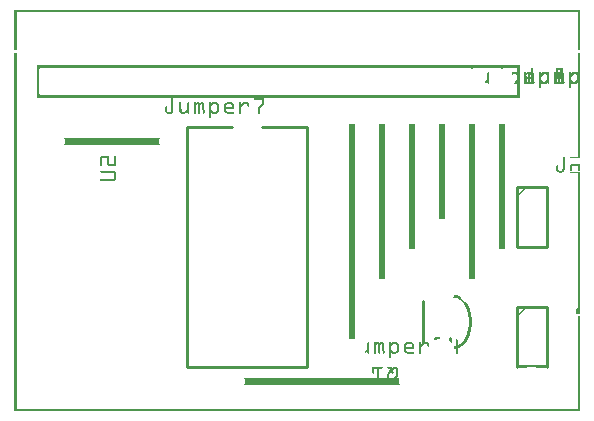
<source format=gto>
G04 MADE WITH FRITZING*
G04 WWW.FRITZING.ORG*
G04 DOUBLE SIDED*
G04 HOLES PLATED*
G04 CONTOUR ON CENTER OF CONTOUR VECTOR*
%ASAXBY*%
%FSLAX23Y23*%
%MOIN*%
%OFA0B0*%
%SFA1.0B1.0*%
%ADD10C,0.010000*%
%ADD11R,0.001000X0.001000*%
%LNSILK1*%
G90*
G70*
G54D10*
X1362Y229D02*
X1362Y369D01*
D02*
X1676Y349D02*
X1676Y149D01*
D02*
X1776Y149D02*
X1776Y349D01*
D02*
X1776Y349D02*
X1676Y349D01*
D02*
X576Y949D02*
X576Y149D01*
D02*
X576Y149D02*
X976Y149D01*
D02*
X976Y149D02*
X976Y949D01*
D02*
X576Y949D02*
X726Y949D01*
D02*
X826Y949D02*
X976Y949D01*
D02*
X1676Y749D02*
X1676Y549D01*
D02*
X1676Y549D02*
X1776Y549D01*
D02*
X1776Y549D02*
X1776Y749D01*
D02*
X1776Y749D02*
X1676Y749D01*
G54D11*
X0Y1339D02*
X1885Y1339D01*
X0Y1338D02*
X1885Y1338D01*
X0Y1337D02*
X1885Y1337D01*
X0Y1336D02*
X1885Y1336D01*
X0Y1335D02*
X1885Y1335D01*
X0Y1334D02*
X1885Y1334D01*
X0Y1333D02*
X1885Y1333D01*
X0Y1332D02*
X1885Y1332D01*
X0Y1331D02*
X7Y1331D01*
X1878Y1331D02*
X1885Y1331D01*
X0Y1330D02*
X7Y1330D01*
X1878Y1330D02*
X1885Y1330D01*
X0Y1329D02*
X7Y1329D01*
X1878Y1329D02*
X1885Y1329D01*
X0Y1328D02*
X7Y1328D01*
X1878Y1328D02*
X1885Y1328D01*
X0Y1327D02*
X7Y1327D01*
X1878Y1327D02*
X1885Y1327D01*
X0Y1326D02*
X7Y1326D01*
X1878Y1326D02*
X1885Y1326D01*
X0Y1325D02*
X7Y1325D01*
X1878Y1325D02*
X1885Y1325D01*
X0Y1324D02*
X7Y1324D01*
X1878Y1324D02*
X1885Y1324D01*
X0Y1323D02*
X7Y1323D01*
X1878Y1323D02*
X1885Y1323D01*
X0Y1322D02*
X7Y1322D01*
X1878Y1322D02*
X1885Y1322D01*
X0Y1321D02*
X7Y1321D01*
X1878Y1321D02*
X1885Y1321D01*
X0Y1320D02*
X7Y1320D01*
X1878Y1320D02*
X1885Y1320D01*
X0Y1319D02*
X7Y1319D01*
X1878Y1319D02*
X1885Y1319D01*
X0Y1318D02*
X7Y1318D01*
X1878Y1318D02*
X1885Y1318D01*
X0Y1317D02*
X7Y1317D01*
X1878Y1317D02*
X1885Y1317D01*
X0Y1316D02*
X7Y1316D01*
X1878Y1316D02*
X1885Y1316D01*
X0Y1315D02*
X7Y1315D01*
X1878Y1315D02*
X1885Y1315D01*
X0Y1314D02*
X7Y1314D01*
X1878Y1314D02*
X1885Y1314D01*
X0Y1313D02*
X7Y1313D01*
X1878Y1313D02*
X1885Y1313D01*
X0Y1312D02*
X7Y1312D01*
X1878Y1312D02*
X1885Y1312D01*
X0Y1311D02*
X7Y1311D01*
X1878Y1311D02*
X1885Y1311D01*
X0Y1310D02*
X7Y1310D01*
X1878Y1310D02*
X1885Y1310D01*
X0Y1309D02*
X7Y1309D01*
X1878Y1309D02*
X1885Y1309D01*
X0Y1308D02*
X7Y1308D01*
X1878Y1308D02*
X1885Y1308D01*
X0Y1307D02*
X7Y1307D01*
X1878Y1307D02*
X1885Y1307D01*
X0Y1306D02*
X7Y1306D01*
X1878Y1306D02*
X1885Y1306D01*
X0Y1305D02*
X7Y1305D01*
X1878Y1305D02*
X1885Y1305D01*
X0Y1304D02*
X7Y1304D01*
X1878Y1304D02*
X1885Y1304D01*
X0Y1303D02*
X7Y1303D01*
X1878Y1303D02*
X1885Y1303D01*
X0Y1302D02*
X7Y1302D01*
X1878Y1302D02*
X1885Y1302D01*
X0Y1301D02*
X7Y1301D01*
X1878Y1301D02*
X1885Y1301D01*
X0Y1300D02*
X7Y1300D01*
X1878Y1300D02*
X1885Y1300D01*
X0Y1299D02*
X7Y1299D01*
X1878Y1299D02*
X1885Y1299D01*
X0Y1298D02*
X7Y1298D01*
X1878Y1298D02*
X1885Y1298D01*
X0Y1297D02*
X7Y1297D01*
X1878Y1297D02*
X1885Y1297D01*
X0Y1296D02*
X7Y1296D01*
X1878Y1296D02*
X1885Y1296D01*
X0Y1295D02*
X7Y1295D01*
X1878Y1295D02*
X1885Y1295D01*
X0Y1294D02*
X7Y1294D01*
X1878Y1294D02*
X1885Y1294D01*
X0Y1293D02*
X7Y1293D01*
X1878Y1293D02*
X1885Y1293D01*
X0Y1292D02*
X7Y1292D01*
X1878Y1292D02*
X1885Y1292D01*
X0Y1291D02*
X7Y1291D01*
X1878Y1291D02*
X1885Y1291D01*
X0Y1290D02*
X7Y1290D01*
X1878Y1290D02*
X1885Y1290D01*
X0Y1289D02*
X7Y1289D01*
X1878Y1289D02*
X1885Y1289D01*
X0Y1288D02*
X7Y1288D01*
X1878Y1288D02*
X1885Y1288D01*
X0Y1287D02*
X7Y1287D01*
X1878Y1287D02*
X1885Y1287D01*
X0Y1286D02*
X7Y1286D01*
X1878Y1286D02*
X1885Y1286D01*
X0Y1285D02*
X7Y1285D01*
X1878Y1285D02*
X1885Y1285D01*
X0Y1284D02*
X7Y1284D01*
X1878Y1284D02*
X1885Y1284D01*
X0Y1283D02*
X7Y1283D01*
X1878Y1283D02*
X1885Y1283D01*
X0Y1282D02*
X7Y1282D01*
X1878Y1282D02*
X1885Y1282D01*
X0Y1281D02*
X7Y1281D01*
X1878Y1281D02*
X1885Y1281D01*
X0Y1280D02*
X7Y1280D01*
X1878Y1280D02*
X1885Y1280D01*
X0Y1279D02*
X7Y1279D01*
X1878Y1279D02*
X1885Y1279D01*
X0Y1278D02*
X7Y1278D01*
X1878Y1278D02*
X1885Y1278D01*
X0Y1277D02*
X7Y1277D01*
X1878Y1277D02*
X1885Y1277D01*
X0Y1276D02*
X7Y1276D01*
X1878Y1276D02*
X1885Y1276D01*
X0Y1275D02*
X7Y1275D01*
X1878Y1275D02*
X1885Y1275D01*
X0Y1274D02*
X7Y1274D01*
X1878Y1274D02*
X1885Y1274D01*
X0Y1273D02*
X7Y1273D01*
X1878Y1273D02*
X1885Y1273D01*
X0Y1272D02*
X7Y1272D01*
X1878Y1272D02*
X1885Y1272D01*
X0Y1271D02*
X7Y1271D01*
X1878Y1271D02*
X1885Y1271D01*
X0Y1270D02*
X7Y1270D01*
X1878Y1270D02*
X1885Y1270D01*
X0Y1269D02*
X7Y1269D01*
X1878Y1269D02*
X1885Y1269D01*
X0Y1268D02*
X7Y1268D01*
X1878Y1268D02*
X1885Y1268D01*
X0Y1267D02*
X7Y1267D01*
X1878Y1267D02*
X1885Y1267D01*
X0Y1266D02*
X7Y1266D01*
X1878Y1266D02*
X1885Y1266D01*
X0Y1265D02*
X7Y1265D01*
X1878Y1265D02*
X1885Y1265D01*
X0Y1264D02*
X7Y1264D01*
X1878Y1264D02*
X1885Y1264D01*
X0Y1263D02*
X7Y1263D01*
X1878Y1263D02*
X1885Y1263D01*
X0Y1262D02*
X7Y1262D01*
X1878Y1262D02*
X1885Y1262D01*
X0Y1261D02*
X7Y1261D01*
X1878Y1261D02*
X1885Y1261D01*
X0Y1260D02*
X7Y1260D01*
X1878Y1260D02*
X1885Y1260D01*
X0Y1259D02*
X7Y1259D01*
X1878Y1259D02*
X1885Y1259D01*
X0Y1258D02*
X7Y1258D01*
X1878Y1258D02*
X1885Y1258D01*
X0Y1257D02*
X7Y1257D01*
X1878Y1257D02*
X1885Y1257D01*
X0Y1256D02*
X7Y1256D01*
X1878Y1256D02*
X1885Y1256D01*
X0Y1255D02*
X7Y1255D01*
X1878Y1255D02*
X1885Y1255D01*
X0Y1254D02*
X7Y1254D01*
X1878Y1254D02*
X1885Y1254D01*
X0Y1253D02*
X7Y1253D01*
X1878Y1253D02*
X1885Y1253D01*
X0Y1252D02*
X7Y1252D01*
X1878Y1252D02*
X1885Y1252D01*
X0Y1251D02*
X7Y1251D01*
X1878Y1251D02*
X1885Y1251D01*
X0Y1250D02*
X7Y1250D01*
X1878Y1250D02*
X1885Y1250D01*
X0Y1249D02*
X7Y1249D01*
X1878Y1249D02*
X1885Y1249D01*
X0Y1248D02*
X7Y1248D01*
X1878Y1248D02*
X1885Y1248D01*
X0Y1247D02*
X7Y1247D01*
X1878Y1247D02*
X1885Y1247D01*
X0Y1246D02*
X7Y1246D01*
X1878Y1246D02*
X1885Y1246D01*
X0Y1245D02*
X7Y1245D01*
X1878Y1245D02*
X1885Y1245D01*
X0Y1244D02*
X7Y1244D01*
X1878Y1244D02*
X1885Y1244D01*
X0Y1243D02*
X7Y1243D01*
X1878Y1243D02*
X1885Y1243D01*
X0Y1242D02*
X7Y1242D01*
X1878Y1242D02*
X1885Y1242D01*
X0Y1241D02*
X7Y1241D01*
X1878Y1241D02*
X1885Y1241D01*
X0Y1240D02*
X7Y1240D01*
X1878Y1240D02*
X1885Y1240D01*
X0Y1239D02*
X7Y1239D01*
X1878Y1239D02*
X1885Y1239D01*
X0Y1238D02*
X7Y1238D01*
X1878Y1238D02*
X1885Y1238D01*
X0Y1237D02*
X7Y1237D01*
X1878Y1237D02*
X1885Y1237D01*
X0Y1236D02*
X7Y1236D01*
X1878Y1236D02*
X1885Y1236D01*
X0Y1235D02*
X7Y1235D01*
X1878Y1235D02*
X1885Y1235D01*
X0Y1234D02*
X7Y1234D01*
X1878Y1234D02*
X1885Y1234D01*
X0Y1233D02*
X7Y1233D01*
X1878Y1233D02*
X1885Y1233D01*
X0Y1232D02*
X7Y1232D01*
X1878Y1232D02*
X1885Y1232D01*
X0Y1231D02*
X7Y1231D01*
X1878Y1231D02*
X1885Y1231D01*
X0Y1230D02*
X7Y1230D01*
X1878Y1230D02*
X1885Y1230D01*
X0Y1229D02*
X7Y1229D01*
X1878Y1229D02*
X1885Y1229D01*
X0Y1228D02*
X7Y1228D01*
X1878Y1228D02*
X1885Y1228D01*
X0Y1227D02*
X7Y1227D01*
X1878Y1227D02*
X1885Y1227D01*
X0Y1226D02*
X7Y1226D01*
X1878Y1226D02*
X1885Y1226D01*
X0Y1225D02*
X7Y1225D01*
X1878Y1225D02*
X1885Y1225D01*
X0Y1224D02*
X7Y1224D01*
X1878Y1224D02*
X1885Y1224D01*
X0Y1223D02*
X7Y1223D01*
X1878Y1223D02*
X1885Y1223D01*
X0Y1222D02*
X7Y1222D01*
X1878Y1222D02*
X1885Y1222D01*
X0Y1221D02*
X7Y1221D01*
X1878Y1221D02*
X1885Y1221D01*
X0Y1220D02*
X7Y1220D01*
X1878Y1220D02*
X1885Y1220D01*
X0Y1219D02*
X7Y1219D01*
X1878Y1219D02*
X1885Y1219D01*
X0Y1218D02*
X7Y1218D01*
X1878Y1218D02*
X1885Y1218D01*
X0Y1217D02*
X7Y1217D01*
X1878Y1217D02*
X1885Y1217D01*
X0Y1216D02*
X7Y1216D01*
X1878Y1216D02*
X1885Y1216D01*
X0Y1215D02*
X7Y1215D01*
X1878Y1215D02*
X1885Y1215D01*
X0Y1214D02*
X7Y1214D01*
X1878Y1214D02*
X1885Y1214D01*
X0Y1213D02*
X7Y1213D01*
X1878Y1213D02*
X1885Y1213D01*
X0Y1212D02*
X7Y1212D01*
X1878Y1212D02*
X1885Y1212D01*
X0Y1211D02*
X7Y1211D01*
X1878Y1211D02*
X1885Y1211D01*
X0Y1210D02*
X7Y1210D01*
X1878Y1210D02*
X1885Y1210D01*
X0Y1209D02*
X7Y1209D01*
X1878Y1209D02*
X1885Y1209D01*
X0Y1208D02*
X7Y1208D01*
X1878Y1208D02*
X1885Y1208D01*
X0Y1207D02*
X7Y1207D01*
X1878Y1207D02*
X1885Y1207D01*
X0Y1206D02*
X7Y1206D01*
X1878Y1206D02*
X1885Y1206D01*
X0Y1205D02*
X7Y1205D01*
X1878Y1205D02*
X1885Y1205D01*
X0Y1204D02*
X117Y1204D01*
X134Y1204D02*
X1717Y1204D01*
X0Y1194D02*
X7Y1194D01*
X1878Y1194D02*
X1885Y1194D01*
X0Y1193D02*
X7Y1193D01*
X1878Y1193D02*
X1885Y1193D01*
X0Y1192D02*
X7Y1192D01*
X1878Y1192D02*
X1885Y1192D01*
X0Y1191D02*
X7Y1191D01*
X1878Y1191D02*
X1885Y1191D01*
X0Y1190D02*
X7Y1190D01*
X1878Y1190D02*
X1885Y1190D01*
X0Y1189D02*
X7Y1189D01*
X1878Y1189D02*
X1885Y1189D01*
X0Y1188D02*
X7Y1188D01*
X1878Y1188D02*
X1885Y1188D01*
X0Y1187D02*
X7Y1187D01*
X1878Y1187D02*
X1885Y1187D01*
X0Y1186D02*
X7Y1186D01*
X1878Y1186D02*
X1885Y1186D01*
X0Y1185D02*
X7Y1185D01*
X1878Y1185D02*
X1885Y1185D01*
X0Y1184D02*
X7Y1184D01*
X1878Y1184D02*
X1885Y1184D01*
X0Y1183D02*
X7Y1183D01*
X1878Y1183D02*
X1885Y1183D01*
X0Y1182D02*
X7Y1182D01*
X1878Y1182D02*
X1885Y1182D01*
X0Y1181D02*
X7Y1181D01*
X1878Y1181D02*
X1885Y1181D01*
X0Y1180D02*
X7Y1180D01*
X1878Y1180D02*
X1885Y1180D01*
X0Y1179D02*
X7Y1179D01*
X1878Y1179D02*
X1885Y1179D01*
X0Y1178D02*
X7Y1178D01*
X1878Y1178D02*
X1885Y1178D01*
X0Y1177D02*
X7Y1177D01*
X1878Y1177D02*
X1885Y1177D01*
X0Y1176D02*
X7Y1176D01*
X1878Y1176D02*
X1885Y1176D01*
X0Y1175D02*
X7Y1175D01*
X1878Y1175D02*
X1885Y1175D01*
X0Y1174D02*
X7Y1174D01*
X1878Y1174D02*
X1885Y1174D01*
X0Y1173D02*
X7Y1173D01*
X1878Y1173D02*
X1885Y1173D01*
X0Y1172D02*
X7Y1172D01*
X1878Y1172D02*
X1885Y1172D01*
X0Y1171D02*
X7Y1171D01*
X1878Y1171D02*
X1885Y1171D01*
X0Y1170D02*
X7Y1170D01*
X1878Y1170D02*
X1885Y1170D01*
X0Y1169D02*
X7Y1169D01*
X1878Y1169D02*
X1885Y1169D01*
X0Y1168D02*
X7Y1168D01*
X1878Y1168D02*
X1885Y1168D01*
X0Y1167D02*
X7Y1167D01*
X1878Y1167D02*
X1885Y1167D01*
X0Y1166D02*
X7Y1166D01*
X1878Y1166D02*
X1885Y1166D01*
X0Y1165D02*
X7Y1165D01*
X1878Y1165D02*
X1885Y1165D01*
X0Y1164D02*
X7Y1164D01*
X1878Y1164D02*
X1885Y1164D01*
X0Y1163D02*
X7Y1163D01*
X1878Y1163D02*
X1885Y1163D01*
X0Y1162D02*
X7Y1162D01*
X1878Y1162D02*
X1885Y1162D01*
X0Y1161D02*
X7Y1161D01*
X1878Y1161D02*
X1885Y1161D01*
X0Y1160D02*
X7Y1160D01*
X1878Y1160D02*
X1885Y1160D01*
X0Y1159D02*
X7Y1159D01*
X1878Y1159D02*
X1885Y1159D01*
X0Y1158D02*
X7Y1158D01*
X1878Y1158D02*
X1885Y1158D01*
X0Y1157D02*
X7Y1157D01*
X1878Y1157D02*
X1885Y1157D01*
X0Y1156D02*
X7Y1156D01*
X1878Y1156D02*
X1885Y1156D01*
X0Y1155D02*
X7Y1155D01*
X1878Y1155D02*
X1885Y1155D01*
X0Y1154D02*
X7Y1154D01*
X76Y1154D02*
X1685Y1154D01*
X1878Y1154D02*
X1885Y1154D01*
X0Y1153D02*
X7Y1153D01*
X76Y1153D02*
X1685Y1153D01*
X1878Y1153D02*
X1885Y1153D01*
X0Y1152D02*
X7Y1152D01*
X76Y1152D02*
X1685Y1152D01*
X1878Y1152D02*
X1885Y1152D01*
X0Y1151D02*
X7Y1151D01*
X76Y1151D02*
X1685Y1151D01*
X1878Y1151D02*
X1885Y1151D01*
X0Y1150D02*
X7Y1150D01*
X76Y1150D02*
X1685Y1150D01*
X1878Y1150D02*
X1885Y1150D01*
X0Y1149D02*
X7Y1149D01*
X76Y1149D02*
X1685Y1149D01*
X1878Y1149D02*
X1885Y1149D01*
X0Y1148D02*
X7Y1148D01*
X76Y1148D02*
X1685Y1148D01*
X1878Y1148D02*
X1885Y1148D01*
X0Y1147D02*
X7Y1147D01*
X76Y1147D02*
X1685Y1147D01*
X1878Y1147D02*
X1885Y1147D01*
X0Y1146D02*
X7Y1146D01*
X76Y1146D02*
X1685Y1146D01*
X1878Y1146D02*
X1885Y1146D01*
X0Y1145D02*
X7Y1145D01*
X76Y1145D02*
X1685Y1145D01*
X1725Y1145D02*
X1728Y1145D01*
X1808Y1145D02*
X1828Y1145D01*
X1878Y1145D02*
X1885Y1145D01*
X0Y1144D02*
X7Y1144D01*
X76Y1144D02*
X85Y1144D01*
X1524Y1144D02*
X1529Y1144D01*
X1624Y1144D02*
X1629Y1144D01*
X1676Y1144D02*
X1685Y1144D01*
X1724Y1144D02*
X1729Y1144D01*
X1807Y1144D02*
X1829Y1144D01*
X1878Y1144D02*
X1885Y1144D01*
X0Y1143D02*
X7Y1143D01*
X76Y1143D02*
X85Y1143D01*
X1524Y1143D02*
X1530Y1143D01*
X1624Y1143D02*
X1629Y1143D01*
X1676Y1143D02*
X1685Y1143D01*
X1724Y1143D02*
X1729Y1143D01*
X1807Y1143D02*
X1829Y1143D01*
X1878Y1143D02*
X1885Y1143D01*
X0Y1142D02*
X7Y1142D01*
X76Y1142D02*
X82Y1142D01*
X1676Y1142D02*
X1685Y1142D01*
X1724Y1142D02*
X1730Y1142D01*
X1806Y1142D02*
X1830Y1142D01*
X1878Y1142D02*
X1885Y1142D01*
X0Y1141D02*
X7Y1141D01*
X76Y1141D02*
X82Y1141D01*
X1676Y1141D02*
X1685Y1141D01*
X1724Y1141D02*
X1730Y1141D01*
X1806Y1141D02*
X1830Y1141D01*
X1878Y1141D02*
X1885Y1141D01*
X0Y1140D02*
X7Y1140D01*
X76Y1140D02*
X82Y1140D01*
X1676Y1140D02*
X1685Y1140D01*
X1724Y1140D02*
X1730Y1140D01*
X1806Y1140D02*
X1830Y1140D01*
X1878Y1140D02*
X1885Y1140D01*
X0Y1139D02*
X7Y1139D01*
X76Y1139D02*
X82Y1139D01*
X1676Y1139D02*
X1685Y1139D01*
X1724Y1139D02*
X1730Y1139D01*
X1806Y1139D02*
X1830Y1139D01*
X1878Y1139D02*
X1885Y1139D01*
X0Y1138D02*
X7Y1138D01*
X76Y1138D02*
X82Y1138D01*
X1676Y1138D02*
X1685Y1138D01*
X1724Y1138D02*
X1730Y1138D01*
X1806Y1138D02*
X1812Y1138D01*
X1820Y1138D02*
X1830Y1138D01*
X1878Y1138D02*
X1885Y1138D01*
X0Y1137D02*
X7Y1137D01*
X76Y1137D02*
X82Y1137D01*
X1676Y1137D02*
X1685Y1137D01*
X1724Y1137D02*
X1730Y1137D01*
X1806Y1137D02*
X1812Y1137D01*
X1820Y1137D02*
X1830Y1137D01*
X1878Y1137D02*
X1885Y1137D01*
X0Y1136D02*
X7Y1136D01*
X76Y1136D02*
X82Y1136D01*
X1676Y1136D02*
X1685Y1136D01*
X1724Y1136D02*
X1730Y1136D01*
X1806Y1136D02*
X1812Y1136D01*
X1820Y1136D02*
X1830Y1136D01*
X1878Y1136D02*
X1885Y1136D01*
X0Y1135D02*
X7Y1135D01*
X76Y1135D02*
X82Y1135D01*
X1676Y1135D02*
X1685Y1135D01*
X1724Y1135D02*
X1730Y1135D01*
X1806Y1135D02*
X1812Y1135D01*
X1820Y1135D02*
X1830Y1135D01*
X1878Y1135D02*
X1885Y1135D01*
X0Y1134D02*
X7Y1134D01*
X76Y1134D02*
X82Y1134D01*
X1676Y1134D02*
X1685Y1134D01*
X1724Y1134D02*
X1730Y1134D01*
X1806Y1134D02*
X1812Y1134D01*
X1820Y1134D02*
X1830Y1134D01*
X1878Y1134D02*
X1885Y1134D01*
X0Y1133D02*
X7Y1133D01*
X76Y1133D02*
X82Y1133D01*
X1676Y1133D02*
X1685Y1133D01*
X1724Y1133D02*
X1730Y1133D01*
X1806Y1133D02*
X1812Y1133D01*
X1820Y1133D02*
X1830Y1133D01*
X1878Y1133D02*
X1885Y1133D01*
X0Y1132D02*
X7Y1132D01*
X76Y1132D02*
X82Y1132D01*
X1653Y1132D02*
X1654Y1132D01*
X1663Y1132D02*
X1670Y1132D01*
X1676Y1132D02*
X1685Y1132D01*
X1724Y1132D02*
X1730Y1132D01*
X1751Y1132D02*
X1754Y1132D01*
X1763Y1132D02*
X1770Y1132D01*
X1806Y1132D02*
X1812Y1132D01*
X1820Y1132D02*
X1830Y1132D01*
X1851Y1132D02*
X1854Y1132D01*
X1863Y1132D02*
X1870Y1132D01*
X1878Y1132D02*
X1885Y1132D01*
X0Y1131D02*
X7Y1131D01*
X76Y1131D02*
X82Y1131D01*
X1580Y1131D02*
X1580Y1131D01*
X1655Y1131D02*
X1655Y1131D01*
X1661Y1131D02*
X1672Y1131D01*
X1676Y1131D02*
X1685Y1131D01*
X1702Y1131D02*
X1702Y1131D01*
X1711Y1131D02*
X1721Y1131D01*
X1724Y1131D02*
X1730Y1131D01*
X1750Y1131D02*
X1755Y1131D01*
X1761Y1131D02*
X1774Y1131D01*
X1780Y1131D02*
X1780Y1131D01*
X1802Y1131D02*
X1802Y1131D01*
X1806Y1131D02*
X1830Y1131D01*
X1850Y1131D02*
X1855Y1131D01*
X1861Y1131D02*
X1874Y1131D01*
X1878Y1131D02*
X1885Y1131D01*
X0Y1130D02*
X7Y1130D01*
X76Y1130D02*
X82Y1130D01*
X1578Y1130D02*
X1582Y1130D01*
X1659Y1130D02*
X1674Y1130D01*
X1676Y1130D02*
X1685Y1130D01*
X1700Y1130D02*
X1704Y1130D01*
X1708Y1130D02*
X1730Y1130D01*
X1750Y1130D02*
X1755Y1130D01*
X1759Y1130D02*
X1782Y1130D01*
X1800Y1130D02*
X1804Y1130D01*
X1806Y1130D02*
X1830Y1130D01*
X1850Y1130D02*
X1855Y1130D01*
X1859Y1130D02*
X1885Y1130D01*
X0Y1129D02*
X7Y1129D01*
X76Y1129D02*
X82Y1129D01*
X1577Y1129D02*
X1583Y1129D01*
X1658Y1129D02*
X1685Y1129D01*
X1699Y1129D02*
X1730Y1129D01*
X1749Y1129D02*
X1755Y1129D01*
X1758Y1129D02*
X1783Y1129D01*
X1799Y1129D02*
X1830Y1129D01*
X1849Y1129D02*
X1855Y1129D01*
X1858Y1129D02*
X1885Y1129D01*
X0Y1128D02*
X7Y1128D01*
X76Y1128D02*
X82Y1128D01*
X1577Y1128D02*
X1583Y1128D01*
X1658Y1128D02*
X1685Y1128D01*
X1699Y1128D02*
X1730Y1128D01*
X1749Y1128D02*
X1783Y1128D01*
X1799Y1128D02*
X1830Y1128D01*
X1849Y1128D02*
X1885Y1128D01*
X0Y1127D02*
X7Y1127D01*
X76Y1127D02*
X82Y1127D01*
X1577Y1127D02*
X1583Y1127D01*
X1658Y1127D02*
X1685Y1127D01*
X1699Y1127D02*
X1731Y1127D01*
X1749Y1127D02*
X1783Y1127D01*
X1799Y1127D02*
X1831Y1127D01*
X1849Y1127D02*
X1885Y1127D01*
X0Y1126D02*
X7Y1126D01*
X76Y1126D02*
X82Y1126D01*
X1577Y1126D02*
X1583Y1126D01*
X1659Y1126D02*
X1685Y1126D01*
X1699Y1126D02*
X1732Y1126D01*
X1749Y1126D02*
X1783Y1126D01*
X1799Y1126D02*
X1832Y1126D01*
X1849Y1126D02*
X1885Y1126D01*
X0Y1125D02*
X7Y1125D01*
X76Y1125D02*
X82Y1125D01*
X1577Y1125D02*
X1583Y1125D01*
X1660Y1125D02*
X1663Y1125D01*
X1669Y1125D02*
X1685Y1125D01*
X1699Y1125D02*
X1732Y1125D01*
X1749Y1125D02*
X1783Y1125D01*
X1799Y1125D02*
X1832Y1125D01*
X1849Y1125D02*
X1885Y1125D01*
X0Y1124D02*
X7Y1124D01*
X76Y1124D02*
X82Y1124D01*
X1577Y1124D02*
X1583Y1124D01*
X1661Y1124D02*
X1662Y1124D01*
X1671Y1124D02*
X1685Y1124D01*
X1699Y1124D02*
X1732Y1124D01*
X1749Y1124D02*
X1767Y1124D01*
X1771Y1124D02*
X1783Y1124D01*
X1799Y1124D02*
X1832Y1124D01*
X1849Y1124D02*
X1867Y1124D01*
X1871Y1124D02*
X1885Y1124D01*
X0Y1123D02*
X7Y1123D01*
X76Y1123D02*
X82Y1123D01*
X1577Y1123D02*
X1583Y1123D01*
X1661Y1123D02*
X1661Y1123D01*
X1672Y1123D02*
X1685Y1123D01*
X1699Y1123D02*
X1709Y1123D01*
X1713Y1123D02*
X1733Y1123D01*
X1749Y1123D02*
X1766Y1123D01*
X1772Y1123D02*
X1783Y1123D01*
X1799Y1123D02*
X1832Y1123D01*
X1849Y1123D02*
X1866Y1123D01*
X1872Y1123D02*
X1885Y1123D01*
X0Y1122D02*
X7Y1122D01*
X76Y1122D02*
X82Y1122D01*
X1577Y1122D02*
X1583Y1122D01*
X1673Y1122D02*
X1685Y1122D01*
X1699Y1122D02*
X1708Y1122D01*
X1713Y1122D02*
X1722Y1122D01*
X1724Y1122D02*
X1733Y1122D01*
X1749Y1122D02*
X1765Y1122D01*
X1773Y1122D02*
X1783Y1122D01*
X1799Y1122D02*
X1833Y1122D01*
X1849Y1122D02*
X1865Y1122D01*
X1873Y1122D02*
X1885Y1122D01*
X0Y1121D02*
X7Y1121D01*
X76Y1121D02*
X82Y1121D01*
X1577Y1121D02*
X1583Y1121D01*
X1674Y1121D02*
X1685Y1121D01*
X1699Y1121D02*
X1707Y1121D01*
X1713Y1121D02*
X1720Y1121D01*
X1724Y1121D02*
X1733Y1121D01*
X1749Y1121D02*
X1763Y1121D01*
X1774Y1121D02*
X1783Y1121D01*
X1799Y1121D02*
X1833Y1121D01*
X1849Y1121D02*
X1863Y1121D01*
X1874Y1121D02*
X1885Y1121D01*
X0Y1120D02*
X7Y1120D01*
X76Y1120D02*
X82Y1120D01*
X1577Y1120D02*
X1583Y1120D01*
X1675Y1120D02*
X1685Y1120D01*
X1699Y1120D02*
X1706Y1120D01*
X1713Y1120D02*
X1719Y1120D01*
X1724Y1120D02*
X1733Y1120D01*
X1749Y1120D02*
X1762Y1120D01*
X1775Y1120D02*
X1783Y1120D01*
X1799Y1120D02*
X1833Y1120D01*
X1849Y1120D02*
X1862Y1120D01*
X1875Y1120D02*
X1885Y1120D01*
X0Y1119D02*
X7Y1119D01*
X76Y1119D02*
X82Y1119D01*
X1577Y1119D02*
X1583Y1119D01*
X1676Y1119D02*
X1685Y1119D01*
X1699Y1119D02*
X1706Y1119D01*
X1713Y1119D02*
X1719Y1119D01*
X1724Y1119D02*
X1733Y1119D01*
X1749Y1119D02*
X1761Y1119D01*
X1776Y1119D02*
X1783Y1119D01*
X1799Y1119D02*
X1833Y1119D01*
X1849Y1119D02*
X1861Y1119D01*
X1876Y1119D02*
X1885Y1119D01*
X0Y1118D02*
X7Y1118D01*
X76Y1118D02*
X82Y1118D01*
X1577Y1118D02*
X1583Y1118D01*
X1676Y1118D02*
X1685Y1118D01*
X1699Y1118D02*
X1706Y1118D01*
X1713Y1118D02*
X1719Y1118D01*
X1724Y1118D02*
X1733Y1118D01*
X1749Y1118D02*
X1760Y1118D01*
X1777Y1118D02*
X1783Y1118D01*
X1799Y1118D02*
X1833Y1118D01*
X1849Y1118D02*
X1860Y1118D01*
X1877Y1118D02*
X1885Y1118D01*
X0Y1117D02*
X7Y1117D01*
X76Y1117D02*
X82Y1117D01*
X1577Y1117D02*
X1583Y1117D01*
X1676Y1117D02*
X1685Y1117D01*
X1699Y1117D02*
X1706Y1117D01*
X1713Y1117D02*
X1719Y1117D01*
X1724Y1117D02*
X1733Y1117D01*
X1749Y1117D02*
X1759Y1117D01*
X1777Y1117D02*
X1783Y1117D01*
X1799Y1117D02*
X1833Y1117D01*
X1849Y1117D02*
X1859Y1117D01*
X1877Y1117D02*
X1885Y1117D01*
X0Y1116D02*
X7Y1116D01*
X76Y1116D02*
X82Y1116D01*
X1577Y1116D02*
X1583Y1116D01*
X1676Y1116D02*
X1685Y1116D01*
X1699Y1116D02*
X1707Y1116D01*
X1713Y1116D02*
X1719Y1116D01*
X1724Y1116D02*
X1733Y1116D01*
X1749Y1116D02*
X1758Y1116D01*
X1777Y1116D02*
X1783Y1116D01*
X1799Y1116D02*
X1833Y1116D01*
X1849Y1116D02*
X1858Y1116D01*
X1877Y1116D02*
X1885Y1116D01*
X0Y1115D02*
X7Y1115D01*
X76Y1115D02*
X82Y1115D01*
X1577Y1115D02*
X1583Y1115D01*
X1676Y1115D02*
X1685Y1115D01*
X1699Y1115D02*
X1708Y1115D01*
X1713Y1115D02*
X1719Y1115D01*
X1724Y1115D02*
X1733Y1115D01*
X1749Y1115D02*
X1756Y1115D01*
X1777Y1115D02*
X1783Y1115D01*
X1799Y1115D02*
X1808Y1115D01*
X1813Y1115D02*
X1819Y1115D01*
X1824Y1115D02*
X1833Y1115D01*
X1849Y1115D02*
X1856Y1115D01*
X1877Y1115D02*
X1885Y1115D01*
X0Y1114D02*
X7Y1114D01*
X76Y1114D02*
X82Y1114D01*
X1577Y1114D02*
X1583Y1114D01*
X1676Y1114D02*
X1685Y1114D01*
X1699Y1114D02*
X1709Y1114D01*
X1713Y1114D02*
X1719Y1114D01*
X1724Y1114D02*
X1733Y1114D01*
X1749Y1114D02*
X1756Y1114D01*
X1777Y1114D02*
X1783Y1114D01*
X1799Y1114D02*
X1809Y1114D01*
X1813Y1114D02*
X1819Y1114D01*
X1824Y1114D02*
X1833Y1114D01*
X1849Y1114D02*
X1856Y1114D01*
X1877Y1114D02*
X1885Y1114D01*
X0Y1113D02*
X7Y1113D01*
X76Y1113D02*
X82Y1113D01*
X1577Y1113D02*
X1583Y1113D01*
X1676Y1113D02*
X1685Y1113D01*
X1699Y1113D02*
X1733Y1113D01*
X1749Y1113D02*
X1756Y1113D01*
X1777Y1113D02*
X1783Y1113D01*
X1799Y1113D02*
X1833Y1113D01*
X1849Y1113D02*
X1856Y1113D01*
X1877Y1113D02*
X1885Y1113D01*
X0Y1112D02*
X7Y1112D01*
X76Y1112D02*
X82Y1112D01*
X1577Y1112D02*
X1583Y1112D01*
X1676Y1112D02*
X1685Y1112D01*
X1699Y1112D02*
X1733Y1112D01*
X1749Y1112D02*
X1756Y1112D01*
X1777Y1112D02*
X1783Y1112D01*
X1799Y1112D02*
X1833Y1112D01*
X1849Y1112D02*
X1856Y1112D01*
X1877Y1112D02*
X1885Y1112D01*
X0Y1111D02*
X7Y1111D01*
X76Y1111D02*
X82Y1111D01*
X1577Y1111D02*
X1583Y1111D01*
X1676Y1111D02*
X1685Y1111D01*
X1699Y1111D02*
X1733Y1111D01*
X1749Y1111D02*
X1756Y1111D01*
X1777Y1111D02*
X1783Y1111D01*
X1799Y1111D02*
X1833Y1111D01*
X1849Y1111D02*
X1856Y1111D01*
X1877Y1111D02*
X1885Y1111D01*
X0Y1110D02*
X7Y1110D01*
X76Y1110D02*
X82Y1110D01*
X1577Y1110D02*
X1583Y1110D01*
X1676Y1110D02*
X1685Y1110D01*
X1699Y1110D02*
X1733Y1110D01*
X1749Y1110D02*
X1756Y1110D01*
X1777Y1110D02*
X1783Y1110D01*
X1799Y1110D02*
X1833Y1110D01*
X1849Y1110D02*
X1856Y1110D01*
X1877Y1110D02*
X1885Y1110D01*
X0Y1109D02*
X7Y1109D01*
X76Y1109D02*
X82Y1109D01*
X1577Y1109D02*
X1583Y1109D01*
X1676Y1109D02*
X1685Y1109D01*
X1699Y1109D02*
X1733Y1109D01*
X1749Y1109D02*
X1756Y1109D01*
X1777Y1109D02*
X1783Y1109D01*
X1799Y1109D02*
X1833Y1109D01*
X1849Y1109D02*
X1856Y1109D01*
X1877Y1109D02*
X1885Y1109D01*
X0Y1108D02*
X7Y1108D01*
X76Y1108D02*
X82Y1108D01*
X1577Y1108D02*
X1583Y1108D01*
X1676Y1108D02*
X1685Y1108D01*
X1699Y1108D02*
X1733Y1108D01*
X1749Y1108D02*
X1756Y1108D01*
X1777Y1108D02*
X1783Y1108D01*
X1799Y1108D02*
X1833Y1108D01*
X1849Y1108D02*
X1856Y1108D01*
X1877Y1108D02*
X1885Y1108D01*
X0Y1107D02*
X7Y1107D01*
X76Y1107D02*
X82Y1107D01*
X1577Y1107D02*
X1583Y1107D01*
X1676Y1107D02*
X1685Y1107D01*
X1699Y1107D02*
X1733Y1107D01*
X1749Y1107D02*
X1756Y1107D01*
X1777Y1107D02*
X1783Y1107D01*
X1799Y1107D02*
X1833Y1107D01*
X1849Y1107D02*
X1856Y1107D01*
X1877Y1107D02*
X1885Y1107D01*
X0Y1106D02*
X7Y1106D01*
X76Y1106D02*
X82Y1106D01*
X1577Y1106D02*
X1583Y1106D01*
X1676Y1106D02*
X1685Y1106D01*
X1699Y1106D02*
X1709Y1106D01*
X1713Y1106D02*
X1719Y1106D01*
X1724Y1106D02*
X1733Y1106D01*
X1749Y1106D02*
X1756Y1106D01*
X1777Y1106D02*
X1783Y1106D01*
X1799Y1106D02*
X1809Y1106D01*
X1813Y1106D02*
X1819Y1106D01*
X1824Y1106D02*
X1833Y1106D01*
X1849Y1106D02*
X1856Y1106D01*
X1877Y1106D02*
X1885Y1106D01*
X0Y1105D02*
X7Y1105D01*
X76Y1105D02*
X82Y1105D01*
X1576Y1105D02*
X1583Y1105D01*
X1676Y1105D02*
X1685Y1105D01*
X1699Y1105D02*
X1709Y1105D01*
X1713Y1105D02*
X1719Y1105D01*
X1724Y1105D02*
X1733Y1105D01*
X1749Y1105D02*
X1756Y1105D01*
X1776Y1105D02*
X1783Y1105D01*
X1799Y1105D02*
X1809Y1105D01*
X1813Y1105D02*
X1819Y1105D01*
X1824Y1105D02*
X1833Y1105D01*
X1849Y1105D02*
X1856Y1105D01*
X1876Y1105D02*
X1885Y1105D01*
X0Y1104D02*
X7Y1104D01*
X76Y1104D02*
X82Y1104D01*
X1574Y1104D02*
X1582Y1104D01*
X1674Y1104D02*
X1685Y1104D01*
X1699Y1104D02*
X1709Y1104D01*
X1713Y1104D02*
X1719Y1104D01*
X1724Y1104D02*
X1733Y1104D01*
X1749Y1104D02*
X1757Y1104D01*
X1774Y1104D02*
X1783Y1104D01*
X1799Y1104D02*
X1809Y1104D01*
X1813Y1104D02*
X1819Y1104D01*
X1824Y1104D02*
X1833Y1104D01*
X1849Y1104D02*
X1857Y1104D01*
X1874Y1104D02*
X1885Y1104D01*
X0Y1103D02*
X7Y1103D01*
X76Y1103D02*
X82Y1103D01*
X1573Y1103D02*
X1582Y1103D01*
X1673Y1103D02*
X1685Y1103D01*
X1699Y1103D02*
X1709Y1103D01*
X1713Y1103D02*
X1719Y1103D01*
X1724Y1103D02*
X1733Y1103D01*
X1749Y1103D02*
X1758Y1103D01*
X1772Y1103D02*
X1783Y1103D01*
X1799Y1103D02*
X1809Y1103D01*
X1813Y1103D02*
X1819Y1103D01*
X1824Y1103D02*
X1833Y1103D01*
X1849Y1103D02*
X1858Y1103D01*
X1872Y1103D02*
X1885Y1103D01*
X0Y1102D02*
X7Y1102D01*
X76Y1102D02*
X82Y1102D01*
X1571Y1102D02*
X1582Y1102D01*
X1671Y1102D02*
X1685Y1102D01*
X1699Y1102D02*
X1709Y1102D01*
X1713Y1102D02*
X1719Y1102D01*
X1724Y1102D02*
X1733Y1102D01*
X1749Y1102D02*
X1759Y1102D01*
X1771Y1102D02*
X1783Y1102D01*
X1799Y1102D02*
X1809Y1102D01*
X1813Y1102D02*
X1819Y1102D01*
X1824Y1102D02*
X1833Y1102D01*
X1849Y1102D02*
X1859Y1102D01*
X1871Y1102D02*
X1885Y1102D01*
X0Y1101D02*
X7Y1101D01*
X76Y1101D02*
X82Y1101D01*
X1569Y1101D02*
X1582Y1101D01*
X1669Y1101D02*
X1685Y1101D01*
X1699Y1101D02*
X1709Y1101D01*
X1713Y1101D02*
X1719Y1101D01*
X1723Y1101D02*
X1733Y1101D01*
X1749Y1101D02*
X1760Y1101D01*
X1769Y1101D02*
X1783Y1101D01*
X1799Y1101D02*
X1809Y1101D01*
X1813Y1101D02*
X1819Y1101D01*
X1823Y1101D02*
X1833Y1101D01*
X1849Y1101D02*
X1860Y1101D01*
X1869Y1101D02*
X1885Y1101D01*
X0Y1100D02*
X7Y1100D01*
X76Y1100D02*
X82Y1100D01*
X1568Y1100D02*
X1582Y1100D01*
X1668Y1100D02*
X1685Y1100D01*
X1699Y1100D02*
X1710Y1100D01*
X1713Y1100D02*
X1719Y1100D01*
X1723Y1100D02*
X1733Y1100D01*
X1749Y1100D02*
X1761Y1100D01*
X1768Y1100D02*
X1783Y1100D01*
X1799Y1100D02*
X1810Y1100D01*
X1813Y1100D02*
X1819Y1100D01*
X1823Y1100D02*
X1833Y1100D01*
X1849Y1100D02*
X1861Y1100D01*
X1868Y1100D02*
X1885Y1100D01*
X0Y1099D02*
X7Y1099D01*
X76Y1099D02*
X82Y1099D01*
X1568Y1099D02*
X1582Y1099D01*
X1668Y1099D02*
X1685Y1099D01*
X1699Y1099D02*
X1711Y1099D01*
X1713Y1099D02*
X1719Y1099D01*
X1721Y1099D02*
X1733Y1099D01*
X1749Y1099D02*
X1762Y1099D01*
X1766Y1099D02*
X1783Y1099D01*
X1799Y1099D02*
X1811Y1099D01*
X1813Y1099D02*
X1819Y1099D01*
X1821Y1099D02*
X1833Y1099D01*
X1849Y1099D02*
X1862Y1099D01*
X1866Y1099D02*
X1885Y1099D01*
X0Y1098D02*
X7Y1098D01*
X76Y1098D02*
X82Y1098D01*
X1568Y1098D02*
X1582Y1098D01*
X1668Y1098D02*
X1685Y1098D01*
X1699Y1098D02*
X1733Y1098D01*
X1749Y1098D02*
X1783Y1098D01*
X1799Y1098D02*
X1833Y1098D01*
X1849Y1098D02*
X1885Y1098D01*
X0Y1097D02*
X7Y1097D01*
X76Y1097D02*
X82Y1097D01*
X1568Y1097D02*
X1575Y1097D01*
X1577Y1097D02*
X1582Y1097D01*
X1668Y1097D02*
X1685Y1097D01*
X1699Y1097D02*
X1733Y1097D01*
X1749Y1097D02*
X1783Y1097D01*
X1799Y1097D02*
X1833Y1097D01*
X1849Y1097D02*
X1885Y1097D01*
X0Y1096D02*
X7Y1096D01*
X76Y1096D02*
X82Y1096D01*
X1568Y1096D02*
X1574Y1096D01*
X1577Y1096D02*
X1582Y1096D01*
X1668Y1096D02*
X1685Y1096D01*
X1699Y1096D02*
X1734Y1096D01*
X1749Y1096D02*
X1783Y1096D01*
X1799Y1096D02*
X1834Y1096D01*
X1849Y1096D02*
X1885Y1096D01*
X0Y1095D02*
X7Y1095D01*
X76Y1095D02*
X82Y1095D01*
X1568Y1095D02*
X1572Y1095D01*
X1577Y1095D02*
X1583Y1095D01*
X1668Y1095D02*
X1685Y1095D01*
X1699Y1095D02*
X1734Y1095D01*
X1749Y1095D02*
X1783Y1095D01*
X1799Y1095D02*
X1833Y1095D01*
X1849Y1095D02*
X1885Y1095D01*
X0Y1094D02*
X7Y1094D01*
X76Y1094D02*
X82Y1094D01*
X1568Y1094D02*
X1570Y1094D01*
X1577Y1094D02*
X1583Y1094D01*
X1668Y1094D02*
X1685Y1094D01*
X1699Y1094D02*
X1733Y1094D01*
X1749Y1094D02*
X1775Y1094D01*
X1777Y1094D02*
X1783Y1094D01*
X1799Y1094D02*
X1833Y1094D01*
X1849Y1094D02*
X1875Y1094D01*
X1877Y1094D02*
X1885Y1094D01*
X0Y1093D02*
X7Y1093D01*
X76Y1093D02*
X82Y1093D01*
X1568Y1093D02*
X1569Y1093D01*
X1578Y1093D02*
X1582Y1093D01*
X1667Y1093D02*
X1674Y1093D01*
X1676Y1093D02*
X1685Y1093D01*
X1700Y1093D02*
X1704Y1093D01*
X1707Y1093D02*
X1733Y1093D01*
X1749Y1093D02*
X1774Y1093D01*
X1778Y1093D02*
X1782Y1093D01*
X1800Y1093D02*
X1833Y1093D01*
X1849Y1093D02*
X1874Y1093D01*
X1878Y1093D02*
X1885Y1093D01*
X0Y1092D02*
X7Y1092D01*
X76Y1092D02*
X82Y1092D01*
X1579Y1092D02*
X1581Y1092D01*
X1667Y1092D02*
X1672Y1092D01*
X1676Y1092D02*
X1685Y1092D01*
X1701Y1092D02*
X1703Y1092D01*
X1710Y1092D02*
X1731Y1092D01*
X1749Y1092D02*
X1756Y1092D01*
X1758Y1092D02*
X1772Y1092D01*
X1779Y1092D02*
X1781Y1092D01*
X1801Y1092D02*
X1831Y1092D01*
X1849Y1092D02*
X1855Y1092D01*
X1858Y1092D02*
X1872Y1092D01*
X1878Y1092D02*
X1885Y1092D01*
X0Y1091D02*
X7Y1091D01*
X76Y1091D02*
X82Y1091D01*
X1667Y1091D02*
X1671Y1091D01*
X1676Y1091D02*
X1685Y1091D01*
X1749Y1091D02*
X1756Y1091D01*
X1762Y1091D02*
X1771Y1091D01*
X1849Y1091D02*
X1855Y1091D01*
X1862Y1091D02*
X1871Y1091D01*
X1878Y1091D02*
X1885Y1091D01*
X0Y1090D02*
X7Y1090D01*
X76Y1090D02*
X82Y1090D01*
X1676Y1090D02*
X1685Y1090D01*
X1749Y1090D02*
X1756Y1090D01*
X1849Y1090D02*
X1855Y1090D01*
X1878Y1090D02*
X1885Y1090D01*
X0Y1089D02*
X7Y1089D01*
X76Y1089D02*
X82Y1089D01*
X1676Y1089D02*
X1685Y1089D01*
X1749Y1089D02*
X1756Y1089D01*
X1849Y1089D02*
X1855Y1089D01*
X1878Y1089D02*
X1885Y1089D01*
X0Y1088D02*
X7Y1088D01*
X76Y1088D02*
X82Y1088D01*
X1676Y1088D02*
X1685Y1088D01*
X1749Y1088D02*
X1756Y1088D01*
X1849Y1088D02*
X1855Y1088D01*
X1878Y1088D02*
X1885Y1088D01*
X0Y1087D02*
X7Y1087D01*
X76Y1087D02*
X82Y1087D01*
X1676Y1087D02*
X1685Y1087D01*
X1749Y1087D02*
X1756Y1087D01*
X1849Y1087D02*
X1855Y1087D01*
X1878Y1087D02*
X1885Y1087D01*
X0Y1086D02*
X7Y1086D01*
X76Y1086D02*
X82Y1086D01*
X1676Y1086D02*
X1685Y1086D01*
X1749Y1086D02*
X1756Y1086D01*
X1849Y1086D02*
X1855Y1086D01*
X1878Y1086D02*
X1885Y1086D01*
X0Y1085D02*
X7Y1085D01*
X76Y1085D02*
X82Y1085D01*
X1676Y1085D02*
X1685Y1085D01*
X1749Y1085D02*
X1756Y1085D01*
X1849Y1085D02*
X1855Y1085D01*
X1878Y1085D02*
X1885Y1085D01*
X0Y1084D02*
X7Y1084D01*
X76Y1084D02*
X82Y1084D01*
X1676Y1084D02*
X1685Y1084D01*
X1749Y1084D02*
X1756Y1084D01*
X1849Y1084D02*
X1855Y1084D01*
X1878Y1084D02*
X1885Y1084D01*
X0Y1083D02*
X7Y1083D01*
X76Y1083D02*
X82Y1083D01*
X1676Y1083D02*
X1685Y1083D01*
X1749Y1083D02*
X1756Y1083D01*
X1849Y1083D02*
X1855Y1083D01*
X1878Y1083D02*
X1885Y1083D01*
X0Y1082D02*
X7Y1082D01*
X76Y1082D02*
X82Y1082D01*
X1676Y1082D02*
X1685Y1082D01*
X1749Y1082D02*
X1756Y1082D01*
X1849Y1082D02*
X1855Y1082D01*
X1878Y1082D02*
X1885Y1082D01*
X0Y1081D02*
X7Y1081D01*
X76Y1081D02*
X82Y1081D01*
X1676Y1081D02*
X1685Y1081D01*
X1749Y1081D02*
X1756Y1081D01*
X1849Y1081D02*
X1855Y1081D01*
X1878Y1081D02*
X1885Y1081D01*
X0Y1080D02*
X7Y1080D01*
X76Y1080D02*
X82Y1080D01*
X1676Y1080D02*
X1685Y1080D01*
X1750Y1080D02*
X1755Y1080D01*
X1850Y1080D02*
X1855Y1080D01*
X1878Y1080D02*
X1885Y1080D01*
X0Y1079D02*
X7Y1079D01*
X76Y1079D02*
X82Y1079D01*
X1676Y1079D02*
X1685Y1079D01*
X1750Y1079D02*
X1755Y1079D01*
X1850Y1079D02*
X1855Y1079D01*
X1878Y1079D02*
X1885Y1079D01*
X0Y1078D02*
X7Y1078D01*
X76Y1078D02*
X82Y1078D01*
X1676Y1078D02*
X1685Y1078D01*
X1751Y1078D02*
X1754Y1078D01*
X1851Y1078D02*
X1854Y1078D01*
X1878Y1078D02*
X1885Y1078D01*
X0Y1077D02*
X7Y1077D01*
X76Y1077D02*
X82Y1077D01*
X1676Y1077D02*
X1685Y1077D01*
X1878Y1077D02*
X1885Y1077D01*
X0Y1076D02*
X7Y1076D01*
X76Y1076D02*
X82Y1076D01*
X1676Y1076D02*
X1685Y1076D01*
X1878Y1076D02*
X1885Y1076D01*
X0Y1075D02*
X7Y1075D01*
X76Y1075D02*
X82Y1075D01*
X1676Y1075D02*
X1685Y1075D01*
X1878Y1075D02*
X1885Y1075D01*
X0Y1074D02*
X7Y1074D01*
X76Y1074D02*
X82Y1074D01*
X1676Y1074D02*
X1685Y1074D01*
X1878Y1074D02*
X1885Y1074D01*
X0Y1073D02*
X7Y1073D01*
X76Y1073D02*
X82Y1073D01*
X1676Y1073D02*
X1685Y1073D01*
X1878Y1073D02*
X1885Y1073D01*
X0Y1072D02*
X7Y1072D01*
X76Y1072D02*
X82Y1072D01*
X1676Y1072D02*
X1685Y1072D01*
X1878Y1072D02*
X1885Y1072D01*
X0Y1071D02*
X7Y1071D01*
X76Y1071D02*
X82Y1071D01*
X1676Y1071D02*
X1685Y1071D01*
X1878Y1071D02*
X1885Y1071D01*
X0Y1070D02*
X7Y1070D01*
X76Y1070D02*
X82Y1070D01*
X1676Y1070D02*
X1685Y1070D01*
X1878Y1070D02*
X1885Y1070D01*
X0Y1069D02*
X7Y1069D01*
X76Y1069D02*
X82Y1069D01*
X1676Y1069D02*
X1685Y1069D01*
X1878Y1069D02*
X1885Y1069D01*
X0Y1068D02*
X7Y1068D01*
X76Y1068D02*
X82Y1068D01*
X1676Y1068D02*
X1685Y1068D01*
X1878Y1068D02*
X1885Y1068D01*
X0Y1067D02*
X7Y1067D01*
X76Y1067D02*
X82Y1067D01*
X1676Y1067D02*
X1685Y1067D01*
X1878Y1067D02*
X1885Y1067D01*
X0Y1066D02*
X7Y1066D01*
X76Y1066D02*
X82Y1066D01*
X1676Y1066D02*
X1685Y1066D01*
X1878Y1066D02*
X1885Y1066D01*
X0Y1065D02*
X7Y1065D01*
X76Y1065D02*
X82Y1065D01*
X1676Y1065D02*
X1685Y1065D01*
X1878Y1065D02*
X1885Y1065D01*
X0Y1064D02*
X7Y1064D01*
X76Y1064D02*
X82Y1064D01*
X1676Y1064D02*
X1685Y1064D01*
X1878Y1064D02*
X1885Y1064D01*
X0Y1063D02*
X7Y1063D01*
X76Y1063D02*
X82Y1063D01*
X1676Y1063D02*
X1685Y1063D01*
X1878Y1063D02*
X1885Y1063D01*
X0Y1062D02*
X7Y1062D01*
X76Y1062D02*
X82Y1062D01*
X1676Y1062D02*
X1685Y1062D01*
X1878Y1062D02*
X1885Y1062D01*
X0Y1061D02*
X7Y1061D01*
X76Y1061D02*
X82Y1061D01*
X1676Y1061D02*
X1685Y1061D01*
X1878Y1061D02*
X1885Y1061D01*
X0Y1060D02*
X7Y1060D01*
X76Y1060D02*
X82Y1060D01*
X1676Y1060D02*
X1685Y1060D01*
X1878Y1060D02*
X1885Y1060D01*
X0Y1059D02*
X7Y1059D01*
X76Y1059D02*
X82Y1059D01*
X1676Y1059D02*
X1685Y1059D01*
X1878Y1059D02*
X1885Y1059D01*
X0Y1058D02*
X7Y1058D01*
X76Y1058D02*
X83Y1058D01*
X1676Y1058D02*
X1685Y1058D01*
X1878Y1058D02*
X1885Y1058D01*
X0Y1057D02*
X7Y1057D01*
X76Y1057D02*
X85Y1057D01*
X1676Y1057D02*
X1685Y1057D01*
X1878Y1057D02*
X1885Y1057D01*
X0Y1056D02*
X7Y1056D01*
X76Y1056D02*
X85Y1056D01*
X1676Y1056D02*
X1685Y1056D01*
X1878Y1056D02*
X1885Y1056D01*
X0Y1055D02*
X7Y1055D01*
X76Y1055D02*
X86Y1055D01*
X1675Y1055D02*
X1685Y1055D01*
X1878Y1055D02*
X1885Y1055D01*
X0Y1054D02*
X7Y1054D01*
X76Y1054D02*
X1685Y1054D01*
X1878Y1054D02*
X1885Y1054D01*
X0Y1053D02*
X7Y1053D01*
X76Y1053D02*
X1685Y1053D01*
X1878Y1053D02*
X1885Y1053D01*
X0Y1052D02*
X7Y1052D01*
X76Y1052D02*
X1685Y1052D01*
X1878Y1052D02*
X1885Y1052D01*
X0Y1051D02*
X7Y1051D01*
X76Y1051D02*
X1685Y1051D01*
X1878Y1051D02*
X1885Y1051D01*
X0Y1050D02*
X7Y1050D01*
X76Y1050D02*
X1685Y1050D01*
X1878Y1050D02*
X1885Y1050D01*
X0Y1049D02*
X7Y1049D01*
X76Y1049D02*
X1685Y1049D01*
X1878Y1049D02*
X1885Y1049D01*
X0Y1048D02*
X7Y1048D01*
X76Y1048D02*
X1685Y1048D01*
X1878Y1048D02*
X1885Y1048D01*
X0Y1047D02*
X7Y1047D01*
X76Y1047D02*
X1685Y1047D01*
X1878Y1047D02*
X1885Y1047D01*
X0Y1046D02*
X7Y1046D01*
X76Y1046D02*
X1685Y1046D01*
X1878Y1046D02*
X1885Y1046D01*
X0Y1045D02*
X7Y1045D01*
X77Y1045D02*
X1684Y1045D01*
X1878Y1045D02*
X1885Y1045D01*
X0Y1044D02*
X7Y1044D01*
X524Y1044D02*
X529Y1044D01*
X800Y1044D02*
X833Y1044D01*
X1878Y1044D02*
X1885Y1044D01*
X0Y1043D02*
X7Y1043D01*
X524Y1043D02*
X530Y1043D01*
X800Y1043D02*
X833Y1043D01*
X1878Y1043D02*
X1885Y1043D01*
X0Y1042D02*
X7Y1042D01*
X524Y1042D02*
X530Y1042D01*
X800Y1042D02*
X833Y1042D01*
X1878Y1042D02*
X1885Y1042D01*
X0Y1041D02*
X7Y1041D01*
X524Y1041D02*
X530Y1041D01*
X800Y1041D02*
X833Y1041D01*
X1878Y1041D02*
X1885Y1041D01*
X0Y1040D02*
X7Y1040D01*
X524Y1040D02*
X530Y1040D01*
X800Y1040D02*
X833Y1040D01*
X1878Y1040D02*
X1885Y1040D01*
X0Y1039D02*
X7Y1039D01*
X524Y1039D02*
X530Y1039D01*
X800Y1039D02*
X833Y1039D01*
X1878Y1039D02*
X1885Y1039D01*
X0Y1038D02*
X7Y1038D01*
X524Y1038D02*
X530Y1038D01*
X800Y1038D02*
X805Y1038D01*
X827Y1038D02*
X833Y1038D01*
X1878Y1038D02*
X1885Y1038D01*
X0Y1037D02*
X7Y1037D01*
X524Y1037D02*
X530Y1037D01*
X801Y1037D02*
X805Y1037D01*
X827Y1037D02*
X833Y1037D01*
X1878Y1037D02*
X1885Y1037D01*
X0Y1036D02*
X7Y1036D01*
X524Y1036D02*
X530Y1036D01*
X803Y1036D02*
X803Y1036D01*
X827Y1036D02*
X833Y1036D01*
X1878Y1036D02*
X1885Y1036D01*
X0Y1035D02*
X7Y1035D01*
X524Y1035D02*
X530Y1035D01*
X827Y1035D02*
X833Y1035D01*
X1878Y1035D02*
X1885Y1035D01*
X0Y1034D02*
X7Y1034D01*
X524Y1034D02*
X530Y1034D01*
X827Y1034D02*
X833Y1034D01*
X1878Y1034D02*
X1885Y1034D01*
X0Y1033D02*
X7Y1033D01*
X524Y1033D02*
X530Y1033D01*
X827Y1033D02*
X833Y1033D01*
X1878Y1033D02*
X1885Y1033D01*
X0Y1032D02*
X7Y1032D01*
X524Y1032D02*
X530Y1032D01*
X651Y1032D02*
X654Y1032D01*
X663Y1032D02*
X670Y1032D01*
X827Y1032D02*
X833Y1032D01*
X1878Y1032D02*
X1885Y1032D01*
X0Y1031D02*
X7Y1031D01*
X524Y1031D02*
X530Y1031D01*
X553Y1031D02*
X553Y1031D01*
X580Y1031D02*
X581Y1031D01*
X602Y1031D02*
X602Y1031D01*
X611Y1031D02*
X612Y1031D01*
X650Y1031D02*
X655Y1031D01*
X661Y1031D02*
X672Y1031D01*
X711Y1031D02*
X722Y1031D01*
X753Y1031D02*
X753Y1031D01*
X766Y1031D02*
X774Y1031D01*
X827Y1031D02*
X833Y1031D01*
X1878Y1031D02*
X1885Y1031D01*
X0Y1030D02*
X7Y1030D01*
X524Y1030D02*
X530Y1030D01*
X551Y1030D02*
X555Y1030D01*
X578Y1030D02*
X582Y1030D01*
X600Y1030D02*
X604Y1030D01*
X608Y1030D02*
X615Y1030D01*
X622Y1030D02*
X628Y1030D01*
X650Y1030D02*
X656Y1030D01*
X660Y1030D02*
X674Y1030D01*
X708Y1030D02*
X725Y1030D01*
X751Y1030D02*
X755Y1030D01*
X764Y1030D02*
X778Y1030D01*
X827Y1030D02*
X833Y1030D01*
X1878Y1030D02*
X1885Y1030D01*
X0Y1029D02*
X7Y1029D01*
X524Y1029D02*
X530Y1029D01*
X550Y1029D02*
X555Y1029D01*
X578Y1029D02*
X583Y1029D01*
X600Y1029D02*
X617Y1029D01*
X620Y1029D02*
X630Y1029D01*
X650Y1029D02*
X656Y1029D01*
X659Y1029D02*
X675Y1029D01*
X706Y1029D02*
X727Y1029D01*
X750Y1029D02*
X755Y1029D01*
X763Y1029D02*
X779Y1029D01*
X827Y1029D02*
X833Y1029D01*
X1878Y1029D02*
X1885Y1029D01*
X0Y1028D02*
X7Y1028D01*
X524Y1028D02*
X530Y1028D01*
X550Y1028D02*
X556Y1028D01*
X577Y1028D02*
X583Y1028D01*
X599Y1028D02*
X631Y1028D01*
X650Y1028D02*
X656Y1028D01*
X658Y1028D02*
X676Y1028D01*
X705Y1028D02*
X728Y1028D01*
X750Y1028D02*
X756Y1028D01*
X762Y1028D02*
X780Y1028D01*
X827Y1028D02*
X833Y1028D01*
X1878Y1028D02*
X1885Y1028D01*
X0Y1027D02*
X7Y1027D01*
X524Y1027D02*
X530Y1027D01*
X550Y1027D02*
X556Y1027D01*
X577Y1027D02*
X583Y1027D01*
X599Y1027D02*
X632Y1027D01*
X650Y1027D02*
X677Y1027D01*
X704Y1027D02*
X729Y1027D01*
X750Y1027D02*
X756Y1027D01*
X761Y1027D02*
X781Y1027D01*
X827Y1027D02*
X833Y1027D01*
X1878Y1027D02*
X1885Y1027D01*
X0Y1026D02*
X7Y1026D01*
X524Y1026D02*
X530Y1026D01*
X550Y1026D02*
X556Y1026D01*
X577Y1026D02*
X583Y1026D01*
X599Y1026D02*
X632Y1026D01*
X650Y1026D02*
X678Y1026D01*
X703Y1026D02*
X730Y1026D01*
X750Y1026D02*
X756Y1026D01*
X760Y1026D02*
X782Y1026D01*
X827Y1026D02*
X833Y1026D01*
X1878Y1026D02*
X1885Y1026D01*
X0Y1025D02*
X7Y1025D01*
X524Y1025D02*
X530Y1025D01*
X550Y1025D02*
X556Y1025D01*
X577Y1025D02*
X583Y1025D01*
X599Y1025D02*
X633Y1025D01*
X650Y1025D02*
X664Y1025D01*
X670Y1025D02*
X680Y1025D01*
X702Y1025D02*
X731Y1025D01*
X750Y1025D02*
X756Y1025D01*
X759Y1025D02*
X782Y1025D01*
X826Y1025D02*
X833Y1025D01*
X1878Y1025D02*
X1885Y1025D01*
X0Y1024D02*
X7Y1024D01*
X524Y1024D02*
X530Y1024D01*
X550Y1024D02*
X556Y1024D01*
X577Y1024D02*
X583Y1024D01*
X599Y1024D02*
X610Y1024D01*
X613Y1024D02*
X624Y1024D01*
X626Y1024D02*
X633Y1024D01*
X650Y1024D02*
X662Y1024D01*
X671Y1024D02*
X681Y1024D01*
X701Y1024D02*
X711Y1024D01*
X722Y1024D02*
X732Y1024D01*
X750Y1024D02*
X767Y1024D01*
X774Y1024D02*
X783Y1024D01*
X825Y1024D02*
X833Y1024D01*
X1878Y1024D02*
X1885Y1024D01*
X0Y1023D02*
X7Y1023D01*
X524Y1023D02*
X530Y1023D01*
X550Y1023D02*
X556Y1023D01*
X577Y1023D02*
X583Y1023D01*
X599Y1023D02*
X609Y1023D01*
X613Y1023D02*
X623Y1023D01*
X627Y1023D02*
X633Y1023D01*
X650Y1023D02*
X661Y1023D01*
X672Y1023D02*
X681Y1023D01*
X701Y1023D02*
X709Y1023D01*
X724Y1023D02*
X732Y1023D01*
X750Y1023D02*
X766Y1023D01*
X776Y1023D02*
X783Y1023D01*
X823Y1023D02*
X833Y1023D01*
X1878Y1023D02*
X1885Y1023D01*
X0Y1022D02*
X7Y1022D01*
X524Y1022D02*
X530Y1022D01*
X550Y1022D02*
X556Y1022D01*
X577Y1022D02*
X583Y1022D01*
X599Y1022D02*
X608Y1022D01*
X614Y1022D02*
X622Y1022D01*
X627Y1022D02*
X633Y1022D01*
X650Y1022D02*
X660Y1022D01*
X673Y1022D02*
X682Y1022D01*
X700Y1022D02*
X708Y1022D01*
X725Y1022D02*
X733Y1022D01*
X750Y1022D02*
X765Y1022D01*
X777Y1022D02*
X783Y1022D01*
X822Y1022D02*
X832Y1022D01*
X1878Y1022D02*
X1885Y1022D01*
X0Y1021D02*
X7Y1021D01*
X524Y1021D02*
X530Y1021D01*
X550Y1021D02*
X556Y1021D01*
X577Y1021D02*
X583Y1021D01*
X599Y1021D02*
X607Y1021D01*
X614Y1021D02*
X621Y1021D01*
X627Y1021D02*
X633Y1021D01*
X650Y1021D02*
X659Y1021D01*
X674Y1021D02*
X683Y1021D01*
X700Y1021D02*
X707Y1021D01*
X726Y1021D02*
X733Y1021D01*
X750Y1021D02*
X764Y1021D01*
X777Y1021D02*
X783Y1021D01*
X821Y1021D02*
X831Y1021D01*
X1878Y1021D02*
X1885Y1021D01*
X0Y1020D02*
X7Y1020D01*
X524Y1020D02*
X530Y1020D01*
X550Y1020D02*
X556Y1020D01*
X577Y1020D02*
X583Y1020D01*
X599Y1020D02*
X606Y1020D01*
X614Y1020D02*
X620Y1020D01*
X627Y1020D02*
X633Y1020D01*
X650Y1020D02*
X658Y1020D01*
X676Y1020D02*
X683Y1020D01*
X700Y1020D02*
X706Y1020D01*
X727Y1020D02*
X733Y1020D01*
X750Y1020D02*
X763Y1020D01*
X777Y1020D02*
X783Y1020D01*
X820Y1020D02*
X830Y1020D01*
X1878Y1020D02*
X1885Y1020D01*
X0Y1019D02*
X7Y1019D01*
X524Y1019D02*
X530Y1019D01*
X550Y1019D02*
X556Y1019D01*
X577Y1019D02*
X583Y1019D01*
X599Y1019D02*
X605Y1019D01*
X614Y1019D02*
X620Y1019D01*
X627Y1019D02*
X633Y1019D01*
X650Y1019D02*
X657Y1019D01*
X677Y1019D02*
X683Y1019D01*
X700Y1019D02*
X706Y1019D01*
X727Y1019D02*
X733Y1019D01*
X750Y1019D02*
X761Y1019D01*
X777Y1019D02*
X783Y1019D01*
X819Y1019D02*
X829Y1019D01*
X1878Y1019D02*
X1885Y1019D01*
X0Y1018D02*
X7Y1018D01*
X524Y1018D02*
X530Y1018D01*
X550Y1018D02*
X556Y1018D01*
X577Y1018D02*
X583Y1018D01*
X599Y1018D02*
X605Y1018D01*
X614Y1018D02*
X620Y1018D01*
X627Y1018D02*
X633Y1018D01*
X650Y1018D02*
X657Y1018D01*
X677Y1018D02*
X683Y1018D01*
X700Y1018D02*
X706Y1018D01*
X727Y1018D02*
X733Y1018D01*
X750Y1018D02*
X760Y1018D01*
X777Y1018D02*
X783Y1018D01*
X818Y1018D02*
X827Y1018D01*
X1878Y1018D02*
X1885Y1018D01*
X0Y1017D02*
X7Y1017D01*
X524Y1017D02*
X530Y1017D01*
X550Y1017D02*
X556Y1017D01*
X577Y1017D02*
X583Y1017D01*
X599Y1017D02*
X605Y1017D01*
X614Y1017D02*
X620Y1017D01*
X627Y1017D02*
X633Y1017D01*
X650Y1017D02*
X656Y1017D01*
X677Y1017D02*
X683Y1017D01*
X700Y1017D02*
X706Y1017D01*
X727Y1017D02*
X733Y1017D01*
X750Y1017D02*
X759Y1017D01*
X778Y1017D02*
X783Y1017D01*
X816Y1017D02*
X826Y1017D01*
X1878Y1017D02*
X1885Y1017D01*
X0Y1016D02*
X7Y1016D01*
X505Y1016D02*
X507Y1016D01*
X524Y1016D02*
X530Y1016D01*
X550Y1016D02*
X556Y1016D01*
X577Y1016D02*
X583Y1016D01*
X599Y1016D02*
X605Y1016D01*
X614Y1016D02*
X620Y1016D01*
X627Y1016D02*
X633Y1016D01*
X650Y1016D02*
X656Y1016D01*
X677Y1016D02*
X683Y1016D01*
X700Y1016D02*
X706Y1016D01*
X727Y1016D02*
X733Y1016D01*
X750Y1016D02*
X758Y1016D01*
X779Y1016D02*
X782Y1016D01*
X815Y1016D02*
X825Y1016D01*
X1878Y1016D02*
X1885Y1016D01*
X0Y1015D02*
X7Y1015D01*
X504Y1015D02*
X508Y1015D01*
X524Y1015D02*
X530Y1015D01*
X550Y1015D02*
X556Y1015D01*
X577Y1015D02*
X583Y1015D01*
X599Y1015D02*
X605Y1015D01*
X614Y1015D02*
X620Y1015D01*
X627Y1015D02*
X633Y1015D01*
X650Y1015D02*
X656Y1015D01*
X677Y1015D02*
X683Y1015D01*
X700Y1015D02*
X706Y1015D01*
X727Y1015D02*
X733Y1015D01*
X750Y1015D02*
X757Y1015D01*
X814Y1015D02*
X824Y1015D01*
X1878Y1015D02*
X1885Y1015D01*
X0Y1014D02*
X7Y1014D01*
X503Y1014D02*
X509Y1014D01*
X524Y1014D02*
X530Y1014D01*
X550Y1014D02*
X556Y1014D01*
X577Y1014D02*
X583Y1014D01*
X599Y1014D02*
X605Y1014D01*
X614Y1014D02*
X620Y1014D01*
X627Y1014D02*
X633Y1014D01*
X650Y1014D02*
X656Y1014D01*
X677Y1014D02*
X683Y1014D01*
X700Y1014D02*
X706Y1014D01*
X727Y1014D02*
X733Y1014D01*
X750Y1014D02*
X756Y1014D01*
X814Y1014D02*
X823Y1014D01*
X1878Y1014D02*
X1885Y1014D01*
X0Y1013D02*
X7Y1013D01*
X503Y1013D02*
X509Y1013D01*
X524Y1013D02*
X530Y1013D01*
X550Y1013D02*
X556Y1013D01*
X577Y1013D02*
X583Y1013D01*
X599Y1013D02*
X605Y1013D01*
X614Y1013D02*
X620Y1013D01*
X627Y1013D02*
X633Y1013D01*
X650Y1013D02*
X656Y1013D01*
X677Y1013D02*
X683Y1013D01*
X700Y1013D02*
X733Y1013D01*
X750Y1013D02*
X756Y1013D01*
X814Y1013D02*
X822Y1013D01*
X1878Y1013D02*
X1885Y1013D01*
X0Y1012D02*
X7Y1012D01*
X503Y1012D02*
X509Y1012D01*
X524Y1012D02*
X530Y1012D01*
X550Y1012D02*
X556Y1012D01*
X577Y1012D02*
X583Y1012D01*
X599Y1012D02*
X605Y1012D01*
X614Y1012D02*
X620Y1012D01*
X627Y1012D02*
X633Y1012D01*
X650Y1012D02*
X656Y1012D01*
X677Y1012D02*
X683Y1012D01*
X700Y1012D02*
X733Y1012D01*
X750Y1012D02*
X756Y1012D01*
X814Y1012D02*
X820Y1012D01*
X1878Y1012D02*
X1885Y1012D01*
X0Y1011D02*
X7Y1011D01*
X503Y1011D02*
X509Y1011D01*
X524Y1011D02*
X530Y1011D01*
X550Y1011D02*
X556Y1011D01*
X577Y1011D02*
X583Y1011D01*
X599Y1011D02*
X605Y1011D01*
X614Y1011D02*
X620Y1011D01*
X627Y1011D02*
X633Y1011D01*
X650Y1011D02*
X656Y1011D01*
X677Y1011D02*
X683Y1011D01*
X700Y1011D02*
X733Y1011D01*
X750Y1011D02*
X756Y1011D01*
X814Y1011D02*
X820Y1011D01*
X1878Y1011D02*
X1885Y1011D01*
X0Y1010D02*
X7Y1010D01*
X503Y1010D02*
X509Y1010D01*
X524Y1010D02*
X530Y1010D01*
X550Y1010D02*
X556Y1010D01*
X577Y1010D02*
X583Y1010D01*
X599Y1010D02*
X605Y1010D01*
X614Y1010D02*
X620Y1010D01*
X627Y1010D02*
X633Y1010D01*
X650Y1010D02*
X656Y1010D01*
X677Y1010D02*
X683Y1010D01*
X700Y1010D02*
X733Y1010D01*
X750Y1010D02*
X756Y1010D01*
X814Y1010D02*
X820Y1010D01*
X1878Y1010D02*
X1885Y1010D01*
X0Y1009D02*
X7Y1009D01*
X503Y1009D02*
X509Y1009D01*
X524Y1009D02*
X530Y1009D01*
X550Y1009D02*
X556Y1009D01*
X577Y1009D02*
X583Y1009D01*
X599Y1009D02*
X605Y1009D01*
X614Y1009D02*
X620Y1009D01*
X627Y1009D02*
X633Y1009D01*
X650Y1009D02*
X656Y1009D01*
X677Y1009D02*
X683Y1009D01*
X700Y1009D02*
X733Y1009D01*
X750Y1009D02*
X756Y1009D01*
X814Y1009D02*
X820Y1009D01*
X1878Y1009D02*
X1885Y1009D01*
X0Y1008D02*
X7Y1008D01*
X503Y1008D02*
X509Y1008D01*
X524Y1008D02*
X530Y1008D01*
X550Y1008D02*
X556Y1008D01*
X577Y1008D02*
X583Y1008D01*
X599Y1008D02*
X605Y1008D01*
X614Y1008D02*
X620Y1008D01*
X627Y1008D02*
X633Y1008D01*
X650Y1008D02*
X656Y1008D01*
X677Y1008D02*
X683Y1008D01*
X700Y1008D02*
X733Y1008D01*
X750Y1008D02*
X756Y1008D01*
X814Y1008D02*
X820Y1008D01*
X1878Y1008D02*
X1885Y1008D01*
X0Y1007D02*
X7Y1007D01*
X503Y1007D02*
X509Y1007D01*
X524Y1007D02*
X530Y1007D01*
X550Y1007D02*
X556Y1007D01*
X577Y1007D02*
X583Y1007D01*
X599Y1007D02*
X605Y1007D01*
X614Y1007D02*
X620Y1007D01*
X627Y1007D02*
X633Y1007D01*
X650Y1007D02*
X656Y1007D01*
X677Y1007D02*
X683Y1007D01*
X700Y1007D02*
X732Y1007D01*
X750Y1007D02*
X756Y1007D01*
X814Y1007D02*
X820Y1007D01*
X1878Y1007D02*
X1885Y1007D01*
X0Y1006D02*
X7Y1006D01*
X503Y1006D02*
X509Y1006D01*
X524Y1006D02*
X530Y1006D01*
X551Y1006D02*
X557Y1006D01*
X577Y1006D02*
X583Y1006D01*
X599Y1006D02*
X605Y1006D01*
X614Y1006D02*
X620Y1006D01*
X627Y1006D02*
X633Y1006D01*
X650Y1006D02*
X656Y1006D01*
X677Y1006D02*
X683Y1006D01*
X700Y1006D02*
X706Y1006D01*
X750Y1006D02*
X756Y1006D01*
X814Y1006D02*
X820Y1006D01*
X1878Y1006D02*
X1885Y1006D01*
X0Y1005D02*
X7Y1005D01*
X503Y1005D02*
X509Y1005D01*
X524Y1005D02*
X530Y1005D01*
X551Y1005D02*
X557Y1005D01*
X576Y1005D02*
X583Y1005D01*
X599Y1005D02*
X605Y1005D01*
X614Y1005D02*
X620Y1005D01*
X628Y1005D02*
X634Y1005D01*
X650Y1005D02*
X656Y1005D01*
X677Y1005D02*
X683Y1005D01*
X700Y1005D02*
X706Y1005D01*
X750Y1005D02*
X756Y1005D01*
X814Y1005D02*
X820Y1005D01*
X1878Y1005D02*
X1885Y1005D01*
X0Y1004D02*
X7Y1004D01*
X503Y1004D02*
X509Y1004D01*
X524Y1004D02*
X530Y1004D01*
X551Y1004D02*
X557Y1004D01*
X574Y1004D02*
X583Y1004D01*
X599Y1004D02*
X605Y1004D01*
X614Y1004D02*
X620Y1004D01*
X628Y1004D02*
X634Y1004D01*
X650Y1004D02*
X657Y1004D01*
X677Y1004D02*
X683Y1004D01*
X700Y1004D02*
X706Y1004D01*
X750Y1004D02*
X756Y1004D01*
X814Y1004D02*
X820Y1004D01*
X1878Y1004D02*
X1885Y1004D01*
X0Y1003D02*
X7Y1003D01*
X503Y1003D02*
X509Y1003D01*
X524Y1003D02*
X530Y1003D01*
X551Y1003D02*
X557Y1003D01*
X573Y1003D02*
X583Y1003D01*
X599Y1003D02*
X605Y1003D01*
X614Y1003D02*
X620Y1003D01*
X628Y1003D02*
X634Y1003D01*
X650Y1003D02*
X658Y1003D01*
X676Y1003D02*
X683Y1003D01*
X700Y1003D02*
X706Y1003D01*
X750Y1003D02*
X756Y1003D01*
X814Y1003D02*
X820Y1003D01*
X1878Y1003D02*
X1885Y1003D01*
X0Y1002D02*
X7Y1002D01*
X503Y1002D02*
X509Y1002D01*
X524Y1002D02*
X530Y1002D01*
X551Y1002D02*
X557Y1002D01*
X571Y1002D02*
X583Y1002D01*
X599Y1002D02*
X605Y1002D01*
X614Y1002D02*
X620Y1002D01*
X628Y1002D02*
X634Y1002D01*
X650Y1002D02*
X659Y1002D01*
X675Y1002D02*
X683Y1002D01*
X700Y1002D02*
X707Y1002D01*
X750Y1002D02*
X756Y1002D01*
X814Y1002D02*
X820Y1002D01*
X1878Y1002D02*
X1885Y1002D01*
X0Y1001D02*
X7Y1001D01*
X503Y1001D02*
X510Y1001D01*
X524Y1001D02*
X530Y1001D01*
X551Y1001D02*
X557Y1001D01*
X570Y1001D02*
X583Y1001D01*
X599Y1001D02*
X605Y1001D01*
X614Y1001D02*
X620Y1001D01*
X628Y1001D02*
X634Y1001D01*
X650Y1001D02*
X660Y1001D01*
X674Y1001D02*
X682Y1001D01*
X700Y1001D02*
X708Y1001D01*
X750Y1001D02*
X756Y1001D01*
X814Y1001D02*
X820Y1001D01*
X1878Y1001D02*
X1885Y1001D01*
X0Y1000D02*
X7Y1000D01*
X503Y1000D02*
X510Y1000D01*
X523Y1000D02*
X530Y1000D01*
X551Y1000D02*
X558Y1000D01*
X568Y1000D02*
X583Y1000D01*
X599Y1000D02*
X605Y1000D01*
X614Y1000D02*
X620Y1000D01*
X628Y1000D02*
X634Y1000D01*
X650Y1000D02*
X661Y1000D01*
X672Y1000D02*
X682Y1000D01*
X701Y1000D02*
X709Y1000D01*
X750Y1000D02*
X756Y1000D01*
X814Y1000D02*
X820Y1000D01*
X1878Y1000D02*
X1885Y1000D01*
X0Y999D02*
X7Y999D01*
X504Y999D02*
X512Y999D01*
X522Y999D02*
X529Y999D01*
X551Y999D02*
X559Y999D01*
X566Y999D02*
X583Y999D01*
X599Y999D02*
X605Y999D01*
X614Y999D02*
X620Y999D01*
X628Y999D02*
X634Y999D01*
X650Y999D02*
X662Y999D01*
X671Y999D02*
X681Y999D01*
X701Y999D02*
X711Y999D01*
X750Y999D02*
X756Y999D01*
X814Y999D02*
X820Y999D01*
X1878Y999D02*
X1885Y999D01*
X0Y998D02*
X7Y998D01*
X504Y998D02*
X529Y998D01*
X552Y998D02*
X583Y998D01*
X599Y998D02*
X605Y998D01*
X614Y998D02*
X620Y998D01*
X628Y998D02*
X634Y998D01*
X650Y998D02*
X663Y998D01*
X670Y998D02*
X680Y998D01*
X702Y998D02*
X732Y998D01*
X750Y998D02*
X756Y998D01*
X814Y998D02*
X820Y998D01*
X1878Y998D02*
X1885Y998D01*
X0Y997D02*
X7Y997D01*
X505Y997D02*
X529Y997D01*
X552Y997D02*
X575Y997D01*
X577Y997D02*
X583Y997D01*
X599Y997D02*
X605Y997D01*
X614Y997D02*
X620Y997D01*
X628Y997D02*
X634Y997D01*
X650Y997D02*
X679Y997D01*
X703Y997D02*
X733Y997D01*
X750Y997D02*
X756Y997D01*
X814Y997D02*
X820Y997D01*
X1878Y997D02*
X1885Y997D01*
X0Y996D02*
X7Y996D01*
X505Y996D02*
X528Y996D01*
X553Y996D02*
X574Y996D01*
X577Y996D02*
X583Y996D01*
X599Y996D02*
X605Y996D01*
X614Y996D02*
X620Y996D01*
X628Y996D02*
X634Y996D01*
X650Y996D02*
X678Y996D01*
X704Y996D02*
X733Y996D01*
X750Y996D02*
X756Y996D01*
X814Y996D02*
X820Y996D01*
X1878Y996D02*
X1885Y996D01*
X0Y995D02*
X7Y995D01*
X506Y995D02*
X527Y995D01*
X554Y995D02*
X572Y995D01*
X577Y995D02*
X583Y995D01*
X599Y995D02*
X605Y995D01*
X614Y995D02*
X620Y995D01*
X628Y995D02*
X634Y995D01*
X650Y995D02*
X676Y995D01*
X705Y995D02*
X733Y995D01*
X750Y995D02*
X756Y995D01*
X814Y995D02*
X819Y995D01*
X1878Y995D02*
X1885Y995D01*
X0Y994D02*
X7Y994D01*
X507Y994D02*
X526Y994D01*
X555Y994D02*
X571Y994D01*
X578Y994D02*
X583Y994D01*
X600Y994D02*
X605Y994D01*
X614Y994D02*
X619Y994D01*
X628Y994D02*
X634Y994D01*
X650Y994D02*
X656Y994D01*
X658Y994D02*
X675Y994D01*
X706Y994D02*
X733Y994D01*
X750Y994D02*
X756Y994D01*
X814Y994D02*
X819Y994D01*
X1878Y994D02*
X1885Y994D01*
X0Y993D02*
X7Y993D01*
X509Y993D02*
X524Y993D01*
X556Y993D02*
X569Y993D01*
X578Y993D02*
X583Y993D01*
X600Y993D02*
X604Y993D01*
X614Y993D02*
X619Y993D01*
X629Y993D02*
X633Y993D01*
X650Y993D02*
X656Y993D01*
X659Y993D02*
X674Y993D01*
X708Y993D02*
X732Y993D01*
X751Y993D02*
X755Y993D01*
X814Y993D02*
X819Y993D01*
X1878Y993D02*
X1885Y993D01*
X0Y992D02*
X7Y992D01*
X511Y992D02*
X522Y992D01*
X559Y992D02*
X566Y992D01*
X580Y992D02*
X581Y992D01*
X601Y992D02*
X603Y992D01*
X616Y992D02*
X617Y992D01*
X630Y992D02*
X632Y992D01*
X650Y992D02*
X656Y992D01*
X661Y992D02*
X673Y992D01*
X710Y992D02*
X731Y992D01*
X752Y992D02*
X754Y992D01*
X816Y992D02*
X817Y992D01*
X1878Y992D02*
X1885Y992D01*
X0Y991D02*
X7Y991D01*
X650Y991D02*
X656Y991D01*
X663Y991D02*
X671Y991D01*
X1878Y991D02*
X1885Y991D01*
X0Y990D02*
X7Y990D01*
X650Y990D02*
X656Y990D01*
X1878Y990D02*
X1885Y990D01*
X0Y989D02*
X7Y989D01*
X650Y989D02*
X656Y989D01*
X1878Y989D02*
X1885Y989D01*
X0Y988D02*
X7Y988D01*
X650Y988D02*
X656Y988D01*
X1878Y988D02*
X1885Y988D01*
X0Y987D02*
X7Y987D01*
X650Y987D02*
X656Y987D01*
X1878Y987D02*
X1885Y987D01*
X0Y986D02*
X7Y986D01*
X650Y986D02*
X656Y986D01*
X1878Y986D02*
X1885Y986D01*
X0Y985D02*
X7Y985D01*
X650Y985D02*
X656Y985D01*
X1878Y985D02*
X1885Y985D01*
X0Y984D02*
X7Y984D01*
X650Y984D02*
X656Y984D01*
X1878Y984D02*
X1885Y984D01*
X0Y983D02*
X7Y983D01*
X650Y983D02*
X656Y983D01*
X1878Y983D02*
X1885Y983D01*
X0Y982D02*
X7Y982D01*
X650Y982D02*
X656Y982D01*
X1878Y982D02*
X1885Y982D01*
X0Y981D02*
X7Y981D01*
X650Y981D02*
X656Y981D01*
X1878Y981D02*
X1885Y981D01*
X0Y980D02*
X7Y980D01*
X650Y980D02*
X656Y980D01*
X1878Y980D02*
X1885Y980D01*
X0Y979D02*
X7Y979D01*
X650Y979D02*
X655Y979D01*
X1878Y979D02*
X1885Y979D01*
X0Y978D02*
X7Y978D01*
X651Y978D02*
X655Y978D01*
X1878Y978D02*
X1885Y978D01*
X0Y977D02*
X7Y977D01*
X1878Y977D02*
X1885Y977D01*
X0Y976D02*
X7Y976D01*
X1878Y976D02*
X1885Y976D01*
X0Y975D02*
X7Y975D01*
X1878Y975D02*
X1885Y975D01*
X0Y974D02*
X7Y974D01*
X1878Y974D02*
X1885Y974D01*
X0Y973D02*
X7Y973D01*
X1878Y973D02*
X1885Y973D01*
X0Y972D02*
X7Y972D01*
X1878Y972D02*
X1885Y972D01*
X0Y971D02*
X7Y971D01*
X1878Y971D02*
X1885Y971D01*
X0Y970D02*
X7Y970D01*
X1878Y970D02*
X1885Y970D01*
X0Y969D02*
X7Y969D01*
X1878Y969D02*
X1885Y969D01*
X0Y968D02*
X7Y968D01*
X1878Y968D02*
X1885Y968D01*
X0Y967D02*
X7Y967D01*
X1878Y967D02*
X1885Y967D01*
X0Y966D02*
X7Y966D01*
X1878Y966D02*
X1885Y966D01*
X0Y965D02*
X7Y965D01*
X1878Y965D02*
X1885Y965D01*
X0Y964D02*
X7Y964D01*
X1878Y964D02*
X1885Y964D01*
X0Y963D02*
X7Y963D01*
X1878Y963D02*
X1885Y963D01*
X0Y962D02*
X7Y962D01*
X1878Y962D02*
X1885Y962D01*
X0Y961D02*
X7Y961D01*
X1878Y961D02*
X1885Y961D01*
X0Y960D02*
X7Y960D01*
X1878Y960D02*
X1885Y960D01*
X0Y959D02*
X7Y959D01*
X1878Y959D02*
X1885Y959D01*
X0Y958D02*
X7Y958D01*
X1115Y958D02*
X1119Y958D01*
X1131Y958D02*
X1135Y958D01*
X1215Y958D02*
X1219Y958D01*
X1231Y958D02*
X1235Y958D01*
X1315Y958D02*
X1319Y958D01*
X1331Y958D02*
X1335Y958D01*
X1415Y958D02*
X1419Y958D01*
X1431Y958D02*
X1435Y958D01*
X1515Y958D02*
X1519Y958D01*
X1531Y958D02*
X1535Y958D01*
X1615Y958D02*
X1619Y958D01*
X1631Y958D02*
X1635Y958D01*
X1878Y958D02*
X1885Y958D01*
X0Y957D02*
X7Y957D01*
X1115Y957D02*
X1135Y957D01*
X1215Y957D02*
X1235Y957D01*
X1315Y957D02*
X1335Y957D01*
X1415Y957D02*
X1435Y957D01*
X1515Y957D02*
X1535Y957D01*
X1615Y957D02*
X1635Y957D01*
X1878Y957D02*
X1885Y957D01*
X0Y956D02*
X7Y956D01*
X1115Y956D02*
X1135Y956D01*
X1215Y956D02*
X1235Y956D01*
X1315Y956D02*
X1335Y956D01*
X1415Y956D02*
X1435Y956D01*
X1515Y956D02*
X1535Y956D01*
X1615Y956D02*
X1635Y956D01*
X1878Y956D02*
X1885Y956D01*
X0Y955D02*
X7Y955D01*
X1115Y955D02*
X1135Y955D01*
X1215Y955D02*
X1235Y955D01*
X1315Y955D02*
X1335Y955D01*
X1415Y955D02*
X1435Y955D01*
X1515Y955D02*
X1535Y955D01*
X1615Y955D02*
X1635Y955D01*
X1878Y955D02*
X1885Y955D01*
X0Y954D02*
X7Y954D01*
X1115Y954D02*
X1135Y954D01*
X1215Y954D02*
X1235Y954D01*
X1315Y954D02*
X1335Y954D01*
X1415Y954D02*
X1435Y954D01*
X1515Y954D02*
X1535Y954D01*
X1615Y954D02*
X1635Y954D01*
X1878Y954D02*
X1885Y954D01*
X0Y953D02*
X7Y953D01*
X1115Y953D02*
X1135Y953D01*
X1215Y953D02*
X1235Y953D01*
X1315Y953D02*
X1335Y953D01*
X1415Y953D02*
X1435Y953D01*
X1515Y953D02*
X1535Y953D01*
X1615Y953D02*
X1635Y953D01*
X1878Y953D02*
X1885Y953D01*
X0Y952D02*
X7Y952D01*
X1115Y952D02*
X1135Y952D01*
X1215Y952D02*
X1235Y952D01*
X1315Y952D02*
X1335Y952D01*
X1415Y952D02*
X1435Y952D01*
X1515Y952D02*
X1535Y952D01*
X1615Y952D02*
X1635Y952D01*
X1878Y952D02*
X1885Y952D01*
X0Y951D02*
X7Y951D01*
X1115Y951D02*
X1135Y951D01*
X1215Y951D02*
X1235Y951D01*
X1315Y951D02*
X1335Y951D01*
X1415Y951D02*
X1435Y951D01*
X1515Y951D02*
X1535Y951D01*
X1615Y951D02*
X1635Y951D01*
X1878Y951D02*
X1885Y951D01*
X0Y950D02*
X7Y950D01*
X1115Y950D02*
X1135Y950D01*
X1215Y950D02*
X1235Y950D01*
X1315Y950D02*
X1335Y950D01*
X1415Y950D02*
X1435Y950D01*
X1515Y950D02*
X1535Y950D01*
X1615Y950D02*
X1635Y950D01*
X1878Y950D02*
X1885Y950D01*
X0Y949D02*
X7Y949D01*
X1115Y949D02*
X1135Y949D01*
X1215Y949D02*
X1235Y949D01*
X1315Y949D02*
X1335Y949D01*
X1415Y949D02*
X1435Y949D01*
X1515Y949D02*
X1535Y949D01*
X1615Y949D02*
X1635Y949D01*
X1878Y949D02*
X1885Y949D01*
X0Y948D02*
X7Y948D01*
X1115Y948D02*
X1135Y948D01*
X1215Y948D02*
X1235Y948D01*
X1315Y948D02*
X1335Y948D01*
X1415Y948D02*
X1435Y948D01*
X1515Y948D02*
X1535Y948D01*
X1615Y948D02*
X1635Y948D01*
X1878Y948D02*
X1885Y948D01*
X0Y947D02*
X7Y947D01*
X1115Y947D02*
X1135Y947D01*
X1215Y947D02*
X1235Y947D01*
X1315Y947D02*
X1335Y947D01*
X1415Y947D02*
X1435Y947D01*
X1515Y947D02*
X1535Y947D01*
X1615Y947D02*
X1635Y947D01*
X1878Y947D02*
X1885Y947D01*
X0Y946D02*
X7Y946D01*
X1115Y946D02*
X1135Y946D01*
X1215Y946D02*
X1235Y946D01*
X1315Y946D02*
X1335Y946D01*
X1415Y946D02*
X1435Y946D01*
X1515Y946D02*
X1535Y946D01*
X1615Y946D02*
X1635Y946D01*
X1878Y946D02*
X1885Y946D01*
X0Y945D02*
X7Y945D01*
X1115Y945D02*
X1135Y945D01*
X1215Y945D02*
X1235Y945D01*
X1315Y945D02*
X1335Y945D01*
X1415Y945D02*
X1435Y945D01*
X1515Y945D02*
X1535Y945D01*
X1615Y945D02*
X1635Y945D01*
X1878Y945D02*
X1885Y945D01*
X0Y944D02*
X7Y944D01*
X1115Y944D02*
X1135Y944D01*
X1215Y944D02*
X1235Y944D01*
X1315Y944D02*
X1335Y944D01*
X1415Y944D02*
X1435Y944D01*
X1515Y944D02*
X1535Y944D01*
X1615Y944D02*
X1635Y944D01*
X1878Y944D02*
X1885Y944D01*
X0Y943D02*
X7Y943D01*
X1115Y943D02*
X1135Y943D01*
X1215Y943D02*
X1235Y943D01*
X1315Y943D02*
X1335Y943D01*
X1415Y943D02*
X1435Y943D01*
X1515Y943D02*
X1535Y943D01*
X1615Y943D02*
X1635Y943D01*
X1878Y943D02*
X1885Y943D01*
X0Y942D02*
X7Y942D01*
X1115Y942D02*
X1135Y942D01*
X1215Y942D02*
X1235Y942D01*
X1315Y942D02*
X1335Y942D01*
X1415Y942D02*
X1435Y942D01*
X1515Y942D02*
X1535Y942D01*
X1615Y942D02*
X1635Y942D01*
X1878Y942D02*
X1885Y942D01*
X0Y941D02*
X7Y941D01*
X1115Y941D02*
X1135Y941D01*
X1215Y941D02*
X1235Y941D01*
X1315Y941D02*
X1335Y941D01*
X1415Y941D02*
X1435Y941D01*
X1515Y941D02*
X1535Y941D01*
X1615Y941D02*
X1635Y941D01*
X1878Y941D02*
X1885Y941D01*
X0Y940D02*
X7Y940D01*
X1115Y940D02*
X1135Y940D01*
X1215Y940D02*
X1235Y940D01*
X1315Y940D02*
X1335Y940D01*
X1415Y940D02*
X1435Y940D01*
X1515Y940D02*
X1535Y940D01*
X1615Y940D02*
X1635Y940D01*
X1878Y940D02*
X1885Y940D01*
X0Y939D02*
X7Y939D01*
X1115Y939D02*
X1135Y939D01*
X1215Y939D02*
X1235Y939D01*
X1315Y939D02*
X1335Y939D01*
X1415Y939D02*
X1435Y939D01*
X1515Y939D02*
X1535Y939D01*
X1615Y939D02*
X1635Y939D01*
X1878Y939D02*
X1885Y939D01*
X0Y938D02*
X7Y938D01*
X1115Y938D02*
X1135Y938D01*
X1215Y938D02*
X1235Y938D01*
X1315Y938D02*
X1335Y938D01*
X1415Y938D02*
X1435Y938D01*
X1515Y938D02*
X1535Y938D01*
X1615Y938D02*
X1635Y938D01*
X1878Y938D02*
X1885Y938D01*
X0Y937D02*
X7Y937D01*
X1115Y937D02*
X1135Y937D01*
X1215Y937D02*
X1235Y937D01*
X1315Y937D02*
X1335Y937D01*
X1415Y937D02*
X1435Y937D01*
X1515Y937D02*
X1535Y937D01*
X1615Y937D02*
X1635Y937D01*
X1878Y937D02*
X1885Y937D01*
X0Y936D02*
X7Y936D01*
X1115Y936D02*
X1135Y936D01*
X1215Y936D02*
X1235Y936D01*
X1315Y936D02*
X1335Y936D01*
X1415Y936D02*
X1435Y936D01*
X1515Y936D02*
X1535Y936D01*
X1615Y936D02*
X1635Y936D01*
X1878Y936D02*
X1885Y936D01*
X0Y935D02*
X7Y935D01*
X1115Y935D02*
X1135Y935D01*
X1215Y935D02*
X1235Y935D01*
X1315Y935D02*
X1335Y935D01*
X1415Y935D02*
X1435Y935D01*
X1515Y935D02*
X1535Y935D01*
X1615Y935D02*
X1635Y935D01*
X1878Y935D02*
X1885Y935D01*
X0Y934D02*
X7Y934D01*
X1115Y934D02*
X1135Y934D01*
X1215Y934D02*
X1235Y934D01*
X1315Y934D02*
X1335Y934D01*
X1415Y934D02*
X1435Y934D01*
X1515Y934D02*
X1535Y934D01*
X1615Y934D02*
X1635Y934D01*
X1878Y934D02*
X1885Y934D01*
X0Y933D02*
X7Y933D01*
X1115Y933D02*
X1135Y933D01*
X1215Y933D02*
X1235Y933D01*
X1315Y933D02*
X1335Y933D01*
X1415Y933D02*
X1435Y933D01*
X1515Y933D02*
X1535Y933D01*
X1615Y933D02*
X1635Y933D01*
X1878Y933D02*
X1885Y933D01*
X0Y932D02*
X7Y932D01*
X1115Y932D02*
X1135Y932D01*
X1215Y932D02*
X1235Y932D01*
X1315Y932D02*
X1335Y932D01*
X1415Y932D02*
X1435Y932D01*
X1515Y932D02*
X1535Y932D01*
X1615Y932D02*
X1635Y932D01*
X1878Y932D02*
X1885Y932D01*
X0Y931D02*
X7Y931D01*
X1115Y931D02*
X1135Y931D01*
X1215Y931D02*
X1235Y931D01*
X1315Y931D02*
X1335Y931D01*
X1415Y931D02*
X1435Y931D01*
X1515Y931D02*
X1535Y931D01*
X1615Y931D02*
X1635Y931D01*
X1878Y931D02*
X1885Y931D01*
X0Y930D02*
X7Y930D01*
X1115Y930D02*
X1135Y930D01*
X1215Y930D02*
X1235Y930D01*
X1315Y930D02*
X1335Y930D01*
X1415Y930D02*
X1435Y930D01*
X1515Y930D02*
X1535Y930D01*
X1615Y930D02*
X1635Y930D01*
X1878Y930D02*
X1885Y930D01*
X0Y929D02*
X7Y929D01*
X1115Y929D02*
X1135Y929D01*
X1215Y929D02*
X1235Y929D01*
X1315Y929D02*
X1335Y929D01*
X1415Y929D02*
X1435Y929D01*
X1515Y929D02*
X1535Y929D01*
X1615Y929D02*
X1635Y929D01*
X1878Y929D02*
X1885Y929D01*
X0Y928D02*
X7Y928D01*
X1115Y928D02*
X1135Y928D01*
X1215Y928D02*
X1235Y928D01*
X1315Y928D02*
X1335Y928D01*
X1415Y928D02*
X1435Y928D01*
X1515Y928D02*
X1535Y928D01*
X1615Y928D02*
X1635Y928D01*
X1878Y928D02*
X1885Y928D01*
X0Y927D02*
X7Y927D01*
X1115Y927D02*
X1135Y927D01*
X1215Y927D02*
X1235Y927D01*
X1315Y927D02*
X1335Y927D01*
X1415Y927D02*
X1435Y927D01*
X1515Y927D02*
X1535Y927D01*
X1615Y927D02*
X1635Y927D01*
X1878Y927D02*
X1885Y927D01*
X0Y926D02*
X7Y926D01*
X1115Y926D02*
X1135Y926D01*
X1215Y926D02*
X1235Y926D01*
X1315Y926D02*
X1335Y926D01*
X1415Y926D02*
X1435Y926D01*
X1515Y926D02*
X1535Y926D01*
X1615Y926D02*
X1635Y926D01*
X1878Y926D02*
X1885Y926D01*
X0Y925D02*
X7Y925D01*
X1115Y925D02*
X1135Y925D01*
X1215Y925D02*
X1235Y925D01*
X1315Y925D02*
X1335Y925D01*
X1415Y925D02*
X1435Y925D01*
X1515Y925D02*
X1535Y925D01*
X1615Y925D02*
X1635Y925D01*
X1878Y925D02*
X1885Y925D01*
X0Y924D02*
X7Y924D01*
X1115Y924D02*
X1135Y924D01*
X1215Y924D02*
X1235Y924D01*
X1315Y924D02*
X1335Y924D01*
X1415Y924D02*
X1435Y924D01*
X1515Y924D02*
X1535Y924D01*
X1615Y924D02*
X1635Y924D01*
X1878Y924D02*
X1885Y924D01*
X0Y923D02*
X7Y923D01*
X1115Y923D02*
X1135Y923D01*
X1215Y923D02*
X1235Y923D01*
X1315Y923D02*
X1335Y923D01*
X1415Y923D02*
X1435Y923D01*
X1515Y923D02*
X1535Y923D01*
X1615Y923D02*
X1635Y923D01*
X1878Y923D02*
X1885Y923D01*
X0Y922D02*
X7Y922D01*
X1115Y922D02*
X1135Y922D01*
X1215Y922D02*
X1235Y922D01*
X1315Y922D02*
X1335Y922D01*
X1415Y922D02*
X1435Y922D01*
X1515Y922D02*
X1535Y922D01*
X1615Y922D02*
X1635Y922D01*
X1878Y922D02*
X1885Y922D01*
X0Y921D02*
X7Y921D01*
X1115Y921D02*
X1135Y921D01*
X1215Y921D02*
X1235Y921D01*
X1315Y921D02*
X1335Y921D01*
X1415Y921D02*
X1435Y921D01*
X1515Y921D02*
X1535Y921D01*
X1615Y921D02*
X1635Y921D01*
X1878Y921D02*
X1885Y921D01*
X0Y920D02*
X7Y920D01*
X1115Y920D02*
X1135Y920D01*
X1215Y920D02*
X1235Y920D01*
X1315Y920D02*
X1335Y920D01*
X1415Y920D02*
X1435Y920D01*
X1515Y920D02*
X1535Y920D01*
X1615Y920D02*
X1635Y920D01*
X1878Y920D02*
X1885Y920D01*
X0Y919D02*
X7Y919D01*
X1115Y919D02*
X1135Y919D01*
X1215Y919D02*
X1235Y919D01*
X1315Y919D02*
X1335Y919D01*
X1415Y919D02*
X1435Y919D01*
X1515Y919D02*
X1535Y919D01*
X1615Y919D02*
X1635Y919D01*
X1878Y919D02*
X1885Y919D01*
X0Y918D02*
X7Y918D01*
X1115Y918D02*
X1135Y918D01*
X1215Y918D02*
X1235Y918D01*
X1315Y918D02*
X1335Y918D01*
X1415Y918D02*
X1435Y918D01*
X1515Y918D02*
X1535Y918D01*
X1615Y918D02*
X1635Y918D01*
X1878Y918D02*
X1885Y918D01*
X0Y917D02*
X7Y917D01*
X1115Y917D02*
X1135Y917D01*
X1215Y917D02*
X1235Y917D01*
X1315Y917D02*
X1335Y917D01*
X1415Y917D02*
X1435Y917D01*
X1515Y917D02*
X1535Y917D01*
X1615Y917D02*
X1635Y917D01*
X1878Y917D02*
X1885Y917D01*
X0Y916D02*
X7Y916D01*
X1115Y916D02*
X1135Y916D01*
X1215Y916D02*
X1235Y916D01*
X1315Y916D02*
X1335Y916D01*
X1415Y916D02*
X1435Y916D01*
X1515Y916D02*
X1535Y916D01*
X1615Y916D02*
X1635Y916D01*
X1878Y916D02*
X1885Y916D01*
X0Y915D02*
X7Y915D01*
X1115Y915D02*
X1135Y915D01*
X1215Y915D02*
X1235Y915D01*
X1315Y915D02*
X1335Y915D01*
X1415Y915D02*
X1435Y915D01*
X1515Y915D02*
X1535Y915D01*
X1615Y915D02*
X1635Y915D01*
X1878Y915D02*
X1885Y915D01*
X0Y914D02*
X7Y914D01*
X1115Y914D02*
X1135Y914D01*
X1215Y914D02*
X1235Y914D01*
X1315Y914D02*
X1335Y914D01*
X1415Y914D02*
X1435Y914D01*
X1515Y914D02*
X1535Y914D01*
X1615Y914D02*
X1635Y914D01*
X1878Y914D02*
X1885Y914D01*
X0Y913D02*
X7Y913D01*
X1115Y913D02*
X1135Y913D01*
X1215Y913D02*
X1235Y913D01*
X1315Y913D02*
X1335Y913D01*
X1415Y913D02*
X1435Y913D01*
X1515Y913D02*
X1535Y913D01*
X1615Y913D02*
X1635Y913D01*
X1878Y913D02*
X1885Y913D01*
X0Y912D02*
X7Y912D01*
X1115Y912D02*
X1135Y912D01*
X1215Y912D02*
X1235Y912D01*
X1315Y912D02*
X1335Y912D01*
X1415Y912D02*
X1435Y912D01*
X1515Y912D02*
X1535Y912D01*
X1615Y912D02*
X1635Y912D01*
X1878Y912D02*
X1885Y912D01*
X0Y911D02*
X7Y911D01*
X1115Y911D02*
X1135Y911D01*
X1215Y911D02*
X1235Y911D01*
X1315Y911D02*
X1335Y911D01*
X1415Y911D02*
X1435Y911D01*
X1515Y911D02*
X1535Y911D01*
X1615Y911D02*
X1635Y911D01*
X1878Y911D02*
X1885Y911D01*
X0Y910D02*
X7Y910D01*
X167Y910D02*
X484Y910D01*
X1115Y910D02*
X1135Y910D01*
X1215Y910D02*
X1235Y910D01*
X1315Y910D02*
X1335Y910D01*
X1415Y910D02*
X1435Y910D01*
X1515Y910D02*
X1535Y910D01*
X1615Y910D02*
X1635Y910D01*
X1878Y910D02*
X1885Y910D01*
X0Y909D02*
X7Y909D01*
X168Y909D02*
X484Y909D01*
X1115Y909D02*
X1135Y909D01*
X1215Y909D02*
X1235Y909D01*
X1315Y909D02*
X1335Y909D01*
X1415Y909D02*
X1435Y909D01*
X1515Y909D02*
X1535Y909D01*
X1615Y909D02*
X1635Y909D01*
X1878Y909D02*
X1885Y909D01*
X0Y908D02*
X7Y908D01*
X168Y908D02*
X483Y908D01*
X1115Y908D02*
X1135Y908D01*
X1215Y908D02*
X1235Y908D01*
X1315Y908D02*
X1335Y908D01*
X1415Y908D02*
X1435Y908D01*
X1515Y908D02*
X1535Y908D01*
X1615Y908D02*
X1635Y908D01*
X1878Y908D02*
X1885Y908D01*
X0Y907D02*
X7Y907D01*
X168Y907D02*
X483Y907D01*
X1115Y907D02*
X1135Y907D01*
X1215Y907D02*
X1235Y907D01*
X1315Y907D02*
X1335Y907D01*
X1415Y907D02*
X1435Y907D01*
X1515Y907D02*
X1535Y907D01*
X1615Y907D02*
X1635Y907D01*
X1878Y907D02*
X1885Y907D01*
X0Y906D02*
X7Y906D01*
X168Y906D02*
X483Y906D01*
X1115Y906D02*
X1135Y906D01*
X1215Y906D02*
X1235Y906D01*
X1315Y906D02*
X1335Y906D01*
X1415Y906D02*
X1435Y906D01*
X1515Y906D02*
X1535Y906D01*
X1615Y906D02*
X1635Y906D01*
X1878Y906D02*
X1885Y906D01*
X0Y905D02*
X7Y905D01*
X168Y905D02*
X483Y905D01*
X1115Y905D02*
X1135Y905D01*
X1215Y905D02*
X1235Y905D01*
X1315Y905D02*
X1335Y905D01*
X1415Y905D02*
X1435Y905D01*
X1515Y905D02*
X1535Y905D01*
X1615Y905D02*
X1635Y905D01*
X1878Y905D02*
X1885Y905D01*
X0Y904D02*
X7Y904D01*
X168Y904D02*
X483Y904D01*
X1115Y904D02*
X1135Y904D01*
X1215Y904D02*
X1235Y904D01*
X1315Y904D02*
X1335Y904D01*
X1415Y904D02*
X1435Y904D01*
X1515Y904D02*
X1535Y904D01*
X1615Y904D02*
X1635Y904D01*
X1878Y904D02*
X1885Y904D01*
X0Y903D02*
X7Y903D01*
X168Y903D02*
X483Y903D01*
X1115Y903D02*
X1135Y903D01*
X1215Y903D02*
X1235Y903D01*
X1315Y903D02*
X1335Y903D01*
X1415Y903D02*
X1435Y903D01*
X1515Y903D02*
X1535Y903D01*
X1615Y903D02*
X1635Y903D01*
X1878Y903D02*
X1885Y903D01*
X0Y902D02*
X7Y902D01*
X168Y902D02*
X483Y902D01*
X1115Y902D02*
X1135Y902D01*
X1215Y902D02*
X1235Y902D01*
X1315Y902D02*
X1335Y902D01*
X1415Y902D02*
X1435Y902D01*
X1515Y902D02*
X1535Y902D01*
X1615Y902D02*
X1635Y902D01*
X1878Y902D02*
X1885Y902D01*
X0Y901D02*
X7Y901D01*
X169Y901D02*
X483Y901D01*
X1115Y901D02*
X1135Y901D01*
X1215Y901D02*
X1235Y901D01*
X1315Y901D02*
X1335Y901D01*
X1415Y901D02*
X1435Y901D01*
X1515Y901D02*
X1535Y901D01*
X1615Y901D02*
X1635Y901D01*
X1878Y901D02*
X1885Y901D01*
X0Y900D02*
X7Y900D01*
X169Y900D02*
X483Y900D01*
X1115Y900D02*
X1135Y900D01*
X1215Y900D02*
X1235Y900D01*
X1315Y900D02*
X1335Y900D01*
X1415Y900D02*
X1435Y900D01*
X1515Y900D02*
X1535Y900D01*
X1615Y900D02*
X1635Y900D01*
X1878Y900D02*
X1885Y900D01*
X0Y899D02*
X7Y899D01*
X169Y899D02*
X483Y899D01*
X1115Y899D02*
X1135Y899D01*
X1215Y899D02*
X1235Y899D01*
X1315Y899D02*
X1335Y899D01*
X1415Y899D02*
X1435Y899D01*
X1515Y899D02*
X1535Y899D01*
X1615Y899D02*
X1635Y899D01*
X1878Y899D02*
X1885Y899D01*
X0Y898D02*
X7Y898D01*
X168Y898D02*
X483Y898D01*
X1115Y898D02*
X1135Y898D01*
X1215Y898D02*
X1235Y898D01*
X1315Y898D02*
X1335Y898D01*
X1415Y898D02*
X1435Y898D01*
X1515Y898D02*
X1535Y898D01*
X1615Y898D02*
X1635Y898D01*
X1878Y898D02*
X1885Y898D01*
X0Y897D02*
X7Y897D01*
X168Y897D02*
X483Y897D01*
X1115Y897D02*
X1135Y897D01*
X1215Y897D02*
X1235Y897D01*
X1315Y897D02*
X1335Y897D01*
X1415Y897D02*
X1435Y897D01*
X1515Y897D02*
X1535Y897D01*
X1615Y897D02*
X1635Y897D01*
X1878Y897D02*
X1885Y897D01*
X0Y896D02*
X7Y896D01*
X168Y896D02*
X483Y896D01*
X1115Y896D02*
X1135Y896D01*
X1215Y896D02*
X1235Y896D01*
X1315Y896D02*
X1335Y896D01*
X1415Y896D02*
X1435Y896D01*
X1515Y896D02*
X1535Y896D01*
X1615Y896D02*
X1635Y896D01*
X1878Y896D02*
X1885Y896D01*
X0Y895D02*
X7Y895D01*
X168Y895D02*
X483Y895D01*
X1115Y895D02*
X1135Y895D01*
X1215Y895D02*
X1235Y895D01*
X1315Y895D02*
X1335Y895D01*
X1415Y895D02*
X1435Y895D01*
X1515Y895D02*
X1535Y895D01*
X1615Y895D02*
X1635Y895D01*
X1878Y895D02*
X1885Y895D01*
X0Y894D02*
X7Y894D01*
X168Y894D02*
X483Y894D01*
X1115Y894D02*
X1135Y894D01*
X1215Y894D02*
X1235Y894D01*
X1315Y894D02*
X1335Y894D01*
X1415Y894D02*
X1435Y894D01*
X1515Y894D02*
X1535Y894D01*
X1615Y894D02*
X1635Y894D01*
X1878Y894D02*
X1885Y894D01*
X0Y893D02*
X7Y893D01*
X168Y893D02*
X483Y893D01*
X1115Y893D02*
X1135Y893D01*
X1215Y893D02*
X1235Y893D01*
X1315Y893D02*
X1335Y893D01*
X1415Y893D02*
X1435Y893D01*
X1515Y893D02*
X1535Y893D01*
X1615Y893D02*
X1635Y893D01*
X1878Y893D02*
X1885Y893D01*
X0Y892D02*
X7Y892D01*
X168Y892D02*
X483Y892D01*
X1115Y892D02*
X1135Y892D01*
X1215Y892D02*
X1235Y892D01*
X1315Y892D02*
X1335Y892D01*
X1415Y892D02*
X1435Y892D01*
X1515Y892D02*
X1535Y892D01*
X1615Y892D02*
X1635Y892D01*
X1878Y892D02*
X1885Y892D01*
X0Y891D02*
X7Y891D01*
X168Y891D02*
X484Y891D01*
X1115Y891D02*
X1135Y891D01*
X1215Y891D02*
X1235Y891D01*
X1315Y891D02*
X1335Y891D01*
X1415Y891D02*
X1435Y891D01*
X1515Y891D02*
X1535Y891D01*
X1615Y891D02*
X1635Y891D01*
X1878Y891D02*
X1885Y891D01*
X0Y890D02*
X7Y890D01*
X167Y890D02*
X484Y890D01*
X1115Y890D02*
X1135Y890D01*
X1215Y890D02*
X1235Y890D01*
X1315Y890D02*
X1335Y890D01*
X1415Y890D02*
X1435Y890D01*
X1515Y890D02*
X1535Y890D01*
X1615Y890D02*
X1635Y890D01*
X1878Y890D02*
X1885Y890D01*
X0Y889D02*
X7Y889D01*
X1115Y889D02*
X1135Y889D01*
X1215Y889D02*
X1235Y889D01*
X1315Y889D02*
X1335Y889D01*
X1415Y889D02*
X1435Y889D01*
X1515Y889D02*
X1535Y889D01*
X1615Y889D02*
X1635Y889D01*
X1878Y889D02*
X1885Y889D01*
X0Y888D02*
X7Y888D01*
X1115Y888D02*
X1135Y888D01*
X1215Y888D02*
X1235Y888D01*
X1315Y888D02*
X1335Y888D01*
X1415Y888D02*
X1435Y888D01*
X1515Y888D02*
X1535Y888D01*
X1615Y888D02*
X1635Y888D01*
X1878Y888D02*
X1885Y888D01*
X0Y887D02*
X7Y887D01*
X1115Y887D02*
X1135Y887D01*
X1215Y887D02*
X1235Y887D01*
X1315Y887D02*
X1335Y887D01*
X1415Y887D02*
X1435Y887D01*
X1515Y887D02*
X1535Y887D01*
X1615Y887D02*
X1635Y887D01*
X1878Y887D02*
X1885Y887D01*
X0Y886D02*
X7Y886D01*
X1115Y886D02*
X1135Y886D01*
X1215Y886D02*
X1235Y886D01*
X1315Y886D02*
X1335Y886D01*
X1415Y886D02*
X1435Y886D01*
X1515Y886D02*
X1535Y886D01*
X1615Y886D02*
X1635Y886D01*
X1878Y886D02*
X1885Y886D01*
X0Y885D02*
X7Y885D01*
X1115Y885D02*
X1135Y885D01*
X1215Y885D02*
X1235Y885D01*
X1315Y885D02*
X1335Y885D01*
X1415Y885D02*
X1435Y885D01*
X1515Y885D02*
X1535Y885D01*
X1615Y885D02*
X1635Y885D01*
X1878Y885D02*
X1885Y885D01*
X0Y884D02*
X7Y884D01*
X1115Y884D02*
X1135Y884D01*
X1215Y884D02*
X1235Y884D01*
X1315Y884D02*
X1335Y884D01*
X1415Y884D02*
X1435Y884D01*
X1515Y884D02*
X1535Y884D01*
X1615Y884D02*
X1635Y884D01*
X1878Y884D02*
X1885Y884D01*
X0Y883D02*
X7Y883D01*
X1115Y883D02*
X1135Y883D01*
X1215Y883D02*
X1235Y883D01*
X1315Y883D02*
X1335Y883D01*
X1415Y883D02*
X1435Y883D01*
X1515Y883D02*
X1535Y883D01*
X1615Y883D02*
X1635Y883D01*
X1878Y883D02*
X1885Y883D01*
X0Y882D02*
X7Y882D01*
X1115Y882D02*
X1135Y882D01*
X1215Y882D02*
X1235Y882D01*
X1315Y882D02*
X1335Y882D01*
X1415Y882D02*
X1435Y882D01*
X1515Y882D02*
X1535Y882D01*
X1615Y882D02*
X1635Y882D01*
X1878Y882D02*
X1885Y882D01*
X0Y881D02*
X7Y881D01*
X1115Y881D02*
X1135Y881D01*
X1215Y881D02*
X1235Y881D01*
X1315Y881D02*
X1335Y881D01*
X1415Y881D02*
X1435Y881D01*
X1515Y881D02*
X1535Y881D01*
X1615Y881D02*
X1635Y881D01*
X1878Y881D02*
X1885Y881D01*
X0Y880D02*
X7Y880D01*
X1115Y880D02*
X1135Y880D01*
X1215Y880D02*
X1235Y880D01*
X1315Y880D02*
X1335Y880D01*
X1415Y880D02*
X1435Y880D01*
X1515Y880D02*
X1535Y880D01*
X1615Y880D02*
X1635Y880D01*
X1878Y880D02*
X1885Y880D01*
X0Y879D02*
X7Y879D01*
X1115Y879D02*
X1135Y879D01*
X1215Y879D02*
X1235Y879D01*
X1315Y879D02*
X1335Y879D01*
X1415Y879D02*
X1435Y879D01*
X1515Y879D02*
X1535Y879D01*
X1615Y879D02*
X1635Y879D01*
X1878Y879D02*
X1885Y879D01*
X0Y878D02*
X7Y878D01*
X1115Y878D02*
X1135Y878D01*
X1215Y878D02*
X1235Y878D01*
X1315Y878D02*
X1335Y878D01*
X1415Y878D02*
X1435Y878D01*
X1515Y878D02*
X1535Y878D01*
X1615Y878D02*
X1635Y878D01*
X1878Y878D02*
X1885Y878D01*
X0Y877D02*
X7Y877D01*
X1115Y877D02*
X1135Y877D01*
X1215Y877D02*
X1235Y877D01*
X1315Y877D02*
X1335Y877D01*
X1415Y877D02*
X1435Y877D01*
X1515Y877D02*
X1535Y877D01*
X1615Y877D02*
X1635Y877D01*
X1878Y877D02*
X1885Y877D01*
X0Y876D02*
X7Y876D01*
X1115Y876D02*
X1135Y876D01*
X1215Y876D02*
X1235Y876D01*
X1315Y876D02*
X1335Y876D01*
X1415Y876D02*
X1435Y876D01*
X1515Y876D02*
X1535Y876D01*
X1615Y876D02*
X1635Y876D01*
X1878Y876D02*
X1885Y876D01*
X0Y875D02*
X7Y875D01*
X1115Y875D02*
X1135Y875D01*
X1215Y875D02*
X1235Y875D01*
X1315Y875D02*
X1335Y875D01*
X1415Y875D02*
X1435Y875D01*
X1515Y875D02*
X1535Y875D01*
X1615Y875D02*
X1635Y875D01*
X1878Y875D02*
X1885Y875D01*
X0Y874D02*
X7Y874D01*
X1115Y874D02*
X1135Y874D01*
X1215Y874D02*
X1235Y874D01*
X1315Y874D02*
X1335Y874D01*
X1415Y874D02*
X1435Y874D01*
X1515Y874D02*
X1535Y874D01*
X1615Y874D02*
X1635Y874D01*
X1878Y874D02*
X1885Y874D01*
X0Y873D02*
X7Y873D01*
X1115Y873D02*
X1135Y873D01*
X1215Y873D02*
X1235Y873D01*
X1315Y873D02*
X1335Y873D01*
X1415Y873D02*
X1435Y873D01*
X1515Y873D02*
X1535Y873D01*
X1615Y873D02*
X1635Y873D01*
X1878Y873D02*
X1885Y873D01*
X0Y872D02*
X7Y872D01*
X1115Y872D02*
X1135Y872D01*
X1215Y872D02*
X1235Y872D01*
X1315Y872D02*
X1335Y872D01*
X1415Y872D02*
X1435Y872D01*
X1515Y872D02*
X1535Y872D01*
X1615Y872D02*
X1635Y872D01*
X1878Y872D02*
X1885Y872D01*
X0Y871D02*
X7Y871D01*
X1115Y871D02*
X1135Y871D01*
X1215Y871D02*
X1235Y871D01*
X1315Y871D02*
X1335Y871D01*
X1415Y871D02*
X1435Y871D01*
X1515Y871D02*
X1535Y871D01*
X1615Y871D02*
X1635Y871D01*
X1878Y871D02*
X1885Y871D01*
X0Y870D02*
X7Y870D01*
X1115Y870D02*
X1135Y870D01*
X1215Y870D02*
X1235Y870D01*
X1315Y870D02*
X1335Y870D01*
X1415Y870D02*
X1435Y870D01*
X1515Y870D02*
X1535Y870D01*
X1615Y870D02*
X1635Y870D01*
X1878Y870D02*
X1885Y870D01*
X0Y869D02*
X7Y869D01*
X1115Y869D02*
X1135Y869D01*
X1215Y869D02*
X1235Y869D01*
X1315Y869D02*
X1335Y869D01*
X1415Y869D02*
X1435Y869D01*
X1515Y869D02*
X1535Y869D01*
X1615Y869D02*
X1635Y869D01*
X1878Y869D02*
X1885Y869D01*
X0Y868D02*
X7Y868D01*
X1115Y868D02*
X1135Y868D01*
X1215Y868D02*
X1235Y868D01*
X1315Y868D02*
X1335Y868D01*
X1415Y868D02*
X1435Y868D01*
X1515Y868D02*
X1535Y868D01*
X1615Y868D02*
X1635Y868D01*
X1878Y868D02*
X1885Y868D01*
X0Y867D02*
X7Y867D01*
X1115Y867D02*
X1135Y867D01*
X1215Y867D02*
X1235Y867D01*
X1315Y867D02*
X1335Y867D01*
X1415Y867D02*
X1435Y867D01*
X1515Y867D02*
X1535Y867D01*
X1615Y867D02*
X1635Y867D01*
X1878Y867D02*
X1885Y867D01*
X0Y866D02*
X7Y866D01*
X1115Y866D02*
X1135Y866D01*
X1215Y866D02*
X1235Y866D01*
X1315Y866D02*
X1335Y866D01*
X1415Y866D02*
X1435Y866D01*
X1515Y866D02*
X1535Y866D01*
X1615Y866D02*
X1635Y866D01*
X1878Y866D02*
X1885Y866D01*
X0Y865D02*
X7Y865D01*
X1115Y865D02*
X1135Y865D01*
X1215Y865D02*
X1235Y865D01*
X1315Y865D02*
X1335Y865D01*
X1415Y865D02*
X1435Y865D01*
X1515Y865D02*
X1535Y865D01*
X1615Y865D02*
X1635Y865D01*
X1878Y865D02*
X1885Y865D01*
X0Y864D02*
X7Y864D01*
X1115Y864D02*
X1135Y864D01*
X1215Y864D02*
X1235Y864D01*
X1315Y864D02*
X1335Y864D01*
X1415Y864D02*
X1435Y864D01*
X1515Y864D02*
X1535Y864D01*
X1615Y864D02*
X1635Y864D01*
X1878Y864D02*
X1885Y864D01*
X0Y863D02*
X7Y863D01*
X1115Y863D02*
X1135Y863D01*
X1215Y863D02*
X1235Y863D01*
X1315Y863D02*
X1335Y863D01*
X1415Y863D02*
X1435Y863D01*
X1515Y863D02*
X1535Y863D01*
X1615Y863D02*
X1635Y863D01*
X1878Y863D02*
X1885Y863D01*
X0Y862D02*
X7Y862D01*
X1115Y862D02*
X1135Y862D01*
X1215Y862D02*
X1235Y862D01*
X1315Y862D02*
X1335Y862D01*
X1415Y862D02*
X1435Y862D01*
X1515Y862D02*
X1535Y862D01*
X1615Y862D02*
X1635Y862D01*
X1878Y862D02*
X1885Y862D01*
X0Y861D02*
X7Y861D01*
X1115Y861D02*
X1135Y861D01*
X1215Y861D02*
X1235Y861D01*
X1315Y861D02*
X1335Y861D01*
X1415Y861D02*
X1435Y861D01*
X1515Y861D02*
X1535Y861D01*
X1615Y861D02*
X1635Y861D01*
X1878Y861D02*
X1885Y861D01*
X0Y860D02*
X7Y860D01*
X1115Y860D02*
X1135Y860D01*
X1215Y860D02*
X1235Y860D01*
X1315Y860D02*
X1335Y860D01*
X1415Y860D02*
X1435Y860D01*
X1515Y860D02*
X1535Y860D01*
X1615Y860D02*
X1635Y860D01*
X1878Y860D02*
X1885Y860D01*
X0Y859D02*
X7Y859D01*
X1115Y859D02*
X1135Y859D01*
X1215Y859D02*
X1235Y859D01*
X1315Y859D02*
X1335Y859D01*
X1415Y859D02*
X1435Y859D01*
X1515Y859D02*
X1535Y859D01*
X1615Y859D02*
X1635Y859D01*
X1878Y859D02*
X1885Y859D01*
X0Y858D02*
X7Y858D01*
X1115Y858D02*
X1135Y858D01*
X1215Y858D02*
X1235Y858D01*
X1315Y858D02*
X1335Y858D01*
X1415Y858D02*
X1435Y858D01*
X1515Y858D02*
X1535Y858D01*
X1615Y858D02*
X1635Y858D01*
X1878Y858D02*
X1885Y858D01*
X0Y857D02*
X7Y857D01*
X1115Y857D02*
X1135Y857D01*
X1215Y857D02*
X1235Y857D01*
X1315Y857D02*
X1335Y857D01*
X1415Y857D02*
X1435Y857D01*
X1515Y857D02*
X1535Y857D01*
X1615Y857D02*
X1635Y857D01*
X1878Y857D02*
X1885Y857D01*
X0Y856D02*
X7Y856D01*
X1115Y856D02*
X1135Y856D01*
X1215Y856D02*
X1235Y856D01*
X1315Y856D02*
X1335Y856D01*
X1415Y856D02*
X1435Y856D01*
X1515Y856D02*
X1535Y856D01*
X1615Y856D02*
X1635Y856D01*
X1878Y856D02*
X1885Y856D01*
X0Y855D02*
X7Y855D01*
X1115Y855D02*
X1135Y855D01*
X1215Y855D02*
X1235Y855D01*
X1315Y855D02*
X1335Y855D01*
X1415Y855D02*
X1435Y855D01*
X1515Y855D02*
X1535Y855D01*
X1615Y855D02*
X1635Y855D01*
X1878Y855D02*
X1885Y855D01*
X0Y854D02*
X7Y854D01*
X1115Y854D02*
X1135Y854D01*
X1215Y854D02*
X1235Y854D01*
X1315Y854D02*
X1335Y854D01*
X1415Y854D02*
X1435Y854D01*
X1515Y854D02*
X1535Y854D01*
X1615Y854D02*
X1635Y854D01*
X1878Y854D02*
X1885Y854D01*
X0Y853D02*
X7Y853D01*
X1115Y853D02*
X1135Y853D01*
X1215Y853D02*
X1235Y853D01*
X1315Y853D02*
X1335Y853D01*
X1415Y853D02*
X1435Y853D01*
X1515Y853D02*
X1535Y853D01*
X1615Y853D02*
X1635Y853D01*
X1878Y853D02*
X1885Y853D01*
X0Y852D02*
X7Y852D01*
X291Y852D02*
X311Y852D01*
X335Y852D02*
X338Y852D01*
X1115Y852D02*
X1135Y852D01*
X1215Y852D02*
X1235Y852D01*
X1315Y852D02*
X1335Y852D01*
X1415Y852D02*
X1435Y852D01*
X1515Y852D02*
X1535Y852D01*
X1615Y852D02*
X1635Y852D01*
X1878Y852D02*
X1885Y852D01*
X0Y851D02*
X7Y851D01*
X289Y851D02*
X313Y851D01*
X334Y851D02*
X339Y851D01*
X1115Y851D02*
X1135Y851D01*
X1215Y851D02*
X1235Y851D01*
X1315Y851D02*
X1335Y851D01*
X1415Y851D02*
X1435Y851D01*
X1515Y851D02*
X1535Y851D01*
X1615Y851D02*
X1635Y851D01*
X1878Y851D02*
X1885Y851D01*
X0Y850D02*
X7Y850D01*
X288Y850D02*
X314Y850D01*
X334Y850D02*
X339Y850D01*
X1115Y850D02*
X1135Y850D01*
X1215Y850D02*
X1235Y850D01*
X1315Y850D02*
X1335Y850D01*
X1415Y850D02*
X1435Y850D01*
X1515Y850D02*
X1535Y850D01*
X1615Y850D02*
X1635Y850D01*
X1878Y850D02*
X1885Y850D01*
X0Y849D02*
X7Y849D01*
X287Y849D02*
X315Y849D01*
X333Y849D02*
X339Y849D01*
X1115Y849D02*
X1135Y849D01*
X1215Y849D02*
X1235Y849D01*
X1315Y849D02*
X1335Y849D01*
X1415Y849D02*
X1435Y849D01*
X1515Y849D02*
X1535Y849D01*
X1615Y849D02*
X1635Y849D01*
X1829Y849D02*
X1832Y849D01*
X1855Y849D02*
X1885Y849D01*
X0Y848D02*
X7Y848D01*
X287Y848D02*
X315Y848D01*
X333Y848D02*
X339Y848D01*
X1115Y848D02*
X1135Y848D01*
X1215Y848D02*
X1235Y848D01*
X1315Y848D02*
X1335Y848D01*
X1415Y848D02*
X1435Y848D01*
X1515Y848D02*
X1535Y848D01*
X1615Y848D02*
X1635Y848D01*
X1828Y848D02*
X1833Y848D01*
X1854Y848D02*
X1885Y848D01*
X0Y847D02*
X7Y847D01*
X286Y847D02*
X316Y847D01*
X333Y847D02*
X339Y847D01*
X1115Y847D02*
X1135Y847D01*
X1215Y847D02*
X1235Y847D01*
X1315Y847D02*
X1335Y847D01*
X1415Y847D02*
X1435Y847D01*
X1515Y847D02*
X1535Y847D01*
X1615Y847D02*
X1635Y847D01*
X1828Y847D02*
X1833Y847D01*
X1854Y847D02*
X1886Y847D01*
X0Y846D02*
X7Y846D01*
X286Y846D02*
X316Y846D01*
X333Y846D02*
X339Y846D01*
X1115Y846D02*
X1135Y846D01*
X1215Y846D02*
X1235Y846D01*
X1315Y846D02*
X1335Y846D01*
X1415Y846D02*
X1435Y846D01*
X1515Y846D02*
X1535Y846D01*
X1615Y846D02*
X1635Y846D01*
X1828Y846D02*
X1834Y846D01*
X1854Y846D02*
X1886Y846D01*
X0Y845D02*
X7Y845D01*
X286Y845D02*
X292Y845D01*
X310Y845D02*
X316Y845D01*
X333Y845D02*
X339Y845D01*
X1115Y845D02*
X1135Y845D01*
X1215Y845D02*
X1235Y845D01*
X1315Y845D02*
X1335Y845D01*
X1415Y845D02*
X1435Y845D01*
X1515Y845D02*
X1535Y845D01*
X1615Y845D02*
X1635Y845D01*
X1828Y845D02*
X1834Y845D01*
X0Y844D02*
X7Y844D01*
X286Y844D02*
X292Y844D01*
X310Y844D02*
X316Y844D01*
X333Y844D02*
X339Y844D01*
X1115Y844D02*
X1135Y844D01*
X1215Y844D02*
X1235Y844D01*
X1315Y844D02*
X1335Y844D01*
X1415Y844D02*
X1435Y844D01*
X1515Y844D02*
X1535Y844D01*
X1615Y844D02*
X1635Y844D01*
X1828Y844D02*
X1834Y844D01*
X0Y843D02*
X7Y843D01*
X286Y843D02*
X292Y843D01*
X310Y843D02*
X316Y843D01*
X333Y843D02*
X339Y843D01*
X1115Y843D02*
X1135Y843D01*
X1215Y843D02*
X1235Y843D01*
X1315Y843D02*
X1335Y843D01*
X1415Y843D02*
X1435Y843D01*
X1515Y843D02*
X1535Y843D01*
X1615Y843D02*
X1635Y843D01*
X1828Y843D02*
X1834Y843D01*
X0Y842D02*
X7Y842D01*
X286Y842D02*
X292Y842D01*
X310Y842D02*
X316Y842D01*
X333Y842D02*
X339Y842D01*
X1115Y842D02*
X1135Y842D01*
X1215Y842D02*
X1235Y842D01*
X1315Y842D02*
X1335Y842D01*
X1415Y842D02*
X1435Y842D01*
X1515Y842D02*
X1535Y842D01*
X1615Y842D02*
X1635Y842D01*
X1828Y842D02*
X1834Y842D01*
X0Y841D02*
X7Y841D01*
X286Y841D02*
X292Y841D01*
X310Y841D02*
X316Y841D01*
X333Y841D02*
X339Y841D01*
X1115Y841D02*
X1135Y841D01*
X1215Y841D02*
X1235Y841D01*
X1315Y841D02*
X1335Y841D01*
X1415Y841D02*
X1435Y841D01*
X1515Y841D02*
X1535Y841D01*
X1615Y841D02*
X1635Y841D01*
X1828Y841D02*
X1834Y841D01*
X0Y840D02*
X7Y840D01*
X286Y840D02*
X292Y840D01*
X310Y840D02*
X316Y840D01*
X333Y840D02*
X339Y840D01*
X1115Y840D02*
X1135Y840D01*
X1215Y840D02*
X1235Y840D01*
X1315Y840D02*
X1335Y840D01*
X1415Y840D02*
X1435Y840D01*
X1515Y840D02*
X1535Y840D01*
X1615Y840D02*
X1635Y840D01*
X1828Y840D02*
X1834Y840D01*
X0Y839D02*
X7Y839D01*
X286Y839D02*
X292Y839D01*
X310Y839D02*
X316Y839D01*
X333Y839D02*
X339Y839D01*
X1115Y839D02*
X1135Y839D01*
X1215Y839D02*
X1235Y839D01*
X1315Y839D02*
X1335Y839D01*
X1415Y839D02*
X1435Y839D01*
X1515Y839D02*
X1535Y839D01*
X1615Y839D02*
X1635Y839D01*
X1828Y839D02*
X1834Y839D01*
X0Y838D02*
X7Y838D01*
X286Y838D02*
X292Y838D01*
X310Y838D02*
X316Y838D01*
X333Y838D02*
X339Y838D01*
X1115Y838D02*
X1135Y838D01*
X1215Y838D02*
X1235Y838D01*
X1315Y838D02*
X1335Y838D01*
X1415Y838D02*
X1435Y838D01*
X1515Y838D02*
X1535Y838D01*
X1615Y838D02*
X1635Y838D01*
X1828Y838D02*
X1834Y838D01*
X0Y837D02*
X7Y837D01*
X286Y837D02*
X292Y837D01*
X310Y837D02*
X316Y837D01*
X333Y837D02*
X339Y837D01*
X1115Y837D02*
X1135Y837D01*
X1215Y837D02*
X1235Y837D01*
X1315Y837D02*
X1335Y837D01*
X1415Y837D02*
X1435Y837D01*
X1515Y837D02*
X1535Y837D01*
X1615Y837D02*
X1635Y837D01*
X1828Y837D02*
X1834Y837D01*
X0Y836D02*
X7Y836D01*
X286Y836D02*
X292Y836D01*
X310Y836D02*
X316Y836D01*
X333Y836D02*
X339Y836D01*
X1115Y836D02*
X1135Y836D01*
X1215Y836D02*
X1235Y836D01*
X1315Y836D02*
X1335Y836D01*
X1415Y836D02*
X1435Y836D01*
X1515Y836D02*
X1535Y836D01*
X1615Y836D02*
X1635Y836D01*
X1828Y836D02*
X1834Y836D01*
X0Y835D02*
X7Y835D01*
X286Y835D02*
X292Y835D01*
X310Y835D02*
X316Y835D01*
X333Y835D02*
X339Y835D01*
X1115Y835D02*
X1135Y835D01*
X1215Y835D02*
X1235Y835D01*
X1315Y835D02*
X1335Y835D01*
X1415Y835D02*
X1435Y835D01*
X1515Y835D02*
X1535Y835D01*
X1615Y835D02*
X1635Y835D01*
X1828Y835D02*
X1834Y835D01*
X0Y834D02*
X7Y834D01*
X286Y834D02*
X292Y834D01*
X310Y834D02*
X316Y834D01*
X333Y834D02*
X339Y834D01*
X1115Y834D02*
X1135Y834D01*
X1215Y834D02*
X1235Y834D01*
X1315Y834D02*
X1335Y834D01*
X1415Y834D02*
X1435Y834D01*
X1515Y834D02*
X1535Y834D01*
X1615Y834D02*
X1635Y834D01*
X1828Y834D02*
X1834Y834D01*
X0Y833D02*
X7Y833D01*
X286Y833D02*
X292Y833D01*
X310Y833D02*
X316Y833D01*
X333Y833D02*
X339Y833D01*
X1115Y833D02*
X1135Y833D01*
X1215Y833D02*
X1235Y833D01*
X1315Y833D02*
X1335Y833D01*
X1415Y833D02*
X1435Y833D01*
X1515Y833D02*
X1535Y833D01*
X1615Y833D02*
X1635Y833D01*
X1828Y833D02*
X1834Y833D01*
X0Y832D02*
X7Y832D01*
X286Y832D02*
X292Y832D01*
X310Y832D02*
X316Y832D01*
X333Y832D02*
X339Y832D01*
X1115Y832D02*
X1135Y832D01*
X1215Y832D02*
X1235Y832D01*
X1315Y832D02*
X1335Y832D01*
X1415Y832D02*
X1435Y832D01*
X1515Y832D02*
X1535Y832D01*
X1615Y832D02*
X1635Y832D01*
X1828Y832D02*
X1834Y832D01*
X0Y831D02*
X7Y831D01*
X286Y831D02*
X292Y831D01*
X310Y831D02*
X316Y831D01*
X333Y831D02*
X339Y831D01*
X1115Y831D02*
X1135Y831D01*
X1215Y831D02*
X1235Y831D01*
X1315Y831D02*
X1335Y831D01*
X1415Y831D02*
X1435Y831D01*
X1515Y831D02*
X1535Y831D01*
X1615Y831D02*
X1635Y831D01*
X1828Y831D02*
X1834Y831D01*
X0Y830D02*
X7Y830D01*
X286Y830D02*
X292Y830D01*
X310Y830D02*
X316Y830D01*
X333Y830D02*
X339Y830D01*
X1115Y830D02*
X1135Y830D01*
X1215Y830D02*
X1235Y830D01*
X1315Y830D02*
X1335Y830D01*
X1415Y830D02*
X1435Y830D01*
X1515Y830D02*
X1535Y830D01*
X1615Y830D02*
X1635Y830D01*
X1828Y830D02*
X1834Y830D01*
X0Y829D02*
X7Y829D01*
X286Y829D02*
X292Y829D01*
X310Y829D02*
X316Y829D01*
X333Y829D02*
X339Y829D01*
X1115Y829D02*
X1135Y829D01*
X1215Y829D02*
X1235Y829D01*
X1315Y829D02*
X1335Y829D01*
X1415Y829D02*
X1435Y829D01*
X1515Y829D02*
X1535Y829D01*
X1615Y829D02*
X1635Y829D01*
X1828Y829D02*
X1834Y829D01*
X0Y828D02*
X7Y828D01*
X286Y828D02*
X292Y828D01*
X310Y828D02*
X316Y828D01*
X333Y828D02*
X339Y828D01*
X1115Y828D02*
X1135Y828D01*
X1215Y828D02*
X1235Y828D01*
X1315Y828D02*
X1335Y828D01*
X1415Y828D02*
X1435Y828D01*
X1515Y828D02*
X1535Y828D01*
X1615Y828D02*
X1635Y828D01*
X1828Y828D02*
X1834Y828D01*
X0Y827D02*
X7Y827D01*
X286Y827D02*
X292Y827D01*
X310Y827D02*
X316Y827D01*
X333Y827D02*
X339Y827D01*
X1115Y827D02*
X1135Y827D01*
X1215Y827D02*
X1235Y827D01*
X1315Y827D02*
X1335Y827D01*
X1415Y827D02*
X1435Y827D01*
X1515Y827D02*
X1535Y827D01*
X1615Y827D02*
X1635Y827D01*
X1828Y827D02*
X1834Y827D01*
X0Y826D02*
X7Y826D01*
X286Y826D02*
X292Y826D01*
X310Y826D02*
X316Y826D01*
X333Y826D02*
X339Y826D01*
X1115Y826D02*
X1135Y826D01*
X1215Y826D02*
X1235Y826D01*
X1315Y826D02*
X1335Y826D01*
X1415Y826D02*
X1435Y826D01*
X1515Y826D02*
X1535Y826D01*
X1615Y826D02*
X1635Y826D01*
X1828Y826D02*
X1834Y826D01*
X0Y825D02*
X7Y825D01*
X286Y825D02*
X292Y825D01*
X310Y825D02*
X316Y825D01*
X333Y825D02*
X339Y825D01*
X1115Y825D02*
X1135Y825D01*
X1215Y825D02*
X1235Y825D01*
X1315Y825D02*
X1335Y825D01*
X1415Y825D02*
X1435Y825D01*
X1515Y825D02*
X1535Y825D01*
X1615Y825D02*
X1635Y825D01*
X1828Y825D02*
X1834Y825D01*
X0Y824D02*
X7Y824D01*
X286Y824D02*
X292Y824D01*
X310Y824D02*
X339Y824D01*
X1115Y824D02*
X1135Y824D01*
X1215Y824D02*
X1235Y824D01*
X1315Y824D02*
X1335Y824D01*
X1415Y824D02*
X1435Y824D01*
X1515Y824D02*
X1535Y824D01*
X1615Y824D02*
X1635Y824D01*
X1828Y824D02*
X1834Y824D01*
X0Y823D02*
X7Y823D01*
X286Y823D02*
X292Y823D01*
X310Y823D02*
X339Y823D01*
X1115Y823D02*
X1135Y823D01*
X1215Y823D02*
X1235Y823D01*
X1315Y823D02*
X1335Y823D01*
X1415Y823D02*
X1435Y823D01*
X1515Y823D02*
X1535Y823D01*
X1615Y823D02*
X1635Y823D01*
X1828Y823D02*
X1834Y823D01*
X1855Y823D02*
X1886Y823D01*
X0Y822D02*
X7Y822D01*
X286Y822D02*
X292Y822D01*
X310Y822D02*
X339Y822D01*
X1115Y822D02*
X1135Y822D01*
X1215Y822D02*
X1235Y822D01*
X1315Y822D02*
X1335Y822D01*
X1415Y822D02*
X1435Y822D01*
X1515Y822D02*
X1535Y822D01*
X1615Y822D02*
X1635Y822D01*
X1828Y822D02*
X1834Y822D01*
X1854Y822D02*
X1885Y822D01*
X0Y821D02*
X7Y821D01*
X286Y821D02*
X292Y821D01*
X311Y821D02*
X339Y821D01*
X1115Y821D02*
X1135Y821D01*
X1215Y821D02*
X1235Y821D01*
X1315Y821D02*
X1335Y821D01*
X1415Y821D02*
X1435Y821D01*
X1515Y821D02*
X1535Y821D01*
X1615Y821D02*
X1635Y821D01*
X1828Y821D02*
X1834Y821D01*
X1854Y821D02*
X1885Y821D01*
X0Y820D02*
X7Y820D01*
X287Y820D02*
X292Y820D01*
X312Y820D02*
X339Y820D01*
X1115Y820D02*
X1135Y820D01*
X1215Y820D02*
X1235Y820D01*
X1315Y820D02*
X1335Y820D01*
X1415Y820D02*
X1435Y820D01*
X1515Y820D02*
X1535Y820D01*
X1615Y820D02*
X1635Y820D01*
X1809Y820D02*
X1811Y820D01*
X1828Y820D02*
X1834Y820D01*
X1854Y820D02*
X1885Y820D01*
X0Y819D02*
X7Y819D01*
X287Y819D02*
X291Y819D01*
X313Y819D02*
X339Y819D01*
X1115Y819D02*
X1135Y819D01*
X1215Y819D02*
X1235Y819D01*
X1315Y819D02*
X1335Y819D01*
X1415Y819D02*
X1435Y819D01*
X1515Y819D02*
X1535Y819D01*
X1615Y819D02*
X1635Y819D01*
X1808Y819D02*
X1812Y819D01*
X1828Y819D02*
X1834Y819D01*
X1853Y819D02*
X1860Y819D01*
X1878Y819D02*
X1885Y819D01*
X0Y818D02*
X7Y818D01*
X289Y818D02*
X289Y818D01*
X316Y818D02*
X339Y818D01*
X1115Y818D02*
X1135Y818D01*
X1215Y818D02*
X1235Y818D01*
X1315Y818D02*
X1335Y818D01*
X1415Y818D02*
X1435Y818D01*
X1515Y818D02*
X1535Y818D01*
X1615Y818D02*
X1635Y818D01*
X1807Y818D02*
X1813Y818D01*
X1828Y818D02*
X1834Y818D01*
X1853Y818D02*
X1859Y818D01*
X1878Y818D02*
X1885Y818D01*
X0Y817D02*
X7Y817D01*
X1115Y817D02*
X1135Y817D01*
X1215Y817D02*
X1235Y817D01*
X1315Y817D02*
X1335Y817D01*
X1415Y817D02*
X1435Y817D01*
X1515Y817D02*
X1535Y817D01*
X1615Y817D02*
X1635Y817D01*
X1807Y817D02*
X1813Y817D01*
X1828Y817D02*
X1834Y817D01*
X1853Y817D02*
X1859Y817D01*
X1878Y817D02*
X1885Y817D01*
X0Y816D02*
X7Y816D01*
X1115Y816D02*
X1135Y816D01*
X1215Y816D02*
X1235Y816D01*
X1315Y816D02*
X1335Y816D01*
X1415Y816D02*
X1435Y816D01*
X1515Y816D02*
X1535Y816D01*
X1615Y816D02*
X1635Y816D01*
X1807Y816D02*
X1813Y816D01*
X1828Y816D02*
X1834Y816D01*
X1853Y816D02*
X1859Y816D01*
X1878Y816D02*
X1885Y816D01*
X0Y815D02*
X7Y815D01*
X1115Y815D02*
X1135Y815D01*
X1215Y815D02*
X1235Y815D01*
X1315Y815D02*
X1335Y815D01*
X1415Y815D02*
X1435Y815D01*
X1515Y815D02*
X1535Y815D01*
X1615Y815D02*
X1635Y815D01*
X1807Y815D02*
X1813Y815D01*
X1828Y815D02*
X1834Y815D01*
X1853Y815D02*
X1859Y815D01*
X1878Y815D02*
X1885Y815D01*
X0Y814D02*
X7Y814D01*
X1115Y814D02*
X1135Y814D01*
X1215Y814D02*
X1235Y814D01*
X1315Y814D02*
X1335Y814D01*
X1415Y814D02*
X1435Y814D01*
X1515Y814D02*
X1535Y814D01*
X1615Y814D02*
X1635Y814D01*
X1807Y814D02*
X1813Y814D01*
X1828Y814D02*
X1834Y814D01*
X1853Y814D02*
X1859Y814D01*
X1878Y814D02*
X1885Y814D01*
X0Y813D02*
X7Y813D01*
X1115Y813D02*
X1135Y813D01*
X1215Y813D02*
X1235Y813D01*
X1315Y813D02*
X1335Y813D01*
X1415Y813D02*
X1435Y813D01*
X1515Y813D02*
X1535Y813D01*
X1615Y813D02*
X1635Y813D01*
X1807Y813D02*
X1813Y813D01*
X1828Y813D02*
X1834Y813D01*
X1853Y813D02*
X1859Y813D01*
X1878Y813D02*
X1885Y813D01*
X0Y812D02*
X7Y812D01*
X1115Y812D02*
X1135Y812D01*
X1215Y812D02*
X1235Y812D01*
X1315Y812D02*
X1335Y812D01*
X1415Y812D02*
X1435Y812D01*
X1515Y812D02*
X1535Y812D01*
X1615Y812D02*
X1635Y812D01*
X1807Y812D02*
X1813Y812D01*
X1828Y812D02*
X1834Y812D01*
X1853Y812D02*
X1859Y812D01*
X1878Y812D02*
X1885Y812D01*
X0Y811D02*
X7Y811D01*
X1115Y811D02*
X1135Y811D01*
X1215Y811D02*
X1235Y811D01*
X1315Y811D02*
X1335Y811D01*
X1415Y811D02*
X1435Y811D01*
X1515Y811D02*
X1535Y811D01*
X1615Y811D02*
X1635Y811D01*
X1807Y811D02*
X1813Y811D01*
X1828Y811D02*
X1834Y811D01*
X1853Y811D02*
X1859Y811D01*
X1878Y811D02*
X1885Y811D01*
X0Y810D02*
X7Y810D01*
X1115Y810D02*
X1135Y810D01*
X1215Y810D02*
X1235Y810D01*
X1315Y810D02*
X1335Y810D01*
X1415Y810D02*
X1435Y810D01*
X1515Y810D02*
X1535Y810D01*
X1615Y810D02*
X1635Y810D01*
X1807Y810D02*
X1813Y810D01*
X1828Y810D02*
X1834Y810D01*
X1853Y810D02*
X1859Y810D01*
X1878Y810D02*
X1885Y810D01*
X0Y809D02*
X7Y809D01*
X1115Y809D02*
X1135Y809D01*
X1215Y809D02*
X1235Y809D01*
X1315Y809D02*
X1335Y809D01*
X1415Y809D02*
X1435Y809D01*
X1515Y809D02*
X1535Y809D01*
X1615Y809D02*
X1635Y809D01*
X1807Y809D02*
X1813Y809D01*
X1828Y809D02*
X1834Y809D01*
X1853Y809D02*
X1859Y809D01*
X1878Y809D02*
X1885Y809D01*
X0Y808D02*
X7Y808D01*
X1115Y808D02*
X1135Y808D01*
X1215Y808D02*
X1235Y808D01*
X1315Y808D02*
X1335Y808D01*
X1415Y808D02*
X1435Y808D01*
X1515Y808D02*
X1535Y808D01*
X1615Y808D02*
X1635Y808D01*
X1807Y808D02*
X1813Y808D01*
X1828Y808D02*
X1834Y808D01*
X1853Y808D02*
X1859Y808D01*
X1878Y808D02*
X1885Y808D01*
X0Y807D02*
X7Y807D01*
X1115Y807D02*
X1135Y807D01*
X1215Y807D02*
X1235Y807D01*
X1315Y807D02*
X1335Y807D01*
X1415Y807D02*
X1435Y807D01*
X1515Y807D02*
X1535Y807D01*
X1615Y807D02*
X1635Y807D01*
X1807Y807D02*
X1813Y807D01*
X1828Y807D02*
X1834Y807D01*
X1853Y807D02*
X1859Y807D01*
X1878Y807D02*
X1885Y807D01*
X0Y806D02*
X7Y806D01*
X1115Y806D02*
X1135Y806D01*
X1215Y806D02*
X1235Y806D01*
X1315Y806D02*
X1335Y806D01*
X1415Y806D02*
X1435Y806D01*
X1515Y806D02*
X1535Y806D01*
X1615Y806D02*
X1635Y806D01*
X1807Y806D02*
X1813Y806D01*
X1827Y806D02*
X1834Y806D01*
X1853Y806D02*
X1859Y806D01*
X1878Y806D02*
X1885Y806D01*
X0Y805D02*
X7Y805D01*
X1115Y805D02*
X1135Y805D01*
X1215Y805D02*
X1235Y805D01*
X1315Y805D02*
X1335Y805D01*
X1415Y805D02*
X1435Y805D01*
X1515Y805D02*
X1535Y805D01*
X1615Y805D02*
X1635Y805D01*
X1807Y805D02*
X1813Y805D01*
X1827Y805D02*
X1833Y805D01*
X1853Y805D02*
X1859Y805D01*
X1878Y805D02*
X1885Y805D01*
X0Y804D02*
X7Y804D01*
X1115Y804D02*
X1135Y804D01*
X1215Y804D02*
X1235Y804D01*
X1315Y804D02*
X1335Y804D01*
X1415Y804D02*
X1435Y804D01*
X1515Y804D02*
X1535Y804D01*
X1615Y804D02*
X1635Y804D01*
X1807Y804D02*
X1814Y804D01*
X1827Y804D02*
X1833Y804D01*
X1853Y804D02*
X1859Y804D01*
X1878Y804D02*
X1885Y804D01*
X0Y803D02*
X7Y803D01*
X1115Y803D02*
X1135Y803D01*
X1215Y803D02*
X1235Y803D01*
X1315Y803D02*
X1335Y803D01*
X1415Y803D02*
X1435Y803D01*
X1515Y803D02*
X1535Y803D01*
X1615Y803D02*
X1635Y803D01*
X1807Y803D02*
X1815Y803D01*
X1825Y803D02*
X1833Y803D01*
X1853Y803D02*
X1860Y803D01*
X1878Y803D02*
X1885Y803D01*
X0Y802D02*
X7Y802D01*
X288Y802D02*
X332Y802D01*
X1115Y802D02*
X1135Y802D01*
X1215Y802D02*
X1235Y802D01*
X1315Y802D02*
X1335Y802D01*
X1415Y802D02*
X1435Y802D01*
X1515Y802D02*
X1535Y802D01*
X1615Y802D02*
X1635Y802D01*
X1808Y802D02*
X1833Y802D01*
X1853Y802D02*
X1886Y802D01*
X0Y801D02*
X7Y801D01*
X287Y801D02*
X334Y801D01*
X1115Y801D02*
X1135Y801D01*
X1215Y801D02*
X1235Y801D01*
X1315Y801D02*
X1335Y801D01*
X1415Y801D02*
X1435Y801D01*
X1515Y801D02*
X1535Y801D01*
X1615Y801D02*
X1635Y801D01*
X1808Y801D02*
X1832Y801D01*
X0Y800D02*
X7Y800D01*
X286Y800D02*
X336Y800D01*
X1115Y800D02*
X1135Y800D01*
X1215Y800D02*
X1235Y800D01*
X1315Y800D02*
X1335Y800D01*
X1415Y800D02*
X1435Y800D01*
X1515Y800D02*
X1535Y800D01*
X1615Y800D02*
X1635Y800D01*
X1809Y800D02*
X1831Y800D01*
X0Y799D02*
X7Y799D01*
X286Y799D02*
X337Y799D01*
X1115Y799D02*
X1135Y799D01*
X1215Y799D02*
X1235Y799D01*
X1315Y799D02*
X1335Y799D01*
X1415Y799D02*
X1435Y799D01*
X1515Y799D02*
X1535Y799D01*
X1615Y799D02*
X1635Y799D01*
X1810Y799D02*
X1831Y799D01*
X0Y798D02*
X7Y798D01*
X286Y798D02*
X337Y798D01*
X1115Y798D02*
X1135Y798D01*
X1215Y798D02*
X1235Y798D01*
X1315Y798D02*
X1335Y798D01*
X1415Y798D02*
X1435Y798D01*
X1515Y798D02*
X1535Y798D01*
X1615Y798D02*
X1635Y798D01*
X1811Y798D02*
X1829Y798D01*
X0Y797D02*
X7Y797D01*
X287Y797D02*
X338Y797D01*
X1115Y797D02*
X1135Y797D01*
X1215Y797D02*
X1235Y797D01*
X1315Y797D02*
X1335Y797D01*
X1415Y797D02*
X1435Y797D01*
X1515Y797D02*
X1535Y797D01*
X1615Y797D02*
X1635Y797D01*
X1813Y797D02*
X1828Y797D01*
X1853Y797D02*
X1886Y797D01*
X0Y796D02*
X7Y796D01*
X288Y796D02*
X339Y796D01*
X1115Y796D02*
X1135Y796D01*
X1215Y796D02*
X1235Y796D01*
X1315Y796D02*
X1335Y796D01*
X1415Y796D02*
X1435Y796D01*
X1515Y796D02*
X1535Y796D01*
X1615Y796D02*
X1635Y796D01*
X1815Y796D02*
X1825Y796D01*
X1854Y796D02*
X1885Y796D01*
X0Y795D02*
X7Y795D01*
X331Y795D02*
X339Y795D01*
X1115Y795D02*
X1135Y795D01*
X1215Y795D02*
X1235Y795D01*
X1315Y795D02*
X1335Y795D01*
X1415Y795D02*
X1435Y795D01*
X1515Y795D02*
X1535Y795D01*
X1615Y795D02*
X1635Y795D01*
X1878Y795D02*
X1885Y795D01*
X0Y794D02*
X7Y794D01*
X333Y794D02*
X339Y794D01*
X1115Y794D02*
X1135Y794D01*
X1215Y794D02*
X1235Y794D01*
X1315Y794D02*
X1335Y794D01*
X1415Y794D02*
X1435Y794D01*
X1515Y794D02*
X1535Y794D01*
X1615Y794D02*
X1635Y794D01*
X1878Y794D02*
X1885Y794D01*
X0Y793D02*
X7Y793D01*
X333Y793D02*
X339Y793D01*
X1115Y793D02*
X1135Y793D01*
X1215Y793D02*
X1235Y793D01*
X1315Y793D02*
X1335Y793D01*
X1415Y793D02*
X1435Y793D01*
X1515Y793D02*
X1535Y793D01*
X1615Y793D02*
X1635Y793D01*
X1878Y793D02*
X1885Y793D01*
X0Y792D02*
X7Y792D01*
X333Y792D02*
X339Y792D01*
X1115Y792D02*
X1135Y792D01*
X1215Y792D02*
X1235Y792D01*
X1315Y792D02*
X1335Y792D01*
X1415Y792D02*
X1435Y792D01*
X1515Y792D02*
X1535Y792D01*
X1615Y792D02*
X1635Y792D01*
X1878Y792D02*
X1885Y792D01*
X0Y791D02*
X7Y791D01*
X333Y791D02*
X339Y791D01*
X1115Y791D02*
X1135Y791D01*
X1215Y791D02*
X1235Y791D01*
X1315Y791D02*
X1335Y791D01*
X1415Y791D02*
X1435Y791D01*
X1515Y791D02*
X1535Y791D01*
X1615Y791D02*
X1635Y791D01*
X1878Y791D02*
X1885Y791D01*
X0Y790D02*
X7Y790D01*
X333Y790D02*
X339Y790D01*
X1115Y790D02*
X1135Y790D01*
X1215Y790D02*
X1235Y790D01*
X1315Y790D02*
X1335Y790D01*
X1415Y790D02*
X1435Y790D01*
X1515Y790D02*
X1535Y790D01*
X1615Y790D02*
X1635Y790D01*
X1878Y790D02*
X1885Y790D01*
X0Y789D02*
X7Y789D01*
X333Y789D02*
X339Y789D01*
X1115Y789D02*
X1135Y789D01*
X1215Y789D02*
X1235Y789D01*
X1315Y789D02*
X1335Y789D01*
X1415Y789D02*
X1435Y789D01*
X1515Y789D02*
X1535Y789D01*
X1615Y789D02*
X1635Y789D01*
X1878Y789D02*
X1885Y789D01*
X0Y788D02*
X7Y788D01*
X333Y788D02*
X339Y788D01*
X1115Y788D02*
X1135Y788D01*
X1215Y788D02*
X1235Y788D01*
X1315Y788D02*
X1335Y788D01*
X1415Y788D02*
X1435Y788D01*
X1515Y788D02*
X1535Y788D01*
X1615Y788D02*
X1635Y788D01*
X1878Y788D02*
X1885Y788D01*
X0Y787D02*
X7Y787D01*
X333Y787D02*
X339Y787D01*
X1115Y787D02*
X1135Y787D01*
X1215Y787D02*
X1235Y787D01*
X1315Y787D02*
X1335Y787D01*
X1415Y787D02*
X1435Y787D01*
X1515Y787D02*
X1535Y787D01*
X1615Y787D02*
X1635Y787D01*
X1878Y787D02*
X1885Y787D01*
X0Y786D02*
X7Y786D01*
X333Y786D02*
X339Y786D01*
X1115Y786D02*
X1135Y786D01*
X1215Y786D02*
X1235Y786D01*
X1315Y786D02*
X1335Y786D01*
X1415Y786D02*
X1435Y786D01*
X1515Y786D02*
X1535Y786D01*
X1615Y786D02*
X1635Y786D01*
X1878Y786D02*
X1885Y786D01*
X0Y785D02*
X7Y785D01*
X333Y785D02*
X339Y785D01*
X1115Y785D02*
X1135Y785D01*
X1215Y785D02*
X1235Y785D01*
X1315Y785D02*
X1335Y785D01*
X1415Y785D02*
X1435Y785D01*
X1515Y785D02*
X1535Y785D01*
X1615Y785D02*
X1635Y785D01*
X1878Y785D02*
X1885Y785D01*
X0Y784D02*
X7Y784D01*
X333Y784D02*
X339Y784D01*
X1115Y784D02*
X1135Y784D01*
X1215Y784D02*
X1235Y784D01*
X1315Y784D02*
X1335Y784D01*
X1415Y784D02*
X1435Y784D01*
X1515Y784D02*
X1535Y784D01*
X1615Y784D02*
X1635Y784D01*
X1878Y784D02*
X1885Y784D01*
X0Y783D02*
X7Y783D01*
X333Y783D02*
X339Y783D01*
X1115Y783D02*
X1135Y783D01*
X1215Y783D02*
X1235Y783D01*
X1315Y783D02*
X1335Y783D01*
X1415Y783D02*
X1435Y783D01*
X1515Y783D02*
X1535Y783D01*
X1615Y783D02*
X1635Y783D01*
X1878Y783D02*
X1885Y783D01*
X0Y782D02*
X7Y782D01*
X333Y782D02*
X339Y782D01*
X1115Y782D02*
X1135Y782D01*
X1215Y782D02*
X1235Y782D01*
X1315Y782D02*
X1335Y782D01*
X1415Y782D02*
X1435Y782D01*
X1515Y782D02*
X1535Y782D01*
X1615Y782D02*
X1635Y782D01*
X1878Y782D02*
X1885Y782D01*
X0Y781D02*
X7Y781D01*
X333Y781D02*
X339Y781D01*
X1115Y781D02*
X1135Y781D01*
X1215Y781D02*
X1235Y781D01*
X1315Y781D02*
X1335Y781D01*
X1415Y781D02*
X1435Y781D01*
X1515Y781D02*
X1535Y781D01*
X1615Y781D02*
X1635Y781D01*
X1878Y781D02*
X1885Y781D01*
X0Y780D02*
X7Y780D01*
X333Y780D02*
X339Y780D01*
X1115Y780D02*
X1135Y780D01*
X1215Y780D02*
X1235Y780D01*
X1315Y780D02*
X1335Y780D01*
X1415Y780D02*
X1435Y780D01*
X1515Y780D02*
X1535Y780D01*
X1615Y780D02*
X1635Y780D01*
X1878Y780D02*
X1885Y780D01*
X0Y779D02*
X7Y779D01*
X333Y779D02*
X339Y779D01*
X1115Y779D02*
X1135Y779D01*
X1215Y779D02*
X1235Y779D01*
X1315Y779D02*
X1335Y779D01*
X1415Y779D02*
X1435Y779D01*
X1515Y779D02*
X1535Y779D01*
X1615Y779D02*
X1635Y779D01*
X1878Y779D02*
X1885Y779D01*
X0Y778D02*
X7Y778D01*
X333Y778D02*
X339Y778D01*
X1115Y778D02*
X1135Y778D01*
X1215Y778D02*
X1235Y778D01*
X1315Y778D02*
X1335Y778D01*
X1415Y778D02*
X1435Y778D01*
X1515Y778D02*
X1535Y778D01*
X1615Y778D02*
X1635Y778D01*
X1878Y778D02*
X1885Y778D01*
X0Y777D02*
X7Y777D01*
X333Y777D02*
X339Y777D01*
X1115Y777D02*
X1135Y777D01*
X1215Y777D02*
X1235Y777D01*
X1315Y777D02*
X1335Y777D01*
X1415Y777D02*
X1435Y777D01*
X1515Y777D02*
X1535Y777D01*
X1615Y777D02*
X1635Y777D01*
X1878Y777D02*
X1885Y777D01*
X0Y776D02*
X7Y776D01*
X332Y776D02*
X339Y776D01*
X1115Y776D02*
X1135Y776D01*
X1215Y776D02*
X1235Y776D01*
X1315Y776D02*
X1335Y776D01*
X1415Y776D02*
X1435Y776D01*
X1515Y776D02*
X1535Y776D01*
X1615Y776D02*
X1635Y776D01*
X1878Y776D02*
X1885Y776D01*
X0Y775D02*
X7Y775D01*
X330Y775D02*
X339Y775D01*
X1115Y775D02*
X1135Y775D01*
X1215Y775D02*
X1235Y775D01*
X1315Y775D02*
X1335Y775D01*
X1415Y775D02*
X1435Y775D01*
X1515Y775D02*
X1535Y775D01*
X1615Y775D02*
X1635Y775D01*
X1878Y775D02*
X1885Y775D01*
X0Y774D02*
X7Y774D01*
X287Y774D02*
X338Y774D01*
X1115Y774D02*
X1135Y774D01*
X1215Y774D02*
X1235Y774D01*
X1315Y774D02*
X1335Y774D01*
X1415Y774D02*
X1435Y774D01*
X1515Y774D02*
X1535Y774D01*
X1615Y774D02*
X1635Y774D01*
X1878Y774D02*
X1885Y774D01*
X0Y773D02*
X7Y773D01*
X287Y773D02*
X338Y773D01*
X1115Y773D02*
X1135Y773D01*
X1215Y773D02*
X1235Y773D01*
X1315Y773D02*
X1335Y773D01*
X1415Y773D02*
X1435Y773D01*
X1515Y773D02*
X1535Y773D01*
X1615Y773D02*
X1635Y773D01*
X1878Y773D02*
X1885Y773D01*
X0Y772D02*
X7Y772D01*
X286Y772D02*
X337Y772D01*
X1115Y772D02*
X1135Y772D01*
X1215Y772D02*
X1235Y772D01*
X1315Y772D02*
X1335Y772D01*
X1415Y772D02*
X1435Y772D01*
X1515Y772D02*
X1535Y772D01*
X1615Y772D02*
X1635Y772D01*
X1878Y772D02*
X1885Y772D01*
X0Y771D02*
X7Y771D01*
X286Y771D02*
X336Y771D01*
X1115Y771D02*
X1135Y771D01*
X1215Y771D02*
X1235Y771D01*
X1315Y771D02*
X1335Y771D01*
X1415Y771D02*
X1435Y771D01*
X1515Y771D02*
X1535Y771D01*
X1615Y771D02*
X1635Y771D01*
X1878Y771D02*
X1885Y771D01*
X0Y770D02*
X7Y770D01*
X287Y770D02*
X335Y770D01*
X1115Y770D02*
X1135Y770D01*
X1215Y770D02*
X1235Y770D01*
X1315Y770D02*
X1335Y770D01*
X1415Y770D02*
X1435Y770D01*
X1515Y770D02*
X1535Y770D01*
X1615Y770D02*
X1635Y770D01*
X1878Y770D02*
X1885Y770D01*
X0Y769D02*
X7Y769D01*
X287Y769D02*
X333Y769D01*
X1115Y769D02*
X1135Y769D01*
X1215Y769D02*
X1235Y769D01*
X1315Y769D02*
X1335Y769D01*
X1415Y769D02*
X1435Y769D01*
X1515Y769D02*
X1535Y769D01*
X1615Y769D02*
X1635Y769D01*
X1878Y769D02*
X1885Y769D01*
X0Y768D02*
X7Y768D01*
X289Y768D02*
X329Y768D01*
X1115Y768D02*
X1135Y768D01*
X1215Y768D02*
X1235Y768D01*
X1315Y768D02*
X1335Y768D01*
X1415Y768D02*
X1435Y768D01*
X1515Y768D02*
X1535Y768D01*
X1615Y768D02*
X1635Y768D01*
X1878Y768D02*
X1885Y768D01*
X0Y767D02*
X7Y767D01*
X1115Y767D02*
X1135Y767D01*
X1215Y767D02*
X1235Y767D01*
X1315Y767D02*
X1335Y767D01*
X1415Y767D02*
X1435Y767D01*
X1515Y767D02*
X1535Y767D01*
X1615Y767D02*
X1635Y767D01*
X1878Y767D02*
X1885Y767D01*
X0Y766D02*
X7Y766D01*
X1115Y766D02*
X1135Y766D01*
X1215Y766D02*
X1235Y766D01*
X1315Y766D02*
X1335Y766D01*
X1415Y766D02*
X1435Y766D01*
X1515Y766D02*
X1535Y766D01*
X1615Y766D02*
X1635Y766D01*
X1878Y766D02*
X1885Y766D01*
X0Y765D02*
X7Y765D01*
X1115Y765D02*
X1135Y765D01*
X1215Y765D02*
X1235Y765D01*
X1315Y765D02*
X1335Y765D01*
X1415Y765D02*
X1435Y765D01*
X1515Y765D02*
X1535Y765D01*
X1615Y765D02*
X1635Y765D01*
X1878Y765D02*
X1885Y765D01*
X0Y764D02*
X7Y764D01*
X1115Y764D02*
X1135Y764D01*
X1215Y764D02*
X1235Y764D01*
X1315Y764D02*
X1335Y764D01*
X1415Y764D02*
X1435Y764D01*
X1515Y764D02*
X1535Y764D01*
X1615Y764D02*
X1635Y764D01*
X1878Y764D02*
X1885Y764D01*
X0Y763D02*
X7Y763D01*
X1115Y763D02*
X1135Y763D01*
X1215Y763D02*
X1235Y763D01*
X1315Y763D02*
X1335Y763D01*
X1415Y763D02*
X1435Y763D01*
X1515Y763D02*
X1535Y763D01*
X1615Y763D02*
X1635Y763D01*
X1878Y763D02*
X1885Y763D01*
X0Y762D02*
X7Y762D01*
X1115Y762D02*
X1135Y762D01*
X1215Y762D02*
X1235Y762D01*
X1315Y762D02*
X1335Y762D01*
X1415Y762D02*
X1435Y762D01*
X1515Y762D02*
X1535Y762D01*
X1615Y762D02*
X1635Y762D01*
X1878Y762D02*
X1885Y762D01*
X0Y761D02*
X7Y761D01*
X1115Y761D02*
X1135Y761D01*
X1215Y761D02*
X1235Y761D01*
X1315Y761D02*
X1335Y761D01*
X1415Y761D02*
X1435Y761D01*
X1515Y761D02*
X1535Y761D01*
X1615Y761D02*
X1635Y761D01*
X1878Y761D02*
X1885Y761D01*
X0Y760D02*
X7Y760D01*
X1115Y760D02*
X1135Y760D01*
X1215Y760D02*
X1235Y760D01*
X1315Y760D02*
X1335Y760D01*
X1415Y760D02*
X1435Y760D01*
X1515Y760D02*
X1535Y760D01*
X1615Y760D02*
X1635Y760D01*
X1878Y760D02*
X1885Y760D01*
X0Y759D02*
X7Y759D01*
X1115Y759D02*
X1135Y759D01*
X1215Y759D02*
X1235Y759D01*
X1315Y759D02*
X1335Y759D01*
X1415Y759D02*
X1435Y759D01*
X1515Y759D02*
X1535Y759D01*
X1615Y759D02*
X1635Y759D01*
X1878Y759D02*
X1885Y759D01*
X0Y758D02*
X7Y758D01*
X1115Y758D02*
X1135Y758D01*
X1215Y758D02*
X1235Y758D01*
X1315Y758D02*
X1335Y758D01*
X1415Y758D02*
X1435Y758D01*
X1515Y758D02*
X1535Y758D01*
X1615Y758D02*
X1635Y758D01*
X1878Y758D02*
X1885Y758D01*
X0Y757D02*
X7Y757D01*
X1115Y757D02*
X1135Y757D01*
X1215Y757D02*
X1235Y757D01*
X1315Y757D02*
X1335Y757D01*
X1415Y757D02*
X1435Y757D01*
X1515Y757D02*
X1535Y757D01*
X1615Y757D02*
X1635Y757D01*
X1878Y757D02*
X1885Y757D01*
X0Y756D02*
X7Y756D01*
X1115Y756D02*
X1135Y756D01*
X1215Y756D02*
X1235Y756D01*
X1315Y756D02*
X1335Y756D01*
X1415Y756D02*
X1435Y756D01*
X1515Y756D02*
X1535Y756D01*
X1615Y756D02*
X1635Y756D01*
X1878Y756D02*
X1885Y756D01*
X0Y755D02*
X7Y755D01*
X1115Y755D02*
X1135Y755D01*
X1215Y755D02*
X1235Y755D01*
X1315Y755D02*
X1335Y755D01*
X1415Y755D02*
X1435Y755D01*
X1515Y755D02*
X1535Y755D01*
X1615Y755D02*
X1635Y755D01*
X1878Y755D02*
X1885Y755D01*
X0Y754D02*
X7Y754D01*
X1115Y754D02*
X1135Y754D01*
X1215Y754D02*
X1235Y754D01*
X1315Y754D02*
X1335Y754D01*
X1415Y754D02*
X1435Y754D01*
X1515Y754D02*
X1535Y754D01*
X1615Y754D02*
X1635Y754D01*
X1878Y754D02*
X1885Y754D01*
X0Y753D02*
X7Y753D01*
X1115Y753D02*
X1135Y753D01*
X1215Y753D02*
X1235Y753D01*
X1315Y753D02*
X1335Y753D01*
X1415Y753D02*
X1435Y753D01*
X1515Y753D02*
X1535Y753D01*
X1615Y753D02*
X1635Y753D01*
X1878Y753D02*
X1885Y753D01*
X0Y752D02*
X7Y752D01*
X1115Y752D02*
X1135Y752D01*
X1215Y752D02*
X1235Y752D01*
X1315Y752D02*
X1335Y752D01*
X1415Y752D02*
X1435Y752D01*
X1515Y752D02*
X1535Y752D01*
X1615Y752D02*
X1635Y752D01*
X1878Y752D02*
X1885Y752D01*
X0Y751D02*
X7Y751D01*
X1115Y751D02*
X1135Y751D01*
X1215Y751D02*
X1235Y751D01*
X1315Y751D02*
X1335Y751D01*
X1415Y751D02*
X1435Y751D01*
X1515Y751D02*
X1535Y751D01*
X1615Y751D02*
X1635Y751D01*
X1708Y751D02*
X1709Y751D01*
X1878Y751D02*
X1885Y751D01*
X0Y750D02*
X7Y750D01*
X1115Y750D02*
X1135Y750D01*
X1215Y750D02*
X1235Y750D01*
X1315Y750D02*
X1335Y750D01*
X1415Y750D02*
X1435Y750D01*
X1515Y750D02*
X1535Y750D01*
X1615Y750D02*
X1635Y750D01*
X1707Y750D02*
X1710Y750D01*
X1878Y750D02*
X1885Y750D01*
X0Y749D02*
X7Y749D01*
X1115Y749D02*
X1135Y749D01*
X1215Y749D02*
X1235Y749D01*
X1315Y749D02*
X1335Y749D01*
X1415Y749D02*
X1435Y749D01*
X1515Y749D02*
X1535Y749D01*
X1615Y749D02*
X1635Y749D01*
X1706Y749D02*
X1711Y749D01*
X1878Y749D02*
X1885Y749D01*
X0Y748D02*
X7Y748D01*
X1115Y748D02*
X1135Y748D01*
X1215Y748D02*
X1235Y748D01*
X1315Y748D02*
X1335Y748D01*
X1415Y748D02*
X1435Y748D01*
X1515Y748D02*
X1535Y748D01*
X1615Y748D02*
X1635Y748D01*
X1705Y748D02*
X1711Y748D01*
X1878Y748D02*
X1885Y748D01*
X0Y747D02*
X7Y747D01*
X1115Y747D02*
X1135Y747D01*
X1215Y747D02*
X1235Y747D01*
X1315Y747D02*
X1335Y747D01*
X1415Y747D02*
X1435Y747D01*
X1515Y747D02*
X1535Y747D01*
X1615Y747D02*
X1635Y747D01*
X1704Y747D02*
X1710Y747D01*
X1878Y747D02*
X1885Y747D01*
X0Y746D02*
X7Y746D01*
X1115Y746D02*
X1135Y746D01*
X1215Y746D02*
X1235Y746D01*
X1315Y746D02*
X1335Y746D01*
X1415Y746D02*
X1435Y746D01*
X1515Y746D02*
X1535Y746D01*
X1615Y746D02*
X1635Y746D01*
X1703Y746D02*
X1709Y746D01*
X1878Y746D02*
X1885Y746D01*
X0Y745D02*
X7Y745D01*
X1115Y745D02*
X1135Y745D01*
X1215Y745D02*
X1235Y745D01*
X1315Y745D02*
X1335Y745D01*
X1415Y745D02*
X1435Y745D01*
X1515Y745D02*
X1535Y745D01*
X1615Y745D02*
X1635Y745D01*
X1702Y745D02*
X1708Y745D01*
X1878Y745D02*
X1885Y745D01*
X0Y744D02*
X7Y744D01*
X1115Y744D02*
X1135Y744D01*
X1215Y744D02*
X1235Y744D01*
X1315Y744D02*
X1335Y744D01*
X1415Y744D02*
X1435Y744D01*
X1515Y744D02*
X1535Y744D01*
X1615Y744D02*
X1635Y744D01*
X1701Y744D02*
X1707Y744D01*
X1878Y744D02*
X1885Y744D01*
X0Y743D02*
X7Y743D01*
X1115Y743D02*
X1135Y743D01*
X1215Y743D02*
X1235Y743D01*
X1315Y743D02*
X1335Y743D01*
X1415Y743D02*
X1435Y743D01*
X1515Y743D02*
X1535Y743D01*
X1615Y743D02*
X1635Y743D01*
X1700Y743D02*
X1706Y743D01*
X1878Y743D02*
X1885Y743D01*
X0Y742D02*
X7Y742D01*
X1115Y742D02*
X1135Y742D01*
X1215Y742D02*
X1235Y742D01*
X1315Y742D02*
X1335Y742D01*
X1415Y742D02*
X1435Y742D01*
X1515Y742D02*
X1535Y742D01*
X1615Y742D02*
X1635Y742D01*
X1699Y742D02*
X1705Y742D01*
X1878Y742D02*
X1885Y742D01*
X0Y741D02*
X7Y741D01*
X1115Y741D02*
X1135Y741D01*
X1215Y741D02*
X1235Y741D01*
X1315Y741D02*
X1335Y741D01*
X1415Y741D02*
X1435Y741D01*
X1515Y741D02*
X1535Y741D01*
X1615Y741D02*
X1635Y741D01*
X1698Y741D02*
X1704Y741D01*
X1878Y741D02*
X1885Y741D01*
X0Y740D02*
X7Y740D01*
X1115Y740D02*
X1135Y740D01*
X1215Y740D02*
X1235Y740D01*
X1315Y740D02*
X1335Y740D01*
X1415Y740D02*
X1435Y740D01*
X1515Y740D02*
X1535Y740D01*
X1615Y740D02*
X1635Y740D01*
X1697Y740D02*
X1703Y740D01*
X1878Y740D02*
X1885Y740D01*
X0Y739D02*
X7Y739D01*
X1115Y739D02*
X1135Y739D01*
X1215Y739D02*
X1235Y739D01*
X1315Y739D02*
X1335Y739D01*
X1415Y739D02*
X1435Y739D01*
X1515Y739D02*
X1535Y739D01*
X1615Y739D02*
X1635Y739D01*
X1696Y739D02*
X1702Y739D01*
X1878Y739D02*
X1885Y739D01*
X0Y738D02*
X7Y738D01*
X1115Y738D02*
X1135Y738D01*
X1215Y738D02*
X1235Y738D01*
X1315Y738D02*
X1335Y738D01*
X1415Y738D02*
X1435Y738D01*
X1515Y738D02*
X1535Y738D01*
X1615Y738D02*
X1635Y738D01*
X1695Y738D02*
X1701Y738D01*
X1878Y738D02*
X1885Y738D01*
X0Y737D02*
X7Y737D01*
X1115Y737D02*
X1135Y737D01*
X1215Y737D02*
X1235Y737D01*
X1315Y737D02*
X1335Y737D01*
X1415Y737D02*
X1435Y737D01*
X1515Y737D02*
X1535Y737D01*
X1615Y737D02*
X1635Y737D01*
X1694Y737D02*
X1700Y737D01*
X1878Y737D02*
X1885Y737D01*
X0Y736D02*
X7Y736D01*
X1115Y736D02*
X1135Y736D01*
X1215Y736D02*
X1235Y736D01*
X1315Y736D02*
X1335Y736D01*
X1415Y736D02*
X1435Y736D01*
X1515Y736D02*
X1535Y736D01*
X1615Y736D02*
X1635Y736D01*
X1693Y736D02*
X1699Y736D01*
X1878Y736D02*
X1885Y736D01*
X0Y735D02*
X7Y735D01*
X1115Y735D02*
X1135Y735D01*
X1215Y735D02*
X1235Y735D01*
X1315Y735D02*
X1335Y735D01*
X1415Y735D02*
X1435Y735D01*
X1515Y735D02*
X1535Y735D01*
X1615Y735D02*
X1635Y735D01*
X1692Y735D02*
X1698Y735D01*
X1878Y735D02*
X1885Y735D01*
X0Y734D02*
X7Y734D01*
X1115Y734D02*
X1135Y734D01*
X1215Y734D02*
X1235Y734D01*
X1315Y734D02*
X1335Y734D01*
X1415Y734D02*
X1435Y734D01*
X1515Y734D02*
X1535Y734D01*
X1615Y734D02*
X1635Y734D01*
X1691Y734D02*
X1697Y734D01*
X1878Y734D02*
X1885Y734D01*
X0Y733D02*
X7Y733D01*
X1115Y733D02*
X1135Y733D01*
X1215Y733D02*
X1235Y733D01*
X1315Y733D02*
X1335Y733D01*
X1415Y733D02*
X1435Y733D01*
X1515Y733D02*
X1535Y733D01*
X1615Y733D02*
X1635Y733D01*
X1690Y733D02*
X1696Y733D01*
X1878Y733D02*
X1885Y733D01*
X0Y732D02*
X7Y732D01*
X1115Y732D02*
X1135Y732D01*
X1215Y732D02*
X1235Y732D01*
X1315Y732D02*
X1335Y732D01*
X1415Y732D02*
X1435Y732D01*
X1515Y732D02*
X1535Y732D01*
X1615Y732D02*
X1635Y732D01*
X1689Y732D02*
X1694Y732D01*
X1878Y732D02*
X1885Y732D01*
X0Y731D02*
X7Y731D01*
X1115Y731D02*
X1135Y731D01*
X1215Y731D02*
X1235Y731D01*
X1315Y731D02*
X1335Y731D01*
X1415Y731D02*
X1435Y731D01*
X1515Y731D02*
X1535Y731D01*
X1615Y731D02*
X1635Y731D01*
X1688Y731D02*
X1693Y731D01*
X1878Y731D02*
X1885Y731D01*
X0Y730D02*
X7Y730D01*
X1115Y730D02*
X1135Y730D01*
X1215Y730D02*
X1235Y730D01*
X1315Y730D02*
X1335Y730D01*
X1415Y730D02*
X1435Y730D01*
X1515Y730D02*
X1535Y730D01*
X1615Y730D02*
X1635Y730D01*
X1687Y730D02*
X1692Y730D01*
X1878Y730D02*
X1885Y730D01*
X0Y729D02*
X7Y729D01*
X1115Y729D02*
X1135Y729D01*
X1215Y729D02*
X1235Y729D01*
X1315Y729D02*
X1335Y729D01*
X1415Y729D02*
X1435Y729D01*
X1515Y729D02*
X1535Y729D01*
X1615Y729D02*
X1635Y729D01*
X1686Y729D02*
X1692Y729D01*
X1878Y729D02*
X1885Y729D01*
X0Y728D02*
X7Y728D01*
X1115Y728D02*
X1135Y728D01*
X1215Y728D02*
X1235Y728D01*
X1315Y728D02*
X1335Y728D01*
X1415Y728D02*
X1435Y728D01*
X1515Y728D02*
X1535Y728D01*
X1615Y728D02*
X1635Y728D01*
X1685Y728D02*
X1691Y728D01*
X1878Y728D02*
X1885Y728D01*
X0Y727D02*
X7Y727D01*
X1115Y727D02*
X1135Y727D01*
X1215Y727D02*
X1235Y727D01*
X1315Y727D02*
X1335Y727D01*
X1415Y727D02*
X1435Y727D01*
X1515Y727D02*
X1535Y727D01*
X1615Y727D02*
X1635Y727D01*
X1684Y727D02*
X1690Y727D01*
X1878Y727D02*
X1885Y727D01*
X0Y726D02*
X7Y726D01*
X1115Y726D02*
X1135Y726D01*
X1215Y726D02*
X1235Y726D01*
X1315Y726D02*
X1335Y726D01*
X1415Y726D02*
X1435Y726D01*
X1515Y726D02*
X1535Y726D01*
X1615Y726D02*
X1635Y726D01*
X1683Y726D02*
X1689Y726D01*
X1878Y726D02*
X1885Y726D01*
X0Y725D02*
X7Y725D01*
X1115Y725D02*
X1135Y725D01*
X1215Y725D02*
X1235Y725D01*
X1315Y725D02*
X1335Y725D01*
X1415Y725D02*
X1435Y725D01*
X1515Y725D02*
X1535Y725D01*
X1615Y725D02*
X1635Y725D01*
X1682Y725D02*
X1688Y725D01*
X1878Y725D02*
X1885Y725D01*
X0Y724D02*
X7Y724D01*
X1115Y724D02*
X1135Y724D01*
X1215Y724D02*
X1235Y724D01*
X1315Y724D02*
X1335Y724D01*
X1415Y724D02*
X1435Y724D01*
X1515Y724D02*
X1535Y724D01*
X1615Y724D02*
X1635Y724D01*
X1681Y724D02*
X1687Y724D01*
X1878Y724D02*
X1885Y724D01*
X0Y723D02*
X7Y723D01*
X1115Y723D02*
X1135Y723D01*
X1215Y723D02*
X1235Y723D01*
X1315Y723D02*
X1335Y723D01*
X1415Y723D02*
X1435Y723D01*
X1515Y723D02*
X1535Y723D01*
X1615Y723D02*
X1635Y723D01*
X1680Y723D02*
X1686Y723D01*
X1878Y723D02*
X1885Y723D01*
X0Y722D02*
X7Y722D01*
X1115Y722D02*
X1135Y722D01*
X1215Y722D02*
X1235Y722D01*
X1315Y722D02*
X1335Y722D01*
X1415Y722D02*
X1435Y722D01*
X1515Y722D02*
X1535Y722D01*
X1615Y722D02*
X1635Y722D01*
X1679Y722D02*
X1685Y722D01*
X1878Y722D02*
X1885Y722D01*
X0Y721D02*
X7Y721D01*
X1115Y721D02*
X1135Y721D01*
X1215Y721D02*
X1235Y721D01*
X1315Y721D02*
X1335Y721D01*
X1415Y721D02*
X1435Y721D01*
X1515Y721D02*
X1535Y721D01*
X1615Y721D02*
X1635Y721D01*
X1678Y721D02*
X1684Y721D01*
X1878Y721D02*
X1885Y721D01*
X0Y720D02*
X7Y720D01*
X1115Y720D02*
X1135Y720D01*
X1215Y720D02*
X1235Y720D01*
X1315Y720D02*
X1335Y720D01*
X1415Y720D02*
X1435Y720D01*
X1515Y720D02*
X1535Y720D01*
X1615Y720D02*
X1635Y720D01*
X1677Y720D02*
X1683Y720D01*
X1878Y720D02*
X1885Y720D01*
X0Y719D02*
X7Y719D01*
X1115Y719D02*
X1135Y719D01*
X1215Y719D02*
X1235Y719D01*
X1315Y719D02*
X1335Y719D01*
X1415Y719D02*
X1435Y719D01*
X1515Y719D02*
X1535Y719D01*
X1615Y719D02*
X1635Y719D01*
X1676Y719D02*
X1682Y719D01*
X1878Y719D02*
X1885Y719D01*
X0Y718D02*
X7Y718D01*
X1115Y718D02*
X1135Y718D01*
X1215Y718D02*
X1235Y718D01*
X1315Y718D02*
X1335Y718D01*
X1415Y718D02*
X1435Y718D01*
X1515Y718D02*
X1535Y718D01*
X1615Y718D02*
X1635Y718D01*
X1675Y718D02*
X1681Y718D01*
X1878Y718D02*
X1885Y718D01*
X0Y717D02*
X7Y717D01*
X1115Y717D02*
X1135Y717D01*
X1215Y717D02*
X1235Y717D01*
X1315Y717D02*
X1335Y717D01*
X1415Y717D02*
X1435Y717D01*
X1515Y717D02*
X1535Y717D01*
X1615Y717D02*
X1635Y717D01*
X1674Y717D02*
X1680Y717D01*
X1878Y717D02*
X1885Y717D01*
X0Y716D02*
X7Y716D01*
X1115Y716D02*
X1135Y716D01*
X1215Y716D02*
X1235Y716D01*
X1315Y716D02*
X1335Y716D01*
X1415Y716D02*
X1435Y716D01*
X1515Y716D02*
X1535Y716D01*
X1615Y716D02*
X1635Y716D01*
X1675Y716D02*
X1679Y716D01*
X1878Y716D02*
X1885Y716D01*
X0Y715D02*
X7Y715D01*
X1115Y715D02*
X1135Y715D01*
X1215Y715D02*
X1235Y715D01*
X1315Y715D02*
X1335Y715D01*
X1415Y715D02*
X1435Y715D01*
X1515Y715D02*
X1535Y715D01*
X1615Y715D02*
X1635Y715D01*
X1676Y715D02*
X1678Y715D01*
X1878Y715D02*
X1885Y715D01*
X0Y714D02*
X7Y714D01*
X1115Y714D02*
X1135Y714D01*
X1215Y714D02*
X1235Y714D01*
X1315Y714D02*
X1335Y714D01*
X1415Y714D02*
X1435Y714D01*
X1515Y714D02*
X1535Y714D01*
X1615Y714D02*
X1635Y714D01*
X1677Y714D02*
X1677Y714D01*
X1878Y714D02*
X1885Y714D01*
X0Y713D02*
X7Y713D01*
X1115Y713D02*
X1135Y713D01*
X1215Y713D02*
X1235Y713D01*
X1315Y713D02*
X1335Y713D01*
X1415Y713D02*
X1435Y713D01*
X1515Y713D02*
X1535Y713D01*
X1615Y713D02*
X1635Y713D01*
X1878Y713D02*
X1885Y713D01*
X0Y712D02*
X7Y712D01*
X1115Y712D02*
X1135Y712D01*
X1215Y712D02*
X1235Y712D01*
X1315Y712D02*
X1335Y712D01*
X1415Y712D02*
X1435Y712D01*
X1515Y712D02*
X1535Y712D01*
X1615Y712D02*
X1635Y712D01*
X1878Y712D02*
X1885Y712D01*
X0Y711D02*
X7Y711D01*
X1115Y711D02*
X1135Y711D01*
X1215Y711D02*
X1235Y711D01*
X1315Y711D02*
X1335Y711D01*
X1415Y711D02*
X1435Y711D01*
X1515Y711D02*
X1535Y711D01*
X1615Y711D02*
X1635Y711D01*
X1878Y711D02*
X1885Y711D01*
X0Y710D02*
X7Y710D01*
X1115Y710D02*
X1135Y710D01*
X1215Y710D02*
X1235Y710D01*
X1315Y710D02*
X1335Y710D01*
X1415Y710D02*
X1435Y710D01*
X1515Y710D02*
X1535Y710D01*
X1615Y710D02*
X1635Y710D01*
X1878Y710D02*
X1885Y710D01*
X0Y709D02*
X7Y709D01*
X1115Y709D02*
X1135Y709D01*
X1215Y709D02*
X1235Y709D01*
X1315Y709D02*
X1335Y709D01*
X1415Y709D02*
X1435Y709D01*
X1515Y709D02*
X1535Y709D01*
X1615Y709D02*
X1635Y709D01*
X1878Y709D02*
X1885Y709D01*
X0Y708D02*
X7Y708D01*
X1115Y708D02*
X1135Y708D01*
X1215Y708D02*
X1235Y708D01*
X1315Y708D02*
X1335Y708D01*
X1415Y708D02*
X1435Y708D01*
X1515Y708D02*
X1535Y708D01*
X1615Y708D02*
X1635Y708D01*
X1878Y708D02*
X1885Y708D01*
X0Y707D02*
X7Y707D01*
X1115Y707D02*
X1135Y707D01*
X1215Y707D02*
X1235Y707D01*
X1315Y707D02*
X1335Y707D01*
X1415Y707D02*
X1435Y707D01*
X1515Y707D02*
X1535Y707D01*
X1615Y707D02*
X1635Y707D01*
X1878Y707D02*
X1885Y707D01*
X0Y706D02*
X7Y706D01*
X1115Y706D02*
X1135Y706D01*
X1215Y706D02*
X1235Y706D01*
X1315Y706D02*
X1335Y706D01*
X1415Y706D02*
X1435Y706D01*
X1515Y706D02*
X1535Y706D01*
X1615Y706D02*
X1635Y706D01*
X1878Y706D02*
X1885Y706D01*
X0Y705D02*
X7Y705D01*
X1115Y705D02*
X1135Y705D01*
X1215Y705D02*
X1235Y705D01*
X1315Y705D02*
X1335Y705D01*
X1415Y705D02*
X1435Y705D01*
X1515Y705D02*
X1535Y705D01*
X1615Y705D02*
X1635Y705D01*
X1878Y705D02*
X1885Y705D01*
X0Y704D02*
X7Y704D01*
X1115Y704D02*
X1135Y704D01*
X1215Y704D02*
X1235Y704D01*
X1315Y704D02*
X1335Y704D01*
X1415Y704D02*
X1435Y704D01*
X1515Y704D02*
X1535Y704D01*
X1615Y704D02*
X1635Y704D01*
X1878Y704D02*
X1885Y704D01*
X0Y703D02*
X7Y703D01*
X1115Y703D02*
X1135Y703D01*
X1215Y703D02*
X1235Y703D01*
X1315Y703D02*
X1335Y703D01*
X1415Y703D02*
X1435Y703D01*
X1515Y703D02*
X1535Y703D01*
X1615Y703D02*
X1635Y703D01*
X1878Y703D02*
X1885Y703D01*
X0Y702D02*
X7Y702D01*
X1115Y702D02*
X1135Y702D01*
X1215Y702D02*
X1235Y702D01*
X1315Y702D02*
X1335Y702D01*
X1415Y702D02*
X1435Y702D01*
X1515Y702D02*
X1535Y702D01*
X1615Y702D02*
X1635Y702D01*
X1878Y702D02*
X1885Y702D01*
X0Y701D02*
X7Y701D01*
X1115Y701D02*
X1135Y701D01*
X1215Y701D02*
X1235Y701D01*
X1315Y701D02*
X1335Y701D01*
X1415Y701D02*
X1435Y701D01*
X1515Y701D02*
X1535Y701D01*
X1615Y701D02*
X1635Y701D01*
X1878Y701D02*
X1885Y701D01*
X0Y700D02*
X7Y700D01*
X1115Y700D02*
X1135Y700D01*
X1215Y700D02*
X1235Y700D01*
X1315Y700D02*
X1335Y700D01*
X1415Y700D02*
X1435Y700D01*
X1515Y700D02*
X1535Y700D01*
X1615Y700D02*
X1635Y700D01*
X1878Y700D02*
X1885Y700D01*
X0Y699D02*
X7Y699D01*
X1115Y699D02*
X1135Y699D01*
X1215Y699D02*
X1235Y699D01*
X1315Y699D02*
X1335Y699D01*
X1415Y699D02*
X1435Y699D01*
X1515Y699D02*
X1535Y699D01*
X1615Y699D02*
X1635Y699D01*
X1878Y699D02*
X1885Y699D01*
X0Y698D02*
X7Y698D01*
X1115Y698D02*
X1135Y698D01*
X1215Y698D02*
X1235Y698D01*
X1315Y698D02*
X1335Y698D01*
X1415Y698D02*
X1435Y698D01*
X1515Y698D02*
X1535Y698D01*
X1615Y698D02*
X1635Y698D01*
X1878Y698D02*
X1885Y698D01*
X0Y697D02*
X7Y697D01*
X1115Y697D02*
X1135Y697D01*
X1215Y697D02*
X1235Y697D01*
X1315Y697D02*
X1335Y697D01*
X1415Y697D02*
X1435Y697D01*
X1515Y697D02*
X1535Y697D01*
X1615Y697D02*
X1635Y697D01*
X1878Y697D02*
X1885Y697D01*
X0Y696D02*
X7Y696D01*
X1115Y696D02*
X1135Y696D01*
X1215Y696D02*
X1235Y696D01*
X1315Y696D02*
X1335Y696D01*
X1415Y696D02*
X1435Y696D01*
X1515Y696D02*
X1535Y696D01*
X1615Y696D02*
X1635Y696D01*
X1878Y696D02*
X1885Y696D01*
X0Y695D02*
X7Y695D01*
X1115Y695D02*
X1135Y695D01*
X1215Y695D02*
X1235Y695D01*
X1315Y695D02*
X1335Y695D01*
X1415Y695D02*
X1435Y695D01*
X1515Y695D02*
X1535Y695D01*
X1615Y695D02*
X1635Y695D01*
X1878Y695D02*
X1885Y695D01*
X0Y694D02*
X7Y694D01*
X1115Y694D02*
X1135Y694D01*
X1215Y694D02*
X1235Y694D01*
X1315Y694D02*
X1335Y694D01*
X1415Y694D02*
X1435Y694D01*
X1515Y694D02*
X1535Y694D01*
X1615Y694D02*
X1635Y694D01*
X1878Y694D02*
X1885Y694D01*
X0Y693D02*
X7Y693D01*
X1115Y693D02*
X1135Y693D01*
X1215Y693D02*
X1235Y693D01*
X1315Y693D02*
X1335Y693D01*
X1415Y693D02*
X1435Y693D01*
X1515Y693D02*
X1535Y693D01*
X1615Y693D02*
X1635Y693D01*
X1878Y693D02*
X1885Y693D01*
X0Y692D02*
X7Y692D01*
X1115Y692D02*
X1135Y692D01*
X1215Y692D02*
X1235Y692D01*
X1315Y692D02*
X1335Y692D01*
X1415Y692D02*
X1435Y692D01*
X1515Y692D02*
X1535Y692D01*
X1615Y692D02*
X1635Y692D01*
X1878Y692D02*
X1885Y692D01*
X0Y691D02*
X7Y691D01*
X1115Y691D02*
X1135Y691D01*
X1215Y691D02*
X1235Y691D01*
X1315Y691D02*
X1335Y691D01*
X1415Y691D02*
X1435Y691D01*
X1515Y691D02*
X1535Y691D01*
X1615Y691D02*
X1635Y691D01*
X1878Y691D02*
X1885Y691D01*
X0Y690D02*
X7Y690D01*
X1115Y690D02*
X1135Y690D01*
X1215Y690D02*
X1235Y690D01*
X1315Y690D02*
X1335Y690D01*
X1415Y690D02*
X1435Y690D01*
X1515Y690D02*
X1535Y690D01*
X1615Y690D02*
X1635Y690D01*
X1878Y690D02*
X1885Y690D01*
X0Y689D02*
X7Y689D01*
X1115Y689D02*
X1135Y689D01*
X1215Y689D02*
X1235Y689D01*
X1315Y689D02*
X1335Y689D01*
X1415Y689D02*
X1435Y689D01*
X1515Y689D02*
X1535Y689D01*
X1615Y689D02*
X1635Y689D01*
X1878Y689D02*
X1885Y689D01*
X0Y688D02*
X7Y688D01*
X1115Y688D02*
X1135Y688D01*
X1215Y688D02*
X1235Y688D01*
X1315Y688D02*
X1335Y688D01*
X1415Y688D02*
X1435Y688D01*
X1515Y688D02*
X1535Y688D01*
X1615Y688D02*
X1635Y688D01*
X1878Y688D02*
X1885Y688D01*
X0Y687D02*
X7Y687D01*
X1115Y687D02*
X1135Y687D01*
X1215Y687D02*
X1235Y687D01*
X1315Y687D02*
X1335Y687D01*
X1415Y687D02*
X1435Y687D01*
X1515Y687D02*
X1535Y687D01*
X1615Y687D02*
X1635Y687D01*
X1878Y687D02*
X1885Y687D01*
X0Y686D02*
X7Y686D01*
X1115Y686D02*
X1135Y686D01*
X1215Y686D02*
X1235Y686D01*
X1315Y686D02*
X1335Y686D01*
X1415Y686D02*
X1435Y686D01*
X1515Y686D02*
X1535Y686D01*
X1615Y686D02*
X1635Y686D01*
X1878Y686D02*
X1885Y686D01*
X0Y685D02*
X7Y685D01*
X1115Y685D02*
X1135Y685D01*
X1215Y685D02*
X1235Y685D01*
X1315Y685D02*
X1335Y685D01*
X1415Y685D02*
X1435Y685D01*
X1515Y685D02*
X1535Y685D01*
X1615Y685D02*
X1635Y685D01*
X1878Y685D02*
X1885Y685D01*
X0Y684D02*
X7Y684D01*
X1115Y684D02*
X1135Y684D01*
X1215Y684D02*
X1235Y684D01*
X1315Y684D02*
X1335Y684D01*
X1415Y684D02*
X1435Y684D01*
X1515Y684D02*
X1535Y684D01*
X1615Y684D02*
X1635Y684D01*
X1878Y684D02*
X1885Y684D01*
X0Y683D02*
X7Y683D01*
X1115Y683D02*
X1135Y683D01*
X1215Y683D02*
X1235Y683D01*
X1315Y683D02*
X1335Y683D01*
X1415Y683D02*
X1435Y683D01*
X1515Y683D02*
X1535Y683D01*
X1615Y683D02*
X1635Y683D01*
X1878Y683D02*
X1885Y683D01*
X0Y682D02*
X7Y682D01*
X1115Y682D02*
X1135Y682D01*
X1215Y682D02*
X1235Y682D01*
X1315Y682D02*
X1335Y682D01*
X1415Y682D02*
X1435Y682D01*
X1515Y682D02*
X1535Y682D01*
X1615Y682D02*
X1635Y682D01*
X1878Y682D02*
X1885Y682D01*
X0Y681D02*
X7Y681D01*
X1115Y681D02*
X1135Y681D01*
X1215Y681D02*
X1235Y681D01*
X1315Y681D02*
X1335Y681D01*
X1415Y681D02*
X1435Y681D01*
X1515Y681D02*
X1535Y681D01*
X1615Y681D02*
X1635Y681D01*
X1878Y681D02*
X1885Y681D01*
X0Y680D02*
X7Y680D01*
X1115Y680D02*
X1135Y680D01*
X1215Y680D02*
X1235Y680D01*
X1315Y680D02*
X1335Y680D01*
X1415Y680D02*
X1435Y680D01*
X1515Y680D02*
X1535Y680D01*
X1615Y680D02*
X1635Y680D01*
X1878Y680D02*
X1885Y680D01*
X0Y679D02*
X7Y679D01*
X1115Y679D02*
X1135Y679D01*
X1215Y679D02*
X1235Y679D01*
X1315Y679D02*
X1335Y679D01*
X1415Y679D02*
X1435Y679D01*
X1515Y679D02*
X1535Y679D01*
X1615Y679D02*
X1635Y679D01*
X1878Y679D02*
X1885Y679D01*
X0Y678D02*
X7Y678D01*
X1115Y678D02*
X1135Y678D01*
X1215Y678D02*
X1235Y678D01*
X1315Y678D02*
X1335Y678D01*
X1415Y678D02*
X1435Y678D01*
X1515Y678D02*
X1535Y678D01*
X1615Y678D02*
X1635Y678D01*
X1878Y678D02*
X1885Y678D01*
X0Y677D02*
X7Y677D01*
X1115Y677D02*
X1135Y677D01*
X1215Y677D02*
X1235Y677D01*
X1315Y677D02*
X1335Y677D01*
X1415Y677D02*
X1435Y677D01*
X1515Y677D02*
X1535Y677D01*
X1615Y677D02*
X1635Y677D01*
X1878Y677D02*
X1885Y677D01*
X0Y676D02*
X7Y676D01*
X1115Y676D02*
X1135Y676D01*
X1215Y676D02*
X1235Y676D01*
X1315Y676D02*
X1335Y676D01*
X1415Y676D02*
X1435Y676D01*
X1515Y676D02*
X1535Y676D01*
X1615Y676D02*
X1635Y676D01*
X1878Y676D02*
X1885Y676D01*
X0Y675D02*
X7Y675D01*
X1115Y675D02*
X1135Y675D01*
X1215Y675D02*
X1235Y675D01*
X1315Y675D02*
X1335Y675D01*
X1415Y675D02*
X1435Y675D01*
X1515Y675D02*
X1535Y675D01*
X1615Y675D02*
X1635Y675D01*
X1878Y675D02*
X1885Y675D01*
X0Y674D02*
X7Y674D01*
X1115Y674D02*
X1135Y674D01*
X1215Y674D02*
X1235Y674D01*
X1315Y674D02*
X1335Y674D01*
X1415Y674D02*
X1435Y674D01*
X1515Y674D02*
X1535Y674D01*
X1615Y674D02*
X1635Y674D01*
X1878Y674D02*
X1885Y674D01*
X0Y673D02*
X7Y673D01*
X1115Y673D02*
X1135Y673D01*
X1215Y673D02*
X1235Y673D01*
X1315Y673D02*
X1335Y673D01*
X1415Y673D02*
X1435Y673D01*
X1515Y673D02*
X1535Y673D01*
X1615Y673D02*
X1635Y673D01*
X1878Y673D02*
X1885Y673D01*
X0Y672D02*
X7Y672D01*
X1115Y672D02*
X1135Y672D01*
X1215Y672D02*
X1235Y672D01*
X1315Y672D02*
X1335Y672D01*
X1415Y672D02*
X1435Y672D01*
X1515Y672D02*
X1535Y672D01*
X1615Y672D02*
X1635Y672D01*
X1878Y672D02*
X1885Y672D01*
X0Y671D02*
X7Y671D01*
X1115Y671D02*
X1135Y671D01*
X1215Y671D02*
X1235Y671D01*
X1315Y671D02*
X1335Y671D01*
X1415Y671D02*
X1435Y671D01*
X1515Y671D02*
X1535Y671D01*
X1615Y671D02*
X1635Y671D01*
X1878Y671D02*
X1885Y671D01*
X0Y670D02*
X7Y670D01*
X1115Y670D02*
X1135Y670D01*
X1215Y670D02*
X1235Y670D01*
X1315Y670D02*
X1335Y670D01*
X1415Y670D02*
X1435Y670D01*
X1515Y670D02*
X1535Y670D01*
X1615Y670D02*
X1635Y670D01*
X1878Y670D02*
X1885Y670D01*
X0Y669D02*
X7Y669D01*
X1115Y669D02*
X1135Y669D01*
X1215Y669D02*
X1235Y669D01*
X1315Y669D02*
X1335Y669D01*
X1415Y669D02*
X1435Y669D01*
X1515Y669D02*
X1535Y669D01*
X1615Y669D02*
X1635Y669D01*
X1878Y669D02*
X1885Y669D01*
X0Y668D02*
X7Y668D01*
X1115Y668D02*
X1135Y668D01*
X1215Y668D02*
X1235Y668D01*
X1315Y668D02*
X1335Y668D01*
X1415Y668D02*
X1435Y668D01*
X1515Y668D02*
X1535Y668D01*
X1615Y668D02*
X1635Y668D01*
X1878Y668D02*
X1885Y668D01*
X0Y667D02*
X7Y667D01*
X1115Y667D02*
X1135Y667D01*
X1215Y667D02*
X1235Y667D01*
X1315Y667D02*
X1335Y667D01*
X1415Y667D02*
X1435Y667D01*
X1515Y667D02*
X1535Y667D01*
X1615Y667D02*
X1635Y667D01*
X1878Y667D02*
X1885Y667D01*
X0Y666D02*
X7Y666D01*
X1115Y666D02*
X1135Y666D01*
X1215Y666D02*
X1235Y666D01*
X1315Y666D02*
X1335Y666D01*
X1415Y666D02*
X1435Y666D01*
X1515Y666D02*
X1535Y666D01*
X1615Y666D02*
X1635Y666D01*
X1878Y666D02*
X1885Y666D01*
X0Y665D02*
X7Y665D01*
X1115Y665D02*
X1135Y665D01*
X1215Y665D02*
X1235Y665D01*
X1315Y665D02*
X1335Y665D01*
X1415Y665D02*
X1435Y665D01*
X1515Y665D02*
X1535Y665D01*
X1615Y665D02*
X1635Y665D01*
X1878Y665D02*
X1885Y665D01*
X0Y664D02*
X7Y664D01*
X1115Y664D02*
X1135Y664D01*
X1215Y664D02*
X1235Y664D01*
X1315Y664D02*
X1335Y664D01*
X1415Y664D02*
X1435Y664D01*
X1515Y664D02*
X1535Y664D01*
X1615Y664D02*
X1635Y664D01*
X1878Y664D02*
X1885Y664D01*
X0Y663D02*
X7Y663D01*
X1115Y663D02*
X1135Y663D01*
X1215Y663D02*
X1235Y663D01*
X1315Y663D02*
X1335Y663D01*
X1415Y663D02*
X1435Y663D01*
X1515Y663D02*
X1535Y663D01*
X1615Y663D02*
X1635Y663D01*
X1878Y663D02*
X1885Y663D01*
X0Y662D02*
X7Y662D01*
X1115Y662D02*
X1135Y662D01*
X1215Y662D02*
X1235Y662D01*
X1315Y662D02*
X1335Y662D01*
X1415Y662D02*
X1435Y662D01*
X1515Y662D02*
X1535Y662D01*
X1615Y662D02*
X1635Y662D01*
X1878Y662D02*
X1885Y662D01*
X0Y661D02*
X7Y661D01*
X1115Y661D02*
X1135Y661D01*
X1215Y661D02*
X1235Y661D01*
X1315Y661D02*
X1335Y661D01*
X1415Y661D02*
X1435Y661D01*
X1515Y661D02*
X1535Y661D01*
X1615Y661D02*
X1635Y661D01*
X1878Y661D02*
X1885Y661D01*
X0Y660D02*
X7Y660D01*
X1115Y660D02*
X1135Y660D01*
X1215Y660D02*
X1235Y660D01*
X1315Y660D02*
X1335Y660D01*
X1415Y660D02*
X1435Y660D01*
X1515Y660D02*
X1535Y660D01*
X1615Y660D02*
X1635Y660D01*
X1878Y660D02*
X1885Y660D01*
X0Y659D02*
X7Y659D01*
X1115Y659D02*
X1135Y659D01*
X1215Y659D02*
X1235Y659D01*
X1315Y659D02*
X1335Y659D01*
X1415Y659D02*
X1435Y659D01*
X1515Y659D02*
X1535Y659D01*
X1615Y659D02*
X1635Y659D01*
X1878Y659D02*
X1885Y659D01*
X0Y658D02*
X7Y658D01*
X1115Y658D02*
X1135Y658D01*
X1215Y658D02*
X1235Y658D01*
X1315Y658D02*
X1335Y658D01*
X1415Y658D02*
X1435Y658D01*
X1515Y658D02*
X1535Y658D01*
X1615Y658D02*
X1635Y658D01*
X1878Y658D02*
X1885Y658D01*
X0Y657D02*
X7Y657D01*
X1115Y657D02*
X1135Y657D01*
X1215Y657D02*
X1235Y657D01*
X1315Y657D02*
X1335Y657D01*
X1415Y657D02*
X1435Y657D01*
X1515Y657D02*
X1535Y657D01*
X1615Y657D02*
X1635Y657D01*
X1878Y657D02*
X1885Y657D01*
X0Y656D02*
X7Y656D01*
X1115Y656D02*
X1135Y656D01*
X1215Y656D02*
X1235Y656D01*
X1315Y656D02*
X1335Y656D01*
X1415Y656D02*
X1435Y656D01*
X1515Y656D02*
X1535Y656D01*
X1615Y656D02*
X1635Y656D01*
X1878Y656D02*
X1885Y656D01*
X0Y655D02*
X7Y655D01*
X1115Y655D02*
X1135Y655D01*
X1215Y655D02*
X1235Y655D01*
X1315Y655D02*
X1335Y655D01*
X1415Y655D02*
X1435Y655D01*
X1515Y655D02*
X1535Y655D01*
X1615Y655D02*
X1635Y655D01*
X1878Y655D02*
X1885Y655D01*
X0Y654D02*
X7Y654D01*
X1115Y654D02*
X1135Y654D01*
X1215Y654D02*
X1235Y654D01*
X1315Y654D02*
X1335Y654D01*
X1415Y654D02*
X1435Y654D01*
X1515Y654D02*
X1535Y654D01*
X1615Y654D02*
X1635Y654D01*
X1878Y654D02*
X1885Y654D01*
X0Y653D02*
X7Y653D01*
X1115Y653D02*
X1135Y653D01*
X1215Y653D02*
X1235Y653D01*
X1315Y653D02*
X1335Y653D01*
X1415Y653D02*
X1435Y653D01*
X1515Y653D02*
X1535Y653D01*
X1615Y653D02*
X1635Y653D01*
X1878Y653D02*
X1885Y653D01*
X0Y652D02*
X7Y652D01*
X1115Y652D02*
X1135Y652D01*
X1215Y652D02*
X1235Y652D01*
X1315Y652D02*
X1335Y652D01*
X1415Y652D02*
X1435Y652D01*
X1515Y652D02*
X1535Y652D01*
X1615Y652D02*
X1635Y652D01*
X1878Y652D02*
X1885Y652D01*
X0Y651D02*
X7Y651D01*
X1115Y651D02*
X1135Y651D01*
X1215Y651D02*
X1235Y651D01*
X1315Y651D02*
X1335Y651D01*
X1415Y651D02*
X1435Y651D01*
X1515Y651D02*
X1535Y651D01*
X1615Y651D02*
X1635Y651D01*
X1878Y651D02*
X1885Y651D01*
X0Y650D02*
X7Y650D01*
X1115Y650D02*
X1135Y650D01*
X1215Y650D02*
X1235Y650D01*
X1315Y650D02*
X1335Y650D01*
X1415Y650D02*
X1435Y650D01*
X1515Y650D02*
X1535Y650D01*
X1615Y650D02*
X1635Y650D01*
X1878Y650D02*
X1885Y650D01*
X0Y649D02*
X7Y649D01*
X1115Y649D02*
X1135Y649D01*
X1215Y649D02*
X1235Y649D01*
X1315Y649D02*
X1335Y649D01*
X1415Y649D02*
X1435Y649D01*
X1515Y649D02*
X1535Y649D01*
X1615Y649D02*
X1635Y649D01*
X1878Y649D02*
X1885Y649D01*
X0Y648D02*
X7Y648D01*
X1115Y648D02*
X1135Y648D01*
X1215Y648D02*
X1235Y648D01*
X1315Y648D02*
X1335Y648D01*
X1415Y648D02*
X1435Y648D01*
X1515Y648D02*
X1535Y648D01*
X1615Y648D02*
X1635Y648D01*
X1878Y648D02*
X1885Y648D01*
X0Y647D02*
X7Y647D01*
X1115Y647D02*
X1135Y647D01*
X1215Y647D02*
X1235Y647D01*
X1315Y647D02*
X1335Y647D01*
X1415Y647D02*
X1435Y647D01*
X1515Y647D02*
X1535Y647D01*
X1615Y647D02*
X1635Y647D01*
X1878Y647D02*
X1885Y647D01*
X0Y646D02*
X7Y646D01*
X1115Y646D02*
X1135Y646D01*
X1215Y646D02*
X1235Y646D01*
X1315Y646D02*
X1335Y646D01*
X1415Y646D02*
X1435Y646D01*
X1515Y646D02*
X1535Y646D01*
X1615Y646D02*
X1635Y646D01*
X1878Y646D02*
X1885Y646D01*
X0Y645D02*
X7Y645D01*
X1115Y645D02*
X1135Y645D01*
X1215Y645D02*
X1235Y645D01*
X1315Y645D02*
X1335Y645D01*
X1415Y645D02*
X1435Y645D01*
X1515Y645D02*
X1535Y645D01*
X1615Y645D02*
X1635Y645D01*
X1878Y645D02*
X1885Y645D01*
X0Y644D02*
X7Y644D01*
X1115Y644D02*
X1135Y644D01*
X1215Y644D02*
X1235Y644D01*
X1315Y644D02*
X1335Y644D01*
X1415Y644D02*
X1435Y644D01*
X1515Y644D02*
X1535Y644D01*
X1615Y644D02*
X1635Y644D01*
X1878Y644D02*
X1885Y644D01*
X0Y643D02*
X7Y643D01*
X1115Y643D02*
X1135Y643D01*
X1215Y643D02*
X1235Y643D01*
X1315Y643D02*
X1335Y643D01*
X1415Y643D02*
X1435Y643D01*
X1515Y643D02*
X1535Y643D01*
X1615Y643D02*
X1635Y643D01*
X1878Y643D02*
X1885Y643D01*
X0Y642D02*
X7Y642D01*
X1115Y642D02*
X1135Y642D01*
X1215Y642D02*
X1235Y642D01*
X1315Y642D02*
X1335Y642D01*
X1415Y642D02*
X1418Y642D01*
X1433Y642D02*
X1435Y642D01*
X1515Y642D02*
X1535Y642D01*
X1615Y642D02*
X1635Y642D01*
X1878Y642D02*
X1885Y642D01*
X0Y641D02*
X7Y641D01*
X1115Y641D02*
X1135Y641D01*
X1215Y641D02*
X1235Y641D01*
X1315Y641D02*
X1335Y641D01*
X1515Y641D02*
X1535Y641D01*
X1615Y641D02*
X1635Y641D01*
X1878Y641D02*
X1885Y641D01*
X0Y640D02*
X7Y640D01*
X1115Y640D02*
X1135Y640D01*
X1215Y640D02*
X1235Y640D01*
X1315Y640D02*
X1335Y640D01*
X1515Y640D02*
X1535Y640D01*
X1615Y640D02*
X1635Y640D01*
X1878Y640D02*
X1885Y640D01*
X0Y639D02*
X7Y639D01*
X1115Y639D02*
X1135Y639D01*
X1215Y639D02*
X1235Y639D01*
X1315Y639D02*
X1335Y639D01*
X1515Y639D02*
X1535Y639D01*
X1615Y639D02*
X1635Y639D01*
X1878Y639D02*
X1885Y639D01*
X0Y638D02*
X7Y638D01*
X1115Y638D02*
X1135Y638D01*
X1215Y638D02*
X1235Y638D01*
X1315Y638D02*
X1335Y638D01*
X1515Y638D02*
X1535Y638D01*
X1615Y638D02*
X1635Y638D01*
X1878Y638D02*
X1885Y638D01*
X0Y637D02*
X7Y637D01*
X1115Y637D02*
X1135Y637D01*
X1215Y637D02*
X1235Y637D01*
X1315Y637D02*
X1335Y637D01*
X1515Y637D02*
X1535Y637D01*
X1615Y637D02*
X1635Y637D01*
X1878Y637D02*
X1885Y637D01*
X0Y636D02*
X7Y636D01*
X1115Y636D02*
X1135Y636D01*
X1215Y636D02*
X1235Y636D01*
X1315Y636D02*
X1335Y636D01*
X1515Y636D02*
X1535Y636D01*
X1615Y636D02*
X1635Y636D01*
X1878Y636D02*
X1885Y636D01*
X0Y635D02*
X7Y635D01*
X1115Y635D02*
X1135Y635D01*
X1215Y635D02*
X1235Y635D01*
X1315Y635D02*
X1335Y635D01*
X1515Y635D02*
X1535Y635D01*
X1615Y635D02*
X1635Y635D01*
X1878Y635D02*
X1885Y635D01*
X0Y634D02*
X7Y634D01*
X1115Y634D02*
X1135Y634D01*
X1215Y634D02*
X1235Y634D01*
X1315Y634D02*
X1335Y634D01*
X1515Y634D02*
X1535Y634D01*
X1615Y634D02*
X1635Y634D01*
X1878Y634D02*
X1885Y634D01*
X0Y633D02*
X7Y633D01*
X1115Y633D02*
X1135Y633D01*
X1215Y633D02*
X1235Y633D01*
X1315Y633D02*
X1335Y633D01*
X1515Y633D02*
X1535Y633D01*
X1615Y633D02*
X1635Y633D01*
X1878Y633D02*
X1885Y633D01*
X0Y632D02*
X7Y632D01*
X1115Y632D02*
X1135Y632D01*
X1215Y632D02*
X1235Y632D01*
X1315Y632D02*
X1335Y632D01*
X1515Y632D02*
X1535Y632D01*
X1615Y632D02*
X1635Y632D01*
X1878Y632D02*
X1885Y632D01*
X0Y631D02*
X7Y631D01*
X1115Y631D02*
X1135Y631D01*
X1215Y631D02*
X1235Y631D01*
X1315Y631D02*
X1335Y631D01*
X1515Y631D02*
X1535Y631D01*
X1615Y631D02*
X1635Y631D01*
X1878Y631D02*
X1885Y631D01*
X0Y630D02*
X7Y630D01*
X1115Y630D02*
X1135Y630D01*
X1215Y630D02*
X1235Y630D01*
X1315Y630D02*
X1335Y630D01*
X1515Y630D02*
X1535Y630D01*
X1615Y630D02*
X1635Y630D01*
X1878Y630D02*
X1885Y630D01*
X0Y629D02*
X7Y629D01*
X1115Y629D02*
X1135Y629D01*
X1215Y629D02*
X1235Y629D01*
X1315Y629D02*
X1335Y629D01*
X1515Y629D02*
X1535Y629D01*
X1615Y629D02*
X1635Y629D01*
X1878Y629D02*
X1885Y629D01*
X0Y628D02*
X7Y628D01*
X1115Y628D02*
X1135Y628D01*
X1215Y628D02*
X1235Y628D01*
X1315Y628D02*
X1335Y628D01*
X1515Y628D02*
X1535Y628D01*
X1615Y628D02*
X1635Y628D01*
X1878Y628D02*
X1885Y628D01*
X0Y627D02*
X7Y627D01*
X1115Y627D02*
X1135Y627D01*
X1215Y627D02*
X1235Y627D01*
X1315Y627D02*
X1335Y627D01*
X1515Y627D02*
X1535Y627D01*
X1615Y627D02*
X1635Y627D01*
X1878Y627D02*
X1885Y627D01*
X0Y626D02*
X7Y626D01*
X1115Y626D02*
X1135Y626D01*
X1215Y626D02*
X1235Y626D01*
X1315Y626D02*
X1335Y626D01*
X1515Y626D02*
X1535Y626D01*
X1615Y626D02*
X1635Y626D01*
X1878Y626D02*
X1885Y626D01*
X0Y625D02*
X7Y625D01*
X1115Y625D02*
X1135Y625D01*
X1215Y625D02*
X1235Y625D01*
X1315Y625D02*
X1335Y625D01*
X1515Y625D02*
X1535Y625D01*
X1615Y625D02*
X1635Y625D01*
X1878Y625D02*
X1885Y625D01*
X0Y624D02*
X7Y624D01*
X1115Y624D02*
X1135Y624D01*
X1215Y624D02*
X1235Y624D01*
X1315Y624D02*
X1335Y624D01*
X1515Y624D02*
X1535Y624D01*
X1615Y624D02*
X1635Y624D01*
X1878Y624D02*
X1885Y624D01*
X0Y623D02*
X7Y623D01*
X1115Y623D02*
X1135Y623D01*
X1215Y623D02*
X1235Y623D01*
X1315Y623D02*
X1335Y623D01*
X1515Y623D02*
X1535Y623D01*
X1615Y623D02*
X1635Y623D01*
X1878Y623D02*
X1885Y623D01*
X0Y622D02*
X7Y622D01*
X1115Y622D02*
X1135Y622D01*
X1215Y622D02*
X1235Y622D01*
X1315Y622D02*
X1335Y622D01*
X1515Y622D02*
X1535Y622D01*
X1615Y622D02*
X1635Y622D01*
X1878Y622D02*
X1885Y622D01*
X0Y621D02*
X7Y621D01*
X1115Y621D02*
X1135Y621D01*
X1215Y621D02*
X1235Y621D01*
X1315Y621D02*
X1335Y621D01*
X1515Y621D02*
X1535Y621D01*
X1615Y621D02*
X1635Y621D01*
X1878Y621D02*
X1885Y621D01*
X0Y620D02*
X7Y620D01*
X1115Y620D02*
X1135Y620D01*
X1215Y620D02*
X1235Y620D01*
X1315Y620D02*
X1335Y620D01*
X1515Y620D02*
X1535Y620D01*
X1615Y620D02*
X1635Y620D01*
X1878Y620D02*
X1885Y620D01*
X0Y619D02*
X7Y619D01*
X1115Y619D02*
X1135Y619D01*
X1215Y619D02*
X1235Y619D01*
X1315Y619D02*
X1335Y619D01*
X1515Y619D02*
X1535Y619D01*
X1615Y619D02*
X1635Y619D01*
X1878Y619D02*
X1885Y619D01*
X0Y618D02*
X7Y618D01*
X1115Y618D02*
X1135Y618D01*
X1215Y618D02*
X1235Y618D01*
X1315Y618D02*
X1335Y618D01*
X1515Y618D02*
X1535Y618D01*
X1615Y618D02*
X1635Y618D01*
X1878Y618D02*
X1885Y618D01*
X0Y617D02*
X7Y617D01*
X1115Y617D02*
X1135Y617D01*
X1215Y617D02*
X1235Y617D01*
X1315Y617D02*
X1335Y617D01*
X1515Y617D02*
X1535Y617D01*
X1615Y617D02*
X1635Y617D01*
X1878Y617D02*
X1885Y617D01*
X0Y616D02*
X7Y616D01*
X1115Y616D02*
X1135Y616D01*
X1215Y616D02*
X1235Y616D01*
X1315Y616D02*
X1335Y616D01*
X1515Y616D02*
X1535Y616D01*
X1615Y616D02*
X1635Y616D01*
X1878Y616D02*
X1885Y616D01*
X0Y615D02*
X7Y615D01*
X1115Y615D02*
X1135Y615D01*
X1215Y615D02*
X1235Y615D01*
X1315Y615D02*
X1335Y615D01*
X1515Y615D02*
X1535Y615D01*
X1615Y615D02*
X1635Y615D01*
X1878Y615D02*
X1885Y615D01*
X0Y614D02*
X7Y614D01*
X1115Y614D02*
X1135Y614D01*
X1215Y614D02*
X1235Y614D01*
X1315Y614D02*
X1335Y614D01*
X1515Y614D02*
X1535Y614D01*
X1615Y614D02*
X1635Y614D01*
X1878Y614D02*
X1885Y614D01*
X0Y613D02*
X7Y613D01*
X1115Y613D02*
X1135Y613D01*
X1215Y613D02*
X1235Y613D01*
X1315Y613D02*
X1335Y613D01*
X1515Y613D02*
X1535Y613D01*
X1615Y613D02*
X1635Y613D01*
X1878Y613D02*
X1885Y613D01*
X0Y612D02*
X7Y612D01*
X1115Y612D02*
X1135Y612D01*
X1215Y612D02*
X1235Y612D01*
X1315Y612D02*
X1335Y612D01*
X1515Y612D02*
X1535Y612D01*
X1615Y612D02*
X1635Y612D01*
X1878Y612D02*
X1885Y612D01*
X0Y611D02*
X7Y611D01*
X1115Y611D02*
X1135Y611D01*
X1215Y611D02*
X1235Y611D01*
X1315Y611D02*
X1335Y611D01*
X1515Y611D02*
X1535Y611D01*
X1615Y611D02*
X1635Y611D01*
X1878Y611D02*
X1885Y611D01*
X0Y610D02*
X7Y610D01*
X1115Y610D02*
X1135Y610D01*
X1215Y610D02*
X1235Y610D01*
X1315Y610D02*
X1335Y610D01*
X1515Y610D02*
X1535Y610D01*
X1615Y610D02*
X1635Y610D01*
X1878Y610D02*
X1885Y610D01*
X0Y609D02*
X7Y609D01*
X1115Y609D02*
X1135Y609D01*
X1215Y609D02*
X1235Y609D01*
X1315Y609D02*
X1335Y609D01*
X1515Y609D02*
X1535Y609D01*
X1615Y609D02*
X1635Y609D01*
X1878Y609D02*
X1885Y609D01*
X0Y608D02*
X7Y608D01*
X1115Y608D02*
X1135Y608D01*
X1215Y608D02*
X1235Y608D01*
X1315Y608D02*
X1335Y608D01*
X1515Y608D02*
X1535Y608D01*
X1615Y608D02*
X1635Y608D01*
X1878Y608D02*
X1885Y608D01*
X0Y607D02*
X7Y607D01*
X1115Y607D02*
X1135Y607D01*
X1215Y607D02*
X1235Y607D01*
X1315Y607D02*
X1335Y607D01*
X1515Y607D02*
X1535Y607D01*
X1615Y607D02*
X1635Y607D01*
X1878Y607D02*
X1885Y607D01*
X0Y606D02*
X7Y606D01*
X1115Y606D02*
X1135Y606D01*
X1215Y606D02*
X1235Y606D01*
X1315Y606D02*
X1335Y606D01*
X1515Y606D02*
X1535Y606D01*
X1615Y606D02*
X1635Y606D01*
X1878Y606D02*
X1885Y606D01*
X0Y605D02*
X7Y605D01*
X1115Y605D02*
X1135Y605D01*
X1215Y605D02*
X1235Y605D01*
X1315Y605D02*
X1335Y605D01*
X1515Y605D02*
X1535Y605D01*
X1615Y605D02*
X1635Y605D01*
X1878Y605D02*
X1885Y605D01*
X0Y604D02*
X7Y604D01*
X1115Y604D02*
X1135Y604D01*
X1215Y604D02*
X1235Y604D01*
X1315Y604D02*
X1335Y604D01*
X1515Y604D02*
X1535Y604D01*
X1615Y604D02*
X1635Y604D01*
X1878Y604D02*
X1885Y604D01*
X0Y603D02*
X7Y603D01*
X1115Y603D02*
X1135Y603D01*
X1215Y603D02*
X1235Y603D01*
X1315Y603D02*
X1335Y603D01*
X1515Y603D02*
X1535Y603D01*
X1615Y603D02*
X1635Y603D01*
X1878Y603D02*
X1885Y603D01*
X0Y602D02*
X7Y602D01*
X1115Y602D02*
X1135Y602D01*
X1215Y602D02*
X1235Y602D01*
X1315Y602D02*
X1335Y602D01*
X1515Y602D02*
X1535Y602D01*
X1615Y602D02*
X1635Y602D01*
X1878Y602D02*
X1885Y602D01*
X0Y601D02*
X7Y601D01*
X1115Y601D02*
X1135Y601D01*
X1215Y601D02*
X1235Y601D01*
X1315Y601D02*
X1335Y601D01*
X1515Y601D02*
X1535Y601D01*
X1615Y601D02*
X1635Y601D01*
X1878Y601D02*
X1885Y601D01*
X0Y600D02*
X7Y600D01*
X1115Y600D02*
X1135Y600D01*
X1215Y600D02*
X1235Y600D01*
X1315Y600D02*
X1335Y600D01*
X1515Y600D02*
X1535Y600D01*
X1615Y600D02*
X1635Y600D01*
X1878Y600D02*
X1885Y600D01*
X0Y599D02*
X7Y599D01*
X1115Y599D02*
X1135Y599D01*
X1215Y599D02*
X1235Y599D01*
X1315Y599D02*
X1335Y599D01*
X1515Y599D02*
X1535Y599D01*
X1615Y599D02*
X1635Y599D01*
X1878Y599D02*
X1885Y599D01*
X0Y598D02*
X7Y598D01*
X1115Y598D02*
X1135Y598D01*
X1215Y598D02*
X1235Y598D01*
X1315Y598D02*
X1335Y598D01*
X1515Y598D02*
X1535Y598D01*
X1615Y598D02*
X1635Y598D01*
X1878Y598D02*
X1885Y598D01*
X0Y597D02*
X7Y597D01*
X1115Y597D02*
X1135Y597D01*
X1215Y597D02*
X1235Y597D01*
X1315Y597D02*
X1335Y597D01*
X1515Y597D02*
X1535Y597D01*
X1615Y597D02*
X1635Y597D01*
X1878Y597D02*
X1885Y597D01*
X0Y596D02*
X7Y596D01*
X1115Y596D02*
X1135Y596D01*
X1215Y596D02*
X1235Y596D01*
X1315Y596D02*
X1335Y596D01*
X1515Y596D02*
X1535Y596D01*
X1615Y596D02*
X1635Y596D01*
X1878Y596D02*
X1885Y596D01*
X0Y595D02*
X7Y595D01*
X1115Y595D02*
X1135Y595D01*
X1215Y595D02*
X1235Y595D01*
X1315Y595D02*
X1335Y595D01*
X1515Y595D02*
X1535Y595D01*
X1615Y595D02*
X1635Y595D01*
X1878Y595D02*
X1885Y595D01*
X0Y594D02*
X7Y594D01*
X1115Y594D02*
X1135Y594D01*
X1215Y594D02*
X1235Y594D01*
X1315Y594D02*
X1335Y594D01*
X1515Y594D02*
X1535Y594D01*
X1615Y594D02*
X1635Y594D01*
X1878Y594D02*
X1885Y594D01*
X0Y593D02*
X7Y593D01*
X1115Y593D02*
X1135Y593D01*
X1215Y593D02*
X1235Y593D01*
X1315Y593D02*
X1335Y593D01*
X1515Y593D02*
X1535Y593D01*
X1615Y593D02*
X1635Y593D01*
X1878Y593D02*
X1885Y593D01*
X0Y592D02*
X7Y592D01*
X1115Y592D02*
X1135Y592D01*
X1215Y592D02*
X1235Y592D01*
X1315Y592D02*
X1335Y592D01*
X1515Y592D02*
X1535Y592D01*
X1615Y592D02*
X1635Y592D01*
X1878Y592D02*
X1885Y592D01*
X0Y591D02*
X7Y591D01*
X1115Y591D02*
X1135Y591D01*
X1215Y591D02*
X1235Y591D01*
X1315Y591D02*
X1335Y591D01*
X1515Y591D02*
X1535Y591D01*
X1615Y591D02*
X1635Y591D01*
X1878Y591D02*
X1885Y591D01*
X0Y590D02*
X7Y590D01*
X1115Y590D02*
X1135Y590D01*
X1215Y590D02*
X1235Y590D01*
X1315Y590D02*
X1335Y590D01*
X1515Y590D02*
X1535Y590D01*
X1615Y590D02*
X1635Y590D01*
X1878Y590D02*
X1885Y590D01*
X0Y589D02*
X7Y589D01*
X1115Y589D02*
X1135Y589D01*
X1215Y589D02*
X1235Y589D01*
X1315Y589D02*
X1335Y589D01*
X1515Y589D02*
X1535Y589D01*
X1615Y589D02*
X1635Y589D01*
X1878Y589D02*
X1885Y589D01*
X0Y588D02*
X7Y588D01*
X1115Y588D02*
X1135Y588D01*
X1215Y588D02*
X1235Y588D01*
X1315Y588D02*
X1335Y588D01*
X1515Y588D02*
X1535Y588D01*
X1615Y588D02*
X1635Y588D01*
X1878Y588D02*
X1885Y588D01*
X0Y587D02*
X7Y587D01*
X1115Y587D02*
X1135Y587D01*
X1215Y587D02*
X1235Y587D01*
X1315Y587D02*
X1335Y587D01*
X1515Y587D02*
X1535Y587D01*
X1615Y587D02*
X1635Y587D01*
X1878Y587D02*
X1885Y587D01*
X0Y586D02*
X7Y586D01*
X1115Y586D02*
X1135Y586D01*
X1215Y586D02*
X1235Y586D01*
X1315Y586D02*
X1335Y586D01*
X1515Y586D02*
X1535Y586D01*
X1615Y586D02*
X1635Y586D01*
X1878Y586D02*
X1885Y586D01*
X0Y585D02*
X7Y585D01*
X1115Y585D02*
X1135Y585D01*
X1215Y585D02*
X1235Y585D01*
X1315Y585D02*
X1335Y585D01*
X1515Y585D02*
X1535Y585D01*
X1615Y585D02*
X1635Y585D01*
X1878Y585D02*
X1885Y585D01*
X0Y584D02*
X7Y584D01*
X1115Y584D02*
X1135Y584D01*
X1215Y584D02*
X1235Y584D01*
X1315Y584D02*
X1335Y584D01*
X1515Y584D02*
X1535Y584D01*
X1615Y584D02*
X1635Y584D01*
X1878Y584D02*
X1885Y584D01*
X0Y583D02*
X7Y583D01*
X1115Y583D02*
X1135Y583D01*
X1215Y583D02*
X1235Y583D01*
X1315Y583D02*
X1335Y583D01*
X1515Y583D02*
X1535Y583D01*
X1615Y583D02*
X1635Y583D01*
X1878Y583D02*
X1885Y583D01*
X0Y582D02*
X7Y582D01*
X1115Y582D02*
X1135Y582D01*
X1215Y582D02*
X1235Y582D01*
X1315Y582D02*
X1335Y582D01*
X1515Y582D02*
X1535Y582D01*
X1615Y582D02*
X1635Y582D01*
X1878Y582D02*
X1885Y582D01*
X0Y581D02*
X7Y581D01*
X1115Y581D02*
X1135Y581D01*
X1215Y581D02*
X1235Y581D01*
X1315Y581D02*
X1335Y581D01*
X1515Y581D02*
X1535Y581D01*
X1615Y581D02*
X1635Y581D01*
X1878Y581D02*
X1885Y581D01*
X0Y580D02*
X7Y580D01*
X1115Y580D02*
X1135Y580D01*
X1215Y580D02*
X1235Y580D01*
X1315Y580D02*
X1335Y580D01*
X1515Y580D02*
X1535Y580D01*
X1615Y580D02*
X1635Y580D01*
X1878Y580D02*
X1885Y580D01*
X0Y579D02*
X7Y579D01*
X1115Y579D02*
X1135Y579D01*
X1215Y579D02*
X1235Y579D01*
X1315Y579D02*
X1335Y579D01*
X1515Y579D02*
X1535Y579D01*
X1615Y579D02*
X1635Y579D01*
X1878Y579D02*
X1885Y579D01*
X0Y578D02*
X7Y578D01*
X1115Y578D02*
X1135Y578D01*
X1215Y578D02*
X1235Y578D01*
X1315Y578D02*
X1335Y578D01*
X1515Y578D02*
X1535Y578D01*
X1615Y578D02*
X1635Y578D01*
X1878Y578D02*
X1885Y578D01*
X0Y577D02*
X7Y577D01*
X1115Y577D02*
X1135Y577D01*
X1215Y577D02*
X1235Y577D01*
X1315Y577D02*
X1335Y577D01*
X1515Y577D02*
X1535Y577D01*
X1615Y577D02*
X1635Y577D01*
X1878Y577D02*
X1885Y577D01*
X0Y576D02*
X7Y576D01*
X1115Y576D02*
X1135Y576D01*
X1215Y576D02*
X1235Y576D01*
X1315Y576D02*
X1335Y576D01*
X1515Y576D02*
X1535Y576D01*
X1615Y576D02*
X1635Y576D01*
X1878Y576D02*
X1885Y576D01*
X0Y575D02*
X7Y575D01*
X1115Y575D02*
X1135Y575D01*
X1215Y575D02*
X1235Y575D01*
X1315Y575D02*
X1335Y575D01*
X1515Y575D02*
X1535Y575D01*
X1615Y575D02*
X1635Y575D01*
X1878Y575D02*
X1885Y575D01*
X0Y574D02*
X7Y574D01*
X1115Y574D02*
X1135Y574D01*
X1215Y574D02*
X1235Y574D01*
X1315Y574D02*
X1335Y574D01*
X1515Y574D02*
X1535Y574D01*
X1615Y574D02*
X1635Y574D01*
X1878Y574D02*
X1885Y574D01*
X0Y573D02*
X7Y573D01*
X1115Y573D02*
X1135Y573D01*
X1215Y573D02*
X1235Y573D01*
X1315Y573D02*
X1335Y573D01*
X1515Y573D02*
X1535Y573D01*
X1615Y573D02*
X1635Y573D01*
X1878Y573D02*
X1885Y573D01*
X0Y572D02*
X7Y572D01*
X1115Y572D02*
X1135Y572D01*
X1215Y572D02*
X1235Y572D01*
X1315Y572D02*
X1335Y572D01*
X1515Y572D02*
X1535Y572D01*
X1615Y572D02*
X1635Y572D01*
X1878Y572D02*
X1885Y572D01*
X0Y571D02*
X7Y571D01*
X1115Y571D02*
X1135Y571D01*
X1215Y571D02*
X1235Y571D01*
X1315Y571D02*
X1335Y571D01*
X1515Y571D02*
X1535Y571D01*
X1615Y571D02*
X1635Y571D01*
X1878Y571D02*
X1885Y571D01*
X0Y570D02*
X7Y570D01*
X1115Y570D02*
X1135Y570D01*
X1215Y570D02*
X1235Y570D01*
X1315Y570D02*
X1335Y570D01*
X1515Y570D02*
X1535Y570D01*
X1615Y570D02*
X1635Y570D01*
X1878Y570D02*
X1885Y570D01*
X0Y569D02*
X7Y569D01*
X1115Y569D02*
X1135Y569D01*
X1215Y569D02*
X1235Y569D01*
X1315Y569D02*
X1335Y569D01*
X1515Y569D02*
X1535Y569D01*
X1615Y569D02*
X1635Y569D01*
X1878Y569D02*
X1885Y569D01*
X0Y568D02*
X7Y568D01*
X1115Y568D02*
X1135Y568D01*
X1215Y568D02*
X1235Y568D01*
X1315Y568D02*
X1335Y568D01*
X1515Y568D02*
X1535Y568D01*
X1615Y568D02*
X1635Y568D01*
X1878Y568D02*
X1885Y568D01*
X0Y567D02*
X7Y567D01*
X1115Y567D02*
X1135Y567D01*
X1215Y567D02*
X1235Y567D01*
X1315Y567D02*
X1335Y567D01*
X1515Y567D02*
X1535Y567D01*
X1615Y567D02*
X1635Y567D01*
X1878Y567D02*
X1885Y567D01*
X0Y566D02*
X7Y566D01*
X1115Y566D02*
X1135Y566D01*
X1215Y566D02*
X1235Y566D01*
X1315Y566D02*
X1335Y566D01*
X1515Y566D02*
X1535Y566D01*
X1615Y566D02*
X1635Y566D01*
X1878Y566D02*
X1885Y566D01*
X0Y565D02*
X7Y565D01*
X1115Y565D02*
X1135Y565D01*
X1215Y565D02*
X1235Y565D01*
X1315Y565D02*
X1335Y565D01*
X1515Y565D02*
X1535Y565D01*
X1615Y565D02*
X1635Y565D01*
X1878Y565D02*
X1885Y565D01*
X0Y564D02*
X7Y564D01*
X1115Y564D02*
X1135Y564D01*
X1215Y564D02*
X1235Y564D01*
X1315Y564D02*
X1335Y564D01*
X1515Y564D02*
X1535Y564D01*
X1615Y564D02*
X1635Y564D01*
X1878Y564D02*
X1885Y564D01*
X0Y563D02*
X7Y563D01*
X1115Y563D02*
X1135Y563D01*
X1215Y563D02*
X1235Y563D01*
X1315Y563D02*
X1335Y563D01*
X1515Y563D02*
X1535Y563D01*
X1615Y563D02*
X1635Y563D01*
X1878Y563D02*
X1885Y563D01*
X0Y562D02*
X7Y562D01*
X1115Y562D02*
X1135Y562D01*
X1215Y562D02*
X1235Y562D01*
X1315Y562D02*
X1335Y562D01*
X1515Y562D02*
X1535Y562D01*
X1615Y562D02*
X1635Y562D01*
X1878Y562D02*
X1885Y562D01*
X0Y561D02*
X7Y561D01*
X1115Y561D02*
X1135Y561D01*
X1215Y561D02*
X1235Y561D01*
X1315Y561D02*
X1335Y561D01*
X1515Y561D02*
X1535Y561D01*
X1615Y561D02*
X1635Y561D01*
X1878Y561D02*
X1885Y561D01*
X0Y560D02*
X7Y560D01*
X1115Y560D02*
X1135Y560D01*
X1215Y560D02*
X1235Y560D01*
X1315Y560D02*
X1335Y560D01*
X1515Y560D02*
X1535Y560D01*
X1615Y560D02*
X1635Y560D01*
X1878Y560D02*
X1885Y560D01*
X0Y559D02*
X7Y559D01*
X1115Y559D02*
X1135Y559D01*
X1215Y559D02*
X1235Y559D01*
X1315Y559D02*
X1335Y559D01*
X1515Y559D02*
X1535Y559D01*
X1615Y559D02*
X1635Y559D01*
X1878Y559D02*
X1885Y559D01*
X0Y558D02*
X7Y558D01*
X1115Y558D02*
X1135Y558D01*
X1215Y558D02*
X1235Y558D01*
X1315Y558D02*
X1335Y558D01*
X1515Y558D02*
X1535Y558D01*
X1615Y558D02*
X1635Y558D01*
X1878Y558D02*
X1885Y558D01*
X0Y557D02*
X7Y557D01*
X1115Y557D02*
X1135Y557D01*
X1215Y557D02*
X1235Y557D01*
X1315Y557D02*
X1335Y557D01*
X1515Y557D02*
X1535Y557D01*
X1615Y557D02*
X1635Y557D01*
X1878Y557D02*
X1885Y557D01*
X0Y556D02*
X7Y556D01*
X1115Y556D02*
X1135Y556D01*
X1215Y556D02*
X1235Y556D01*
X1315Y556D02*
X1335Y556D01*
X1515Y556D02*
X1535Y556D01*
X1615Y556D02*
X1635Y556D01*
X1878Y556D02*
X1885Y556D01*
X0Y555D02*
X7Y555D01*
X1115Y555D02*
X1135Y555D01*
X1215Y555D02*
X1235Y555D01*
X1315Y555D02*
X1335Y555D01*
X1515Y555D02*
X1535Y555D01*
X1615Y555D02*
X1635Y555D01*
X1878Y555D02*
X1885Y555D01*
X0Y554D02*
X7Y554D01*
X1115Y554D02*
X1135Y554D01*
X1215Y554D02*
X1235Y554D01*
X1315Y554D02*
X1335Y554D01*
X1515Y554D02*
X1535Y554D01*
X1615Y554D02*
X1635Y554D01*
X1878Y554D02*
X1885Y554D01*
X0Y553D02*
X7Y553D01*
X1115Y553D02*
X1135Y553D01*
X1215Y553D02*
X1235Y553D01*
X1315Y553D02*
X1335Y553D01*
X1515Y553D02*
X1535Y553D01*
X1615Y553D02*
X1635Y553D01*
X1878Y553D02*
X1885Y553D01*
X0Y552D02*
X7Y552D01*
X1115Y552D02*
X1135Y552D01*
X1215Y552D02*
X1235Y552D01*
X1315Y552D02*
X1335Y552D01*
X1515Y552D02*
X1535Y552D01*
X1615Y552D02*
X1635Y552D01*
X1878Y552D02*
X1885Y552D01*
X0Y551D02*
X7Y551D01*
X1115Y551D02*
X1135Y551D01*
X1215Y551D02*
X1235Y551D01*
X1315Y551D02*
X1335Y551D01*
X1515Y551D02*
X1535Y551D01*
X1615Y551D02*
X1635Y551D01*
X1878Y551D02*
X1885Y551D01*
X0Y550D02*
X7Y550D01*
X1115Y550D02*
X1135Y550D01*
X1215Y550D02*
X1235Y550D01*
X1315Y550D02*
X1335Y550D01*
X1515Y550D02*
X1535Y550D01*
X1615Y550D02*
X1635Y550D01*
X1878Y550D02*
X1885Y550D01*
X0Y549D02*
X7Y549D01*
X1115Y549D02*
X1135Y549D01*
X1215Y549D02*
X1235Y549D01*
X1315Y549D02*
X1335Y549D01*
X1515Y549D02*
X1535Y549D01*
X1615Y549D02*
X1635Y549D01*
X1878Y549D02*
X1885Y549D01*
X0Y548D02*
X7Y548D01*
X1115Y548D02*
X1135Y548D01*
X1215Y548D02*
X1235Y548D01*
X1315Y548D02*
X1335Y548D01*
X1515Y548D02*
X1535Y548D01*
X1615Y548D02*
X1635Y548D01*
X1878Y548D02*
X1885Y548D01*
X0Y547D02*
X7Y547D01*
X1115Y547D02*
X1135Y547D01*
X1215Y547D02*
X1235Y547D01*
X1315Y547D02*
X1335Y547D01*
X1515Y547D02*
X1535Y547D01*
X1615Y547D02*
X1635Y547D01*
X1878Y547D02*
X1885Y547D01*
X0Y546D02*
X7Y546D01*
X1115Y546D02*
X1135Y546D01*
X1215Y546D02*
X1235Y546D01*
X1315Y546D02*
X1335Y546D01*
X1515Y546D02*
X1535Y546D01*
X1615Y546D02*
X1635Y546D01*
X1878Y546D02*
X1885Y546D01*
X0Y545D02*
X7Y545D01*
X1115Y545D02*
X1135Y545D01*
X1215Y545D02*
X1235Y545D01*
X1315Y545D02*
X1335Y545D01*
X1515Y545D02*
X1535Y545D01*
X1615Y545D02*
X1635Y545D01*
X1878Y545D02*
X1885Y545D01*
X0Y544D02*
X7Y544D01*
X1115Y544D02*
X1135Y544D01*
X1215Y544D02*
X1235Y544D01*
X1315Y544D02*
X1335Y544D01*
X1515Y544D02*
X1535Y544D01*
X1615Y544D02*
X1635Y544D01*
X1878Y544D02*
X1885Y544D01*
X0Y543D02*
X7Y543D01*
X1115Y543D02*
X1135Y543D01*
X1215Y543D02*
X1235Y543D01*
X1315Y543D02*
X1335Y543D01*
X1515Y543D02*
X1535Y543D01*
X1615Y543D02*
X1635Y543D01*
X1878Y543D02*
X1885Y543D01*
X0Y542D02*
X7Y542D01*
X1115Y542D02*
X1135Y542D01*
X1215Y542D02*
X1235Y542D01*
X1315Y542D02*
X1318Y542D01*
X1333Y542D02*
X1335Y542D01*
X1515Y542D02*
X1535Y542D01*
X1615Y542D02*
X1618Y542D01*
X1633Y542D02*
X1635Y542D01*
X1878Y542D02*
X1885Y542D01*
X0Y541D02*
X7Y541D01*
X1115Y541D02*
X1135Y541D01*
X1215Y541D02*
X1235Y541D01*
X1515Y541D02*
X1535Y541D01*
X1878Y541D02*
X1885Y541D01*
X0Y540D02*
X7Y540D01*
X1115Y540D02*
X1135Y540D01*
X1215Y540D02*
X1235Y540D01*
X1515Y540D02*
X1535Y540D01*
X1878Y540D02*
X1885Y540D01*
X0Y539D02*
X7Y539D01*
X1115Y539D02*
X1135Y539D01*
X1215Y539D02*
X1235Y539D01*
X1515Y539D02*
X1535Y539D01*
X1878Y539D02*
X1885Y539D01*
X0Y538D02*
X7Y538D01*
X1115Y538D02*
X1135Y538D01*
X1215Y538D02*
X1235Y538D01*
X1515Y538D02*
X1535Y538D01*
X1878Y538D02*
X1885Y538D01*
X0Y537D02*
X7Y537D01*
X1115Y537D02*
X1135Y537D01*
X1215Y537D02*
X1235Y537D01*
X1515Y537D02*
X1535Y537D01*
X1878Y537D02*
X1885Y537D01*
X0Y536D02*
X7Y536D01*
X1115Y536D02*
X1135Y536D01*
X1215Y536D02*
X1235Y536D01*
X1515Y536D02*
X1535Y536D01*
X1878Y536D02*
X1885Y536D01*
X0Y535D02*
X7Y535D01*
X1115Y535D02*
X1135Y535D01*
X1215Y535D02*
X1235Y535D01*
X1515Y535D02*
X1535Y535D01*
X1878Y535D02*
X1885Y535D01*
X0Y534D02*
X7Y534D01*
X1115Y534D02*
X1135Y534D01*
X1215Y534D02*
X1235Y534D01*
X1515Y534D02*
X1535Y534D01*
X1878Y534D02*
X1885Y534D01*
X0Y533D02*
X7Y533D01*
X1115Y533D02*
X1135Y533D01*
X1215Y533D02*
X1235Y533D01*
X1515Y533D02*
X1535Y533D01*
X1878Y533D02*
X1885Y533D01*
X0Y532D02*
X7Y532D01*
X1115Y532D02*
X1135Y532D01*
X1215Y532D02*
X1235Y532D01*
X1515Y532D02*
X1535Y532D01*
X1878Y532D02*
X1885Y532D01*
X0Y531D02*
X7Y531D01*
X1115Y531D02*
X1135Y531D01*
X1215Y531D02*
X1235Y531D01*
X1515Y531D02*
X1535Y531D01*
X1878Y531D02*
X1885Y531D01*
X0Y530D02*
X7Y530D01*
X1115Y530D02*
X1135Y530D01*
X1215Y530D02*
X1235Y530D01*
X1515Y530D02*
X1535Y530D01*
X1878Y530D02*
X1885Y530D01*
X0Y529D02*
X7Y529D01*
X1115Y529D02*
X1135Y529D01*
X1215Y529D02*
X1235Y529D01*
X1515Y529D02*
X1535Y529D01*
X1878Y529D02*
X1885Y529D01*
X0Y528D02*
X7Y528D01*
X1115Y528D02*
X1135Y528D01*
X1215Y528D02*
X1235Y528D01*
X1515Y528D02*
X1535Y528D01*
X1878Y528D02*
X1885Y528D01*
X0Y527D02*
X7Y527D01*
X1115Y527D02*
X1135Y527D01*
X1215Y527D02*
X1235Y527D01*
X1515Y527D02*
X1535Y527D01*
X1878Y527D02*
X1885Y527D01*
X0Y526D02*
X7Y526D01*
X1115Y526D02*
X1135Y526D01*
X1215Y526D02*
X1235Y526D01*
X1515Y526D02*
X1535Y526D01*
X1878Y526D02*
X1885Y526D01*
X0Y525D02*
X7Y525D01*
X1115Y525D02*
X1135Y525D01*
X1215Y525D02*
X1235Y525D01*
X1515Y525D02*
X1535Y525D01*
X1878Y525D02*
X1885Y525D01*
X0Y524D02*
X7Y524D01*
X1115Y524D02*
X1135Y524D01*
X1215Y524D02*
X1235Y524D01*
X1515Y524D02*
X1535Y524D01*
X1878Y524D02*
X1885Y524D01*
X0Y523D02*
X7Y523D01*
X1115Y523D02*
X1135Y523D01*
X1215Y523D02*
X1235Y523D01*
X1515Y523D02*
X1535Y523D01*
X1878Y523D02*
X1885Y523D01*
X0Y522D02*
X7Y522D01*
X1115Y522D02*
X1135Y522D01*
X1215Y522D02*
X1235Y522D01*
X1515Y522D02*
X1535Y522D01*
X1878Y522D02*
X1885Y522D01*
X0Y521D02*
X7Y521D01*
X1115Y521D02*
X1135Y521D01*
X1215Y521D02*
X1235Y521D01*
X1515Y521D02*
X1535Y521D01*
X1878Y521D02*
X1885Y521D01*
X0Y520D02*
X7Y520D01*
X1115Y520D02*
X1135Y520D01*
X1215Y520D02*
X1235Y520D01*
X1515Y520D02*
X1535Y520D01*
X1878Y520D02*
X1885Y520D01*
X0Y519D02*
X7Y519D01*
X1115Y519D02*
X1135Y519D01*
X1215Y519D02*
X1235Y519D01*
X1515Y519D02*
X1535Y519D01*
X1878Y519D02*
X1885Y519D01*
X0Y518D02*
X7Y518D01*
X1115Y518D02*
X1135Y518D01*
X1215Y518D02*
X1235Y518D01*
X1515Y518D02*
X1535Y518D01*
X1878Y518D02*
X1885Y518D01*
X0Y517D02*
X7Y517D01*
X1115Y517D02*
X1135Y517D01*
X1215Y517D02*
X1235Y517D01*
X1515Y517D02*
X1535Y517D01*
X1878Y517D02*
X1885Y517D01*
X0Y516D02*
X7Y516D01*
X1115Y516D02*
X1135Y516D01*
X1215Y516D02*
X1235Y516D01*
X1515Y516D02*
X1535Y516D01*
X1878Y516D02*
X1885Y516D01*
X0Y515D02*
X7Y515D01*
X1115Y515D02*
X1135Y515D01*
X1215Y515D02*
X1235Y515D01*
X1515Y515D02*
X1535Y515D01*
X1878Y515D02*
X1885Y515D01*
X0Y514D02*
X7Y514D01*
X1115Y514D02*
X1135Y514D01*
X1215Y514D02*
X1235Y514D01*
X1515Y514D02*
X1535Y514D01*
X1878Y514D02*
X1885Y514D01*
X0Y513D02*
X7Y513D01*
X1115Y513D02*
X1135Y513D01*
X1215Y513D02*
X1235Y513D01*
X1515Y513D02*
X1535Y513D01*
X1878Y513D02*
X1885Y513D01*
X0Y512D02*
X7Y512D01*
X1115Y512D02*
X1135Y512D01*
X1215Y512D02*
X1235Y512D01*
X1515Y512D02*
X1535Y512D01*
X1878Y512D02*
X1885Y512D01*
X0Y511D02*
X7Y511D01*
X1115Y511D02*
X1135Y511D01*
X1215Y511D02*
X1235Y511D01*
X1515Y511D02*
X1535Y511D01*
X1878Y511D02*
X1885Y511D01*
X0Y510D02*
X7Y510D01*
X1115Y510D02*
X1135Y510D01*
X1215Y510D02*
X1235Y510D01*
X1515Y510D02*
X1535Y510D01*
X1878Y510D02*
X1885Y510D01*
X0Y509D02*
X7Y509D01*
X1115Y509D02*
X1135Y509D01*
X1215Y509D02*
X1235Y509D01*
X1515Y509D02*
X1535Y509D01*
X1878Y509D02*
X1885Y509D01*
X0Y508D02*
X7Y508D01*
X1115Y508D02*
X1135Y508D01*
X1215Y508D02*
X1235Y508D01*
X1515Y508D02*
X1535Y508D01*
X1878Y508D02*
X1885Y508D01*
X0Y507D02*
X7Y507D01*
X1115Y507D02*
X1135Y507D01*
X1215Y507D02*
X1235Y507D01*
X1515Y507D02*
X1535Y507D01*
X1878Y507D02*
X1885Y507D01*
X0Y506D02*
X7Y506D01*
X1115Y506D02*
X1135Y506D01*
X1215Y506D02*
X1235Y506D01*
X1515Y506D02*
X1535Y506D01*
X1878Y506D02*
X1885Y506D01*
X0Y505D02*
X7Y505D01*
X1115Y505D02*
X1135Y505D01*
X1215Y505D02*
X1235Y505D01*
X1515Y505D02*
X1535Y505D01*
X1878Y505D02*
X1885Y505D01*
X0Y504D02*
X7Y504D01*
X1115Y504D02*
X1135Y504D01*
X1215Y504D02*
X1235Y504D01*
X1515Y504D02*
X1535Y504D01*
X1878Y504D02*
X1885Y504D01*
X0Y503D02*
X7Y503D01*
X1115Y503D02*
X1135Y503D01*
X1215Y503D02*
X1235Y503D01*
X1515Y503D02*
X1535Y503D01*
X1878Y503D02*
X1885Y503D01*
X0Y502D02*
X7Y502D01*
X1115Y502D02*
X1135Y502D01*
X1215Y502D02*
X1235Y502D01*
X1515Y502D02*
X1535Y502D01*
X1878Y502D02*
X1885Y502D01*
X0Y501D02*
X7Y501D01*
X1115Y501D02*
X1135Y501D01*
X1215Y501D02*
X1235Y501D01*
X1515Y501D02*
X1535Y501D01*
X1878Y501D02*
X1885Y501D01*
X0Y500D02*
X7Y500D01*
X1115Y500D02*
X1135Y500D01*
X1215Y500D02*
X1235Y500D01*
X1515Y500D02*
X1535Y500D01*
X1878Y500D02*
X1885Y500D01*
X0Y499D02*
X7Y499D01*
X1115Y499D02*
X1135Y499D01*
X1215Y499D02*
X1235Y499D01*
X1515Y499D02*
X1535Y499D01*
X1878Y499D02*
X1885Y499D01*
X0Y498D02*
X7Y498D01*
X1115Y498D02*
X1135Y498D01*
X1215Y498D02*
X1235Y498D01*
X1515Y498D02*
X1535Y498D01*
X1878Y498D02*
X1885Y498D01*
X0Y497D02*
X7Y497D01*
X1115Y497D02*
X1135Y497D01*
X1215Y497D02*
X1235Y497D01*
X1515Y497D02*
X1535Y497D01*
X1878Y497D02*
X1885Y497D01*
X0Y496D02*
X7Y496D01*
X1115Y496D02*
X1135Y496D01*
X1215Y496D02*
X1235Y496D01*
X1515Y496D02*
X1535Y496D01*
X1878Y496D02*
X1885Y496D01*
X0Y495D02*
X7Y495D01*
X1115Y495D02*
X1135Y495D01*
X1215Y495D02*
X1235Y495D01*
X1515Y495D02*
X1535Y495D01*
X1878Y495D02*
X1885Y495D01*
X0Y494D02*
X7Y494D01*
X1115Y494D02*
X1135Y494D01*
X1215Y494D02*
X1235Y494D01*
X1515Y494D02*
X1535Y494D01*
X1878Y494D02*
X1885Y494D01*
X0Y493D02*
X7Y493D01*
X1115Y493D02*
X1135Y493D01*
X1215Y493D02*
X1235Y493D01*
X1515Y493D02*
X1535Y493D01*
X1878Y493D02*
X1885Y493D01*
X0Y492D02*
X7Y492D01*
X1115Y492D02*
X1135Y492D01*
X1215Y492D02*
X1235Y492D01*
X1515Y492D02*
X1535Y492D01*
X1878Y492D02*
X1885Y492D01*
X0Y491D02*
X7Y491D01*
X1115Y491D02*
X1135Y491D01*
X1215Y491D02*
X1235Y491D01*
X1515Y491D02*
X1535Y491D01*
X1878Y491D02*
X1885Y491D01*
X0Y490D02*
X7Y490D01*
X1115Y490D02*
X1135Y490D01*
X1215Y490D02*
X1235Y490D01*
X1515Y490D02*
X1535Y490D01*
X1878Y490D02*
X1885Y490D01*
X0Y489D02*
X7Y489D01*
X1115Y489D02*
X1135Y489D01*
X1215Y489D02*
X1235Y489D01*
X1515Y489D02*
X1535Y489D01*
X1878Y489D02*
X1885Y489D01*
X0Y488D02*
X7Y488D01*
X1115Y488D02*
X1135Y488D01*
X1215Y488D02*
X1235Y488D01*
X1515Y488D02*
X1535Y488D01*
X1878Y488D02*
X1885Y488D01*
X0Y487D02*
X7Y487D01*
X1115Y487D02*
X1135Y487D01*
X1215Y487D02*
X1235Y487D01*
X1515Y487D02*
X1535Y487D01*
X1878Y487D02*
X1885Y487D01*
X0Y486D02*
X7Y486D01*
X1115Y486D02*
X1135Y486D01*
X1215Y486D02*
X1235Y486D01*
X1515Y486D02*
X1535Y486D01*
X1878Y486D02*
X1885Y486D01*
X0Y485D02*
X7Y485D01*
X1115Y485D02*
X1135Y485D01*
X1215Y485D02*
X1235Y485D01*
X1515Y485D02*
X1535Y485D01*
X1878Y485D02*
X1885Y485D01*
X0Y484D02*
X7Y484D01*
X1115Y484D02*
X1135Y484D01*
X1215Y484D02*
X1235Y484D01*
X1515Y484D02*
X1535Y484D01*
X1878Y484D02*
X1885Y484D01*
X0Y483D02*
X7Y483D01*
X1115Y483D02*
X1135Y483D01*
X1215Y483D02*
X1235Y483D01*
X1515Y483D02*
X1535Y483D01*
X1878Y483D02*
X1885Y483D01*
X0Y482D02*
X7Y482D01*
X1115Y482D02*
X1135Y482D01*
X1215Y482D02*
X1235Y482D01*
X1515Y482D02*
X1535Y482D01*
X1878Y482D02*
X1885Y482D01*
X0Y481D02*
X7Y481D01*
X1115Y481D02*
X1135Y481D01*
X1215Y481D02*
X1235Y481D01*
X1515Y481D02*
X1535Y481D01*
X1878Y481D02*
X1885Y481D01*
X0Y480D02*
X7Y480D01*
X1115Y480D02*
X1135Y480D01*
X1215Y480D02*
X1235Y480D01*
X1515Y480D02*
X1535Y480D01*
X1878Y480D02*
X1885Y480D01*
X0Y479D02*
X7Y479D01*
X1115Y479D02*
X1135Y479D01*
X1215Y479D02*
X1235Y479D01*
X1515Y479D02*
X1535Y479D01*
X1878Y479D02*
X1885Y479D01*
X0Y478D02*
X7Y478D01*
X1115Y478D02*
X1135Y478D01*
X1215Y478D02*
X1235Y478D01*
X1515Y478D02*
X1535Y478D01*
X1878Y478D02*
X1885Y478D01*
X0Y477D02*
X7Y477D01*
X1115Y477D02*
X1135Y477D01*
X1215Y477D02*
X1235Y477D01*
X1515Y477D02*
X1535Y477D01*
X1878Y477D02*
X1885Y477D01*
X0Y476D02*
X7Y476D01*
X1115Y476D02*
X1135Y476D01*
X1215Y476D02*
X1235Y476D01*
X1515Y476D02*
X1535Y476D01*
X1878Y476D02*
X1885Y476D01*
X0Y475D02*
X7Y475D01*
X1115Y475D02*
X1135Y475D01*
X1215Y475D02*
X1235Y475D01*
X1515Y475D02*
X1535Y475D01*
X1878Y475D02*
X1885Y475D01*
X0Y474D02*
X7Y474D01*
X1115Y474D02*
X1135Y474D01*
X1215Y474D02*
X1235Y474D01*
X1515Y474D02*
X1535Y474D01*
X1878Y474D02*
X1885Y474D01*
X0Y473D02*
X7Y473D01*
X1115Y473D02*
X1135Y473D01*
X1215Y473D02*
X1235Y473D01*
X1515Y473D02*
X1535Y473D01*
X1878Y473D02*
X1885Y473D01*
X0Y472D02*
X7Y472D01*
X1115Y472D02*
X1135Y472D01*
X1215Y472D02*
X1235Y472D01*
X1515Y472D02*
X1535Y472D01*
X1878Y472D02*
X1885Y472D01*
X0Y471D02*
X7Y471D01*
X1115Y471D02*
X1135Y471D01*
X1215Y471D02*
X1235Y471D01*
X1515Y471D02*
X1535Y471D01*
X1878Y471D02*
X1885Y471D01*
X0Y470D02*
X7Y470D01*
X1115Y470D02*
X1135Y470D01*
X1215Y470D02*
X1235Y470D01*
X1515Y470D02*
X1535Y470D01*
X1878Y470D02*
X1885Y470D01*
X0Y469D02*
X7Y469D01*
X1115Y469D02*
X1135Y469D01*
X1215Y469D02*
X1235Y469D01*
X1515Y469D02*
X1535Y469D01*
X1878Y469D02*
X1885Y469D01*
X0Y468D02*
X7Y468D01*
X1115Y468D02*
X1135Y468D01*
X1215Y468D02*
X1235Y468D01*
X1515Y468D02*
X1535Y468D01*
X1878Y468D02*
X1885Y468D01*
X0Y467D02*
X7Y467D01*
X1115Y467D02*
X1135Y467D01*
X1215Y467D02*
X1235Y467D01*
X1515Y467D02*
X1535Y467D01*
X1878Y467D02*
X1885Y467D01*
X0Y466D02*
X7Y466D01*
X1115Y466D02*
X1135Y466D01*
X1215Y466D02*
X1235Y466D01*
X1515Y466D02*
X1535Y466D01*
X1878Y466D02*
X1885Y466D01*
X0Y465D02*
X7Y465D01*
X1115Y465D02*
X1135Y465D01*
X1215Y465D02*
X1235Y465D01*
X1515Y465D02*
X1535Y465D01*
X1878Y465D02*
X1885Y465D01*
X0Y464D02*
X7Y464D01*
X1115Y464D02*
X1135Y464D01*
X1215Y464D02*
X1235Y464D01*
X1515Y464D02*
X1535Y464D01*
X1878Y464D02*
X1885Y464D01*
X0Y463D02*
X7Y463D01*
X1115Y463D02*
X1135Y463D01*
X1215Y463D02*
X1235Y463D01*
X1515Y463D02*
X1535Y463D01*
X1878Y463D02*
X1885Y463D01*
X0Y462D02*
X7Y462D01*
X1115Y462D02*
X1135Y462D01*
X1215Y462D02*
X1235Y462D01*
X1515Y462D02*
X1535Y462D01*
X1878Y462D02*
X1885Y462D01*
X0Y461D02*
X7Y461D01*
X1115Y461D02*
X1135Y461D01*
X1215Y461D02*
X1235Y461D01*
X1515Y461D02*
X1535Y461D01*
X1878Y461D02*
X1885Y461D01*
X0Y460D02*
X7Y460D01*
X1115Y460D02*
X1135Y460D01*
X1215Y460D02*
X1235Y460D01*
X1515Y460D02*
X1535Y460D01*
X1878Y460D02*
X1885Y460D01*
X0Y459D02*
X7Y459D01*
X1115Y459D02*
X1135Y459D01*
X1215Y459D02*
X1235Y459D01*
X1515Y459D02*
X1535Y459D01*
X1878Y459D02*
X1885Y459D01*
X0Y458D02*
X7Y458D01*
X1115Y458D02*
X1135Y458D01*
X1215Y458D02*
X1235Y458D01*
X1515Y458D02*
X1535Y458D01*
X1878Y458D02*
X1885Y458D01*
X0Y457D02*
X7Y457D01*
X1115Y457D02*
X1135Y457D01*
X1215Y457D02*
X1235Y457D01*
X1515Y457D02*
X1535Y457D01*
X1878Y457D02*
X1885Y457D01*
X0Y456D02*
X7Y456D01*
X1115Y456D02*
X1135Y456D01*
X1215Y456D02*
X1235Y456D01*
X1515Y456D02*
X1535Y456D01*
X1878Y456D02*
X1885Y456D01*
X0Y455D02*
X7Y455D01*
X1115Y455D02*
X1135Y455D01*
X1215Y455D02*
X1235Y455D01*
X1515Y455D02*
X1535Y455D01*
X1878Y455D02*
X1885Y455D01*
X0Y454D02*
X7Y454D01*
X1115Y454D02*
X1135Y454D01*
X1215Y454D02*
X1235Y454D01*
X1515Y454D02*
X1535Y454D01*
X1878Y454D02*
X1885Y454D01*
X0Y453D02*
X7Y453D01*
X1115Y453D02*
X1135Y453D01*
X1215Y453D02*
X1235Y453D01*
X1515Y453D02*
X1535Y453D01*
X1878Y453D02*
X1885Y453D01*
X0Y452D02*
X7Y452D01*
X1115Y452D02*
X1135Y452D01*
X1215Y452D02*
X1235Y452D01*
X1515Y452D02*
X1535Y452D01*
X1878Y452D02*
X1885Y452D01*
X0Y451D02*
X7Y451D01*
X1115Y451D02*
X1135Y451D01*
X1215Y451D02*
X1235Y451D01*
X1515Y451D02*
X1535Y451D01*
X1878Y451D02*
X1885Y451D01*
X0Y450D02*
X7Y450D01*
X1115Y450D02*
X1135Y450D01*
X1215Y450D02*
X1235Y450D01*
X1515Y450D02*
X1535Y450D01*
X1878Y450D02*
X1885Y450D01*
X0Y449D02*
X7Y449D01*
X1115Y449D02*
X1135Y449D01*
X1215Y449D02*
X1235Y449D01*
X1515Y449D02*
X1535Y449D01*
X1878Y449D02*
X1885Y449D01*
X0Y448D02*
X7Y448D01*
X1115Y448D02*
X1135Y448D01*
X1215Y448D02*
X1235Y448D01*
X1515Y448D02*
X1535Y448D01*
X1878Y448D02*
X1885Y448D01*
X0Y447D02*
X7Y447D01*
X1115Y447D02*
X1135Y447D01*
X1215Y447D02*
X1235Y447D01*
X1515Y447D02*
X1535Y447D01*
X1878Y447D02*
X1885Y447D01*
X0Y446D02*
X7Y446D01*
X1115Y446D02*
X1135Y446D01*
X1215Y446D02*
X1235Y446D01*
X1515Y446D02*
X1535Y446D01*
X1878Y446D02*
X1885Y446D01*
X0Y445D02*
X7Y445D01*
X1115Y445D02*
X1135Y445D01*
X1215Y445D02*
X1235Y445D01*
X1515Y445D02*
X1535Y445D01*
X1878Y445D02*
X1885Y445D01*
X0Y444D02*
X7Y444D01*
X1115Y444D02*
X1135Y444D01*
X1215Y444D02*
X1235Y444D01*
X1515Y444D02*
X1535Y444D01*
X1878Y444D02*
X1885Y444D01*
X0Y443D02*
X7Y443D01*
X1115Y443D02*
X1135Y443D01*
X1215Y443D02*
X1235Y443D01*
X1515Y443D02*
X1535Y443D01*
X1878Y443D02*
X1885Y443D01*
X0Y442D02*
X7Y442D01*
X1115Y442D02*
X1135Y442D01*
X1215Y442D02*
X1217Y442D01*
X1233Y442D02*
X1235Y442D01*
X1515Y442D02*
X1517Y442D01*
X1533Y442D02*
X1535Y442D01*
X1878Y442D02*
X1885Y442D01*
X0Y441D02*
X7Y441D01*
X1115Y441D02*
X1135Y441D01*
X1878Y441D02*
X1885Y441D01*
X0Y440D02*
X7Y440D01*
X1115Y440D02*
X1135Y440D01*
X1878Y440D02*
X1885Y440D01*
X0Y439D02*
X7Y439D01*
X1115Y439D02*
X1135Y439D01*
X1878Y439D02*
X1885Y439D01*
X0Y438D02*
X7Y438D01*
X1115Y438D02*
X1135Y438D01*
X1878Y438D02*
X1885Y438D01*
X0Y437D02*
X7Y437D01*
X1115Y437D02*
X1135Y437D01*
X1878Y437D02*
X1885Y437D01*
X0Y436D02*
X7Y436D01*
X1115Y436D02*
X1135Y436D01*
X1878Y436D02*
X1885Y436D01*
X0Y435D02*
X7Y435D01*
X1115Y435D02*
X1135Y435D01*
X1878Y435D02*
X1885Y435D01*
X0Y434D02*
X7Y434D01*
X1115Y434D02*
X1135Y434D01*
X1878Y434D02*
X1885Y434D01*
X0Y433D02*
X7Y433D01*
X1115Y433D02*
X1135Y433D01*
X1878Y433D02*
X1885Y433D01*
X0Y432D02*
X7Y432D01*
X1115Y432D02*
X1135Y432D01*
X1878Y432D02*
X1885Y432D01*
X0Y431D02*
X7Y431D01*
X1115Y431D02*
X1135Y431D01*
X1878Y431D02*
X1885Y431D01*
X0Y430D02*
X7Y430D01*
X1115Y430D02*
X1135Y430D01*
X1878Y430D02*
X1885Y430D01*
X0Y429D02*
X7Y429D01*
X1115Y429D02*
X1135Y429D01*
X1878Y429D02*
X1885Y429D01*
X0Y428D02*
X7Y428D01*
X1115Y428D02*
X1135Y428D01*
X1878Y428D02*
X1885Y428D01*
X0Y427D02*
X7Y427D01*
X1115Y427D02*
X1135Y427D01*
X1878Y427D02*
X1885Y427D01*
X0Y426D02*
X7Y426D01*
X1115Y426D02*
X1135Y426D01*
X1878Y426D02*
X1885Y426D01*
X0Y425D02*
X7Y425D01*
X1115Y425D02*
X1135Y425D01*
X1878Y425D02*
X1885Y425D01*
X0Y424D02*
X7Y424D01*
X1115Y424D02*
X1135Y424D01*
X1878Y424D02*
X1885Y424D01*
X0Y423D02*
X7Y423D01*
X1115Y423D02*
X1135Y423D01*
X1878Y423D02*
X1885Y423D01*
X0Y422D02*
X7Y422D01*
X1115Y422D02*
X1135Y422D01*
X1878Y422D02*
X1885Y422D01*
X0Y421D02*
X7Y421D01*
X1115Y421D02*
X1135Y421D01*
X1878Y421D02*
X1885Y421D01*
X0Y420D02*
X7Y420D01*
X1115Y420D02*
X1135Y420D01*
X1878Y420D02*
X1885Y420D01*
X0Y419D02*
X7Y419D01*
X1115Y419D02*
X1135Y419D01*
X1878Y419D02*
X1885Y419D01*
X0Y418D02*
X7Y418D01*
X1115Y418D02*
X1135Y418D01*
X1878Y418D02*
X1885Y418D01*
X0Y417D02*
X7Y417D01*
X1115Y417D02*
X1135Y417D01*
X1878Y417D02*
X1885Y417D01*
X0Y416D02*
X7Y416D01*
X1115Y416D02*
X1135Y416D01*
X1878Y416D02*
X1885Y416D01*
X0Y415D02*
X7Y415D01*
X1115Y415D02*
X1135Y415D01*
X1878Y415D02*
X1885Y415D01*
X0Y414D02*
X7Y414D01*
X1115Y414D02*
X1135Y414D01*
X1878Y414D02*
X1885Y414D01*
X0Y413D02*
X7Y413D01*
X1115Y413D02*
X1135Y413D01*
X1878Y413D02*
X1885Y413D01*
X0Y412D02*
X7Y412D01*
X1115Y412D02*
X1135Y412D01*
X1878Y412D02*
X1885Y412D01*
X0Y411D02*
X7Y411D01*
X1115Y411D02*
X1135Y411D01*
X1878Y411D02*
X1885Y411D01*
X0Y410D02*
X7Y410D01*
X1115Y410D02*
X1135Y410D01*
X1878Y410D02*
X1885Y410D01*
X0Y409D02*
X7Y409D01*
X1115Y409D02*
X1135Y409D01*
X1878Y409D02*
X1885Y409D01*
X0Y408D02*
X7Y408D01*
X1115Y408D02*
X1135Y408D01*
X1878Y408D02*
X1885Y408D01*
X0Y407D02*
X7Y407D01*
X1115Y407D02*
X1135Y407D01*
X1878Y407D02*
X1885Y407D01*
X0Y406D02*
X7Y406D01*
X1115Y406D02*
X1135Y406D01*
X1878Y406D02*
X1885Y406D01*
X0Y405D02*
X7Y405D01*
X1115Y405D02*
X1135Y405D01*
X1878Y405D02*
X1885Y405D01*
X0Y404D02*
X7Y404D01*
X1115Y404D02*
X1135Y404D01*
X1878Y404D02*
X1885Y404D01*
X0Y403D02*
X7Y403D01*
X1115Y403D02*
X1135Y403D01*
X1878Y403D02*
X1885Y403D01*
X0Y402D02*
X7Y402D01*
X1115Y402D02*
X1135Y402D01*
X1878Y402D02*
X1885Y402D01*
X0Y401D02*
X7Y401D01*
X1115Y401D02*
X1135Y401D01*
X1878Y401D02*
X1885Y401D01*
X0Y400D02*
X7Y400D01*
X1115Y400D02*
X1135Y400D01*
X1878Y400D02*
X1885Y400D01*
X0Y399D02*
X7Y399D01*
X1115Y399D02*
X1135Y399D01*
X1878Y399D02*
X1885Y399D01*
X0Y398D02*
X7Y398D01*
X1115Y398D02*
X1135Y398D01*
X1878Y398D02*
X1885Y398D01*
X0Y397D02*
X7Y397D01*
X1115Y397D02*
X1135Y397D01*
X1878Y397D02*
X1885Y397D01*
X0Y396D02*
X7Y396D01*
X1115Y396D02*
X1135Y396D01*
X1878Y396D02*
X1885Y396D01*
X0Y395D02*
X7Y395D01*
X1115Y395D02*
X1135Y395D01*
X1878Y395D02*
X1885Y395D01*
X0Y394D02*
X7Y394D01*
X1115Y394D02*
X1135Y394D01*
X1878Y394D02*
X1885Y394D01*
X0Y393D02*
X7Y393D01*
X1115Y393D02*
X1135Y393D01*
X1878Y393D02*
X1885Y393D01*
X0Y392D02*
X7Y392D01*
X1115Y392D02*
X1135Y392D01*
X1878Y392D02*
X1885Y392D01*
X0Y391D02*
X7Y391D01*
X1115Y391D02*
X1135Y391D01*
X1878Y391D02*
X1885Y391D01*
X0Y390D02*
X7Y390D01*
X1115Y390D02*
X1135Y390D01*
X1878Y390D02*
X1885Y390D01*
X0Y389D02*
X7Y389D01*
X1115Y389D02*
X1135Y389D01*
X1878Y389D02*
X1885Y389D01*
X0Y388D02*
X7Y388D01*
X1115Y388D02*
X1135Y388D01*
X1878Y388D02*
X1885Y388D01*
X0Y387D02*
X7Y387D01*
X1115Y387D02*
X1135Y387D01*
X1466Y387D02*
X1475Y387D01*
X1878Y387D02*
X1885Y387D01*
X0Y386D02*
X7Y386D01*
X1115Y386D02*
X1135Y386D01*
X1466Y386D02*
X1478Y386D01*
X1878Y386D02*
X1885Y386D01*
X0Y385D02*
X7Y385D01*
X1115Y385D02*
X1135Y385D01*
X1465Y385D02*
X1481Y385D01*
X1878Y385D02*
X1885Y385D01*
X0Y384D02*
X7Y384D01*
X1115Y384D02*
X1135Y384D01*
X1465Y384D02*
X1483Y384D01*
X1878Y384D02*
X1885Y384D01*
X0Y383D02*
X7Y383D01*
X1115Y383D02*
X1135Y383D01*
X1465Y383D02*
X1485Y383D01*
X1878Y383D02*
X1885Y383D01*
X0Y382D02*
X7Y382D01*
X1115Y382D02*
X1135Y382D01*
X1464Y382D02*
X1486Y382D01*
X1878Y382D02*
X1885Y382D01*
X0Y381D02*
X7Y381D01*
X1115Y381D02*
X1135Y381D01*
X1464Y381D02*
X1487Y381D01*
X1878Y381D02*
X1885Y381D01*
X0Y380D02*
X7Y380D01*
X1115Y380D02*
X1135Y380D01*
X1464Y380D02*
X1487Y380D01*
X1878Y380D02*
X1885Y380D01*
X0Y379D02*
X7Y379D01*
X1115Y379D02*
X1135Y379D01*
X1465Y379D02*
X1488Y379D01*
X1878Y379D02*
X1885Y379D01*
X0Y378D02*
X7Y378D01*
X1115Y378D02*
X1135Y378D01*
X1467Y378D02*
X1489Y378D01*
X1878Y378D02*
X1885Y378D01*
X0Y377D02*
X7Y377D01*
X1115Y377D02*
X1135Y377D01*
X1475Y377D02*
X1489Y377D01*
X1878Y377D02*
X1885Y377D01*
X0Y376D02*
X7Y376D01*
X1115Y376D02*
X1135Y376D01*
X1478Y376D02*
X1490Y376D01*
X1878Y376D02*
X1885Y376D01*
X0Y375D02*
X7Y375D01*
X1115Y375D02*
X1135Y375D01*
X1481Y375D02*
X1491Y375D01*
X1878Y375D02*
X1885Y375D01*
X0Y374D02*
X7Y374D01*
X1115Y374D02*
X1135Y374D01*
X1483Y374D02*
X1491Y374D01*
X1878Y374D02*
X1885Y374D01*
X0Y373D02*
X7Y373D01*
X1115Y373D02*
X1135Y373D01*
X1484Y373D02*
X1492Y373D01*
X1878Y373D02*
X1885Y373D01*
X0Y372D02*
X7Y372D01*
X1115Y372D02*
X1135Y372D01*
X1486Y372D02*
X1493Y372D01*
X1878Y372D02*
X1885Y372D01*
X0Y371D02*
X7Y371D01*
X1115Y371D02*
X1135Y371D01*
X1487Y371D02*
X1494Y371D01*
X1878Y371D02*
X1885Y371D01*
X0Y370D02*
X7Y370D01*
X1115Y370D02*
X1135Y370D01*
X1488Y370D02*
X1495Y370D01*
X1878Y370D02*
X1885Y370D01*
X0Y369D02*
X7Y369D01*
X1115Y369D02*
X1135Y369D01*
X1490Y369D02*
X1496Y369D01*
X1878Y369D02*
X1885Y369D01*
X0Y368D02*
X7Y368D01*
X1115Y368D02*
X1135Y368D01*
X1491Y368D02*
X1497Y368D01*
X1878Y368D02*
X1885Y368D01*
X0Y367D02*
X7Y367D01*
X1115Y367D02*
X1135Y367D01*
X1492Y367D02*
X1498Y367D01*
X1878Y367D02*
X1885Y367D01*
X0Y366D02*
X7Y366D01*
X1115Y366D02*
X1135Y366D01*
X1493Y366D02*
X1500Y366D01*
X1878Y366D02*
X1885Y366D01*
X0Y365D02*
X7Y365D01*
X1115Y365D02*
X1135Y365D01*
X1494Y365D02*
X1501Y365D01*
X1878Y365D02*
X1885Y365D01*
X0Y364D02*
X7Y364D01*
X1115Y364D02*
X1135Y364D01*
X1495Y364D02*
X1503Y364D01*
X1878Y364D02*
X1885Y364D01*
X0Y363D02*
X7Y363D01*
X1115Y363D02*
X1135Y363D01*
X1495Y363D02*
X1504Y363D01*
X1878Y363D02*
X1885Y363D01*
X0Y362D02*
X7Y362D01*
X1115Y362D02*
X1135Y362D01*
X1496Y362D02*
X1506Y362D01*
X1878Y362D02*
X1885Y362D01*
X0Y361D02*
X7Y361D01*
X1115Y361D02*
X1135Y361D01*
X1497Y361D02*
X1508Y361D01*
X1878Y361D02*
X1885Y361D01*
X0Y360D02*
X7Y360D01*
X1115Y360D02*
X1135Y360D01*
X1498Y360D02*
X1509Y360D01*
X1878Y360D02*
X1885Y360D01*
X0Y359D02*
X7Y359D01*
X1115Y359D02*
X1135Y359D01*
X1498Y359D02*
X1509Y359D01*
X1878Y359D02*
X1885Y359D01*
X0Y358D02*
X7Y358D01*
X1115Y358D02*
X1135Y358D01*
X1499Y358D02*
X1510Y358D01*
X1878Y358D02*
X1885Y358D01*
X0Y357D02*
X7Y357D01*
X1115Y357D02*
X1135Y357D01*
X1500Y357D02*
X1510Y357D01*
X1878Y357D02*
X1885Y357D01*
X0Y356D02*
X7Y356D01*
X1115Y356D02*
X1135Y356D01*
X1500Y356D02*
X1511Y356D01*
X1878Y356D02*
X1885Y356D01*
X0Y355D02*
X7Y355D01*
X1115Y355D02*
X1135Y355D01*
X1501Y355D02*
X1512Y355D01*
X1878Y355D02*
X1885Y355D01*
X0Y354D02*
X7Y354D01*
X1115Y354D02*
X1135Y354D01*
X1502Y354D02*
X1512Y354D01*
X1878Y354D02*
X1885Y354D01*
X0Y353D02*
X7Y353D01*
X1115Y353D02*
X1135Y353D01*
X1502Y353D02*
X1512Y353D01*
X1878Y353D02*
X1885Y353D01*
X0Y352D02*
X7Y352D01*
X1115Y352D02*
X1135Y352D01*
X1503Y352D02*
X1513Y352D01*
X1878Y352D02*
X1885Y352D01*
X0Y351D02*
X7Y351D01*
X1115Y351D02*
X1135Y351D01*
X1503Y351D02*
X1513Y351D01*
X1708Y351D02*
X1709Y351D01*
X1878Y351D02*
X1885Y351D01*
X0Y350D02*
X7Y350D01*
X1115Y350D02*
X1135Y350D01*
X1504Y350D02*
X1514Y350D01*
X1707Y350D02*
X1710Y350D01*
X1878Y350D02*
X1885Y350D01*
X0Y349D02*
X7Y349D01*
X1115Y349D02*
X1135Y349D01*
X1504Y349D02*
X1514Y349D01*
X1706Y349D02*
X1711Y349D01*
X1878Y349D02*
X1885Y349D01*
X0Y348D02*
X7Y348D01*
X1115Y348D02*
X1135Y348D01*
X1505Y348D02*
X1515Y348D01*
X1705Y348D02*
X1711Y348D01*
X1878Y348D02*
X1885Y348D01*
X0Y347D02*
X7Y347D01*
X1115Y347D02*
X1135Y347D01*
X1505Y347D02*
X1515Y347D01*
X1704Y347D02*
X1710Y347D01*
X1878Y347D02*
X1885Y347D01*
X0Y346D02*
X7Y346D01*
X1115Y346D02*
X1135Y346D01*
X1506Y346D02*
X1516Y346D01*
X1703Y346D02*
X1709Y346D01*
X1878Y346D02*
X1885Y346D01*
X0Y345D02*
X7Y345D01*
X1115Y345D02*
X1135Y345D01*
X1506Y345D02*
X1516Y345D01*
X1702Y345D02*
X1708Y345D01*
X1878Y345D02*
X1885Y345D01*
X0Y344D02*
X7Y344D01*
X1115Y344D02*
X1135Y344D01*
X1507Y344D02*
X1516Y344D01*
X1701Y344D02*
X1707Y344D01*
X1878Y344D02*
X1885Y344D01*
X0Y343D02*
X7Y343D01*
X1115Y343D02*
X1135Y343D01*
X1507Y343D02*
X1517Y343D01*
X1700Y343D02*
X1706Y343D01*
X1875Y343D02*
X1885Y343D01*
X0Y342D02*
X7Y342D01*
X1115Y342D02*
X1135Y342D01*
X1508Y342D02*
X1517Y342D01*
X1699Y342D02*
X1705Y342D01*
X1874Y342D02*
X1885Y342D01*
X0Y341D02*
X7Y341D01*
X1115Y341D02*
X1135Y341D01*
X1508Y341D02*
X1517Y341D01*
X1698Y341D02*
X1704Y341D01*
X1873Y341D02*
X1885Y341D01*
X0Y340D02*
X7Y340D01*
X1115Y340D02*
X1135Y340D01*
X1508Y340D02*
X1518Y340D01*
X1697Y340D02*
X1703Y340D01*
X1873Y340D02*
X1885Y340D01*
X0Y339D02*
X7Y339D01*
X1115Y339D02*
X1135Y339D01*
X1509Y339D02*
X1518Y339D01*
X1696Y339D02*
X1702Y339D01*
X1873Y339D02*
X1885Y339D01*
X0Y338D02*
X7Y338D01*
X1115Y338D02*
X1135Y338D01*
X1509Y338D02*
X1518Y338D01*
X1695Y338D02*
X1701Y338D01*
X1873Y338D02*
X1885Y338D01*
X0Y337D02*
X7Y337D01*
X1115Y337D02*
X1135Y337D01*
X1509Y337D02*
X1519Y337D01*
X1694Y337D02*
X1700Y337D01*
X1873Y337D02*
X1885Y337D01*
X0Y336D02*
X7Y336D01*
X1115Y336D02*
X1135Y336D01*
X1510Y336D02*
X1519Y336D01*
X1693Y336D02*
X1699Y336D01*
X1873Y336D02*
X1885Y336D01*
X0Y335D02*
X7Y335D01*
X1115Y335D02*
X1135Y335D01*
X1510Y335D02*
X1519Y335D01*
X1692Y335D02*
X1698Y335D01*
X1873Y335D02*
X1885Y335D01*
X0Y334D02*
X7Y334D01*
X1115Y334D02*
X1135Y334D01*
X1510Y334D02*
X1520Y334D01*
X1691Y334D02*
X1696Y334D01*
X1873Y334D02*
X1885Y334D01*
X0Y333D02*
X7Y333D01*
X1115Y333D02*
X1135Y333D01*
X1511Y333D02*
X1520Y333D01*
X1690Y333D02*
X1695Y333D01*
X1873Y333D02*
X1885Y333D01*
X0Y332D02*
X7Y332D01*
X1115Y332D02*
X1135Y332D01*
X1511Y332D02*
X1520Y332D01*
X1689Y332D02*
X1694Y332D01*
X1873Y332D02*
X1885Y332D01*
X0Y331D02*
X7Y331D01*
X1115Y331D02*
X1135Y331D01*
X1511Y331D02*
X1520Y331D01*
X1688Y331D02*
X1693Y331D01*
X1873Y331D02*
X1885Y331D01*
X0Y330D02*
X7Y330D01*
X1115Y330D02*
X1135Y330D01*
X1512Y330D02*
X1521Y330D01*
X1687Y330D02*
X1692Y330D01*
X1873Y330D02*
X1885Y330D01*
X0Y329D02*
X7Y329D01*
X1115Y329D02*
X1135Y329D01*
X1512Y329D02*
X1521Y329D01*
X1686Y329D02*
X1691Y329D01*
X1873Y329D02*
X1885Y329D01*
X0Y328D02*
X7Y328D01*
X1115Y328D02*
X1135Y328D01*
X1512Y328D02*
X1521Y328D01*
X1685Y328D02*
X1691Y328D01*
X1873Y328D02*
X1885Y328D01*
X0Y327D02*
X7Y327D01*
X1115Y327D02*
X1135Y327D01*
X1512Y327D02*
X1521Y327D01*
X1684Y327D02*
X1690Y327D01*
X1873Y327D02*
X1885Y327D01*
X0Y326D02*
X7Y326D01*
X1115Y326D02*
X1135Y326D01*
X1512Y326D02*
X1522Y326D01*
X1683Y326D02*
X1689Y326D01*
X1873Y326D02*
X1885Y326D01*
X0Y325D02*
X7Y325D01*
X1115Y325D02*
X1135Y325D01*
X1513Y325D02*
X1522Y325D01*
X1682Y325D02*
X1688Y325D01*
X0Y324D02*
X7Y324D01*
X1115Y324D02*
X1135Y324D01*
X1513Y324D02*
X1522Y324D01*
X1681Y324D02*
X1687Y324D01*
X0Y323D02*
X7Y323D01*
X1115Y323D02*
X1135Y323D01*
X1513Y323D02*
X1522Y323D01*
X1680Y323D02*
X1686Y323D01*
X0Y322D02*
X7Y322D01*
X1115Y322D02*
X1135Y322D01*
X1513Y322D02*
X1522Y322D01*
X1679Y322D02*
X1685Y322D01*
X0Y321D02*
X7Y321D01*
X1115Y321D02*
X1135Y321D01*
X1513Y321D02*
X1523Y321D01*
X1678Y321D02*
X1684Y321D01*
X0Y320D02*
X7Y320D01*
X1115Y320D02*
X1135Y320D01*
X1514Y320D02*
X1523Y320D01*
X1677Y320D02*
X1683Y320D01*
X0Y319D02*
X7Y319D01*
X1115Y319D02*
X1135Y319D01*
X1514Y319D02*
X1523Y319D01*
X1676Y319D02*
X1682Y319D01*
X0Y318D02*
X7Y318D01*
X1115Y318D02*
X1135Y318D01*
X1514Y318D02*
X1523Y318D01*
X1675Y318D02*
X1681Y318D01*
X1878Y318D02*
X1885Y318D01*
X0Y317D02*
X7Y317D01*
X1115Y317D02*
X1135Y317D01*
X1514Y317D02*
X1523Y317D01*
X1674Y317D02*
X1680Y317D01*
X1878Y317D02*
X1885Y317D01*
X0Y316D02*
X7Y316D01*
X1115Y316D02*
X1135Y316D01*
X1514Y316D02*
X1523Y316D01*
X1675Y316D02*
X1679Y316D01*
X1878Y316D02*
X1885Y316D01*
X0Y315D02*
X7Y315D01*
X1115Y315D02*
X1135Y315D01*
X1514Y315D02*
X1523Y315D01*
X1676Y315D02*
X1678Y315D01*
X1878Y315D02*
X1885Y315D01*
X0Y314D02*
X7Y314D01*
X1115Y314D02*
X1135Y314D01*
X1515Y314D02*
X1524Y314D01*
X1677Y314D02*
X1677Y314D01*
X1878Y314D02*
X1885Y314D01*
X0Y313D02*
X7Y313D01*
X1115Y313D02*
X1135Y313D01*
X1515Y313D02*
X1524Y313D01*
X1878Y313D02*
X1885Y313D01*
X0Y312D02*
X7Y312D01*
X1115Y312D02*
X1135Y312D01*
X1515Y312D02*
X1524Y312D01*
X1878Y312D02*
X1885Y312D01*
X0Y311D02*
X7Y311D01*
X1115Y311D02*
X1135Y311D01*
X1515Y311D02*
X1524Y311D01*
X1878Y311D02*
X1885Y311D01*
X0Y310D02*
X7Y310D01*
X1115Y310D02*
X1135Y310D01*
X1515Y310D02*
X1524Y310D01*
X1878Y310D02*
X1885Y310D01*
X0Y309D02*
X7Y309D01*
X1115Y309D02*
X1135Y309D01*
X1515Y309D02*
X1524Y309D01*
X1878Y309D02*
X1885Y309D01*
X0Y308D02*
X7Y308D01*
X1115Y308D02*
X1135Y308D01*
X1515Y308D02*
X1524Y308D01*
X1878Y308D02*
X1885Y308D01*
X0Y307D02*
X7Y307D01*
X1115Y307D02*
X1135Y307D01*
X1515Y307D02*
X1524Y307D01*
X1878Y307D02*
X1885Y307D01*
X0Y306D02*
X7Y306D01*
X1115Y306D02*
X1135Y306D01*
X1515Y306D02*
X1524Y306D01*
X1878Y306D02*
X1885Y306D01*
X0Y305D02*
X7Y305D01*
X1115Y305D02*
X1135Y305D01*
X1515Y305D02*
X1524Y305D01*
X1878Y305D02*
X1885Y305D01*
X0Y304D02*
X7Y304D01*
X1115Y304D02*
X1135Y304D01*
X1515Y304D02*
X1524Y304D01*
X1878Y304D02*
X1885Y304D01*
X0Y303D02*
X7Y303D01*
X1115Y303D02*
X1135Y303D01*
X1515Y303D02*
X1524Y303D01*
X1878Y303D02*
X1885Y303D01*
X0Y302D02*
X7Y302D01*
X1115Y302D02*
X1135Y302D01*
X1515Y302D02*
X1524Y302D01*
X1878Y302D02*
X1885Y302D01*
X0Y301D02*
X7Y301D01*
X1115Y301D02*
X1135Y301D01*
X1515Y301D02*
X1524Y301D01*
X1878Y301D02*
X1885Y301D01*
X0Y300D02*
X7Y300D01*
X1115Y300D02*
X1135Y300D01*
X1515Y300D02*
X1524Y300D01*
X1878Y300D02*
X1885Y300D01*
X0Y299D02*
X7Y299D01*
X1115Y299D02*
X1135Y299D01*
X1515Y299D02*
X1524Y299D01*
X1878Y299D02*
X1885Y299D01*
X0Y298D02*
X7Y298D01*
X1115Y298D02*
X1135Y298D01*
X1515Y298D02*
X1524Y298D01*
X1878Y298D02*
X1885Y298D01*
X0Y297D02*
X7Y297D01*
X1115Y297D02*
X1135Y297D01*
X1515Y297D02*
X1524Y297D01*
X1878Y297D02*
X1885Y297D01*
X0Y296D02*
X7Y296D01*
X1115Y296D02*
X1135Y296D01*
X1515Y296D02*
X1524Y296D01*
X1878Y296D02*
X1885Y296D01*
X0Y295D02*
X7Y295D01*
X1115Y295D02*
X1135Y295D01*
X1515Y295D02*
X1524Y295D01*
X1878Y295D02*
X1885Y295D01*
X0Y294D02*
X7Y294D01*
X1115Y294D02*
X1135Y294D01*
X1515Y294D02*
X1524Y294D01*
X1878Y294D02*
X1885Y294D01*
X0Y293D02*
X7Y293D01*
X1115Y293D02*
X1135Y293D01*
X1515Y293D02*
X1524Y293D01*
X1878Y293D02*
X1885Y293D01*
X0Y292D02*
X7Y292D01*
X1115Y292D02*
X1135Y292D01*
X1515Y292D02*
X1524Y292D01*
X1878Y292D02*
X1885Y292D01*
X0Y291D02*
X7Y291D01*
X1115Y291D02*
X1135Y291D01*
X1515Y291D02*
X1524Y291D01*
X1878Y291D02*
X1885Y291D01*
X0Y290D02*
X7Y290D01*
X1115Y290D02*
X1135Y290D01*
X1515Y290D02*
X1524Y290D01*
X1878Y290D02*
X1885Y290D01*
X0Y289D02*
X7Y289D01*
X1115Y289D02*
X1135Y289D01*
X1515Y289D02*
X1524Y289D01*
X1878Y289D02*
X1885Y289D01*
X0Y288D02*
X7Y288D01*
X1115Y288D02*
X1135Y288D01*
X1515Y288D02*
X1524Y288D01*
X1878Y288D02*
X1885Y288D01*
X0Y287D02*
X7Y287D01*
X1115Y287D02*
X1135Y287D01*
X1515Y287D02*
X1524Y287D01*
X1878Y287D02*
X1885Y287D01*
X0Y286D02*
X7Y286D01*
X1115Y286D02*
X1135Y286D01*
X1515Y286D02*
X1524Y286D01*
X1878Y286D02*
X1885Y286D01*
X0Y285D02*
X7Y285D01*
X1115Y285D02*
X1135Y285D01*
X1515Y285D02*
X1524Y285D01*
X1878Y285D02*
X1885Y285D01*
X0Y284D02*
X7Y284D01*
X1115Y284D02*
X1135Y284D01*
X1515Y284D02*
X1524Y284D01*
X1878Y284D02*
X1885Y284D01*
X0Y283D02*
X7Y283D01*
X1115Y283D02*
X1135Y283D01*
X1515Y283D02*
X1524Y283D01*
X1878Y283D02*
X1885Y283D01*
X0Y282D02*
X7Y282D01*
X1115Y282D02*
X1135Y282D01*
X1515Y282D02*
X1524Y282D01*
X1878Y282D02*
X1885Y282D01*
X0Y281D02*
X7Y281D01*
X1115Y281D02*
X1135Y281D01*
X1514Y281D02*
X1523Y281D01*
X1878Y281D02*
X1885Y281D01*
X0Y280D02*
X7Y280D01*
X1115Y280D02*
X1135Y280D01*
X1514Y280D02*
X1523Y280D01*
X1878Y280D02*
X1885Y280D01*
X0Y279D02*
X7Y279D01*
X1115Y279D02*
X1135Y279D01*
X1514Y279D02*
X1523Y279D01*
X1878Y279D02*
X1885Y279D01*
X0Y278D02*
X7Y278D01*
X1115Y278D02*
X1135Y278D01*
X1514Y278D02*
X1523Y278D01*
X1878Y278D02*
X1885Y278D01*
X0Y277D02*
X7Y277D01*
X1115Y277D02*
X1135Y277D01*
X1514Y277D02*
X1523Y277D01*
X1878Y277D02*
X1885Y277D01*
X0Y276D02*
X7Y276D01*
X1115Y276D02*
X1135Y276D01*
X1514Y276D02*
X1523Y276D01*
X1878Y276D02*
X1885Y276D01*
X0Y275D02*
X7Y275D01*
X1115Y275D02*
X1135Y275D01*
X1513Y275D02*
X1523Y275D01*
X1878Y275D02*
X1885Y275D01*
X0Y274D02*
X7Y274D01*
X1115Y274D02*
X1135Y274D01*
X1513Y274D02*
X1522Y274D01*
X1878Y274D02*
X1885Y274D01*
X0Y273D02*
X7Y273D01*
X1115Y273D02*
X1135Y273D01*
X1513Y273D02*
X1522Y273D01*
X1878Y273D02*
X1885Y273D01*
X0Y272D02*
X7Y272D01*
X1115Y272D02*
X1135Y272D01*
X1513Y272D02*
X1522Y272D01*
X1878Y272D02*
X1885Y272D01*
X0Y271D02*
X7Y271D01*
X1115Y271D02*
X1135Y271D01*
X1513Y271D02*
X1522Y271D01*
X1878Y271D02*
X1885Y271D01*
X0Y270D02*
X7Y270D01*
X1115Y270D02*
X1135Y270D01*
X1512Y270D02*
X1522Y270D01*
X1878Y270D02*
X1885Y270D01*
X0Y269D02*
X7Y269D01*
X1115Y269D02*
X1135Y269D01*
X1512Y269D02*
X1521Y269D01*
X1878Y269D02*
X1885Y269D01*
X0Y268D02*
X7Y268D01*
X1115Y268D02*
X1135Y268D01*
X1512Y268D02*
X1521Y268D01*
X1878Y268D02*
X1885Y268D01*
X0Y267D02*
X7Y267D01*
X1115Y267D02*
X1135Y267D01*
X1512Y267D02*
X1521Y267D01*
X1878Y267D02*
X1885Y267D01*
X0Y266D02*
X7Y266D01*
X1115Y266D02*
X1135Y266D01*
X1511Y266D02*
X1521Y266D01*
X1878Y266D02*
X1885Y266D01*
X0Y265D02*
X7Y265D01*
X1115Y265D02*
X1135Y265D01*
X1511Y265D02*
X1520Y265D01*
X1878Y265D02*
X1885Y265D01*
X0Y264D02*
X7Y264D01*
X1115Y264D02*
X1135Y264D01*
X1511Y264D02*
X1520Y264D01*
X1878Y264D02*
X1885Y264D01*
X0Y263D02*
X7Y263D01*
X1115Y263D02*
X1135Y263D01*
X1511Y263D02*
X1520Y263D01*
X1878Y263D02*
X1885Y263D01*
X0Y262D02*
X7Y262D01*
X1115Y262D02*
X1135Y262D01*
X1510Y262D02*
X1520Y262D01*
X1878Y262D02*
X1885Y262D01*
X0Y261D02*
X7Y261D01*
X1115Y261D02*
X1135Y261D01*
X1510Y261D02*
X1519Y261D01*
X1878Y261D02*
X1885Y261D01*
X0Y260D02*
X7Y260D01*
X1115Y260D02*
X1135Y260D01*
X1510Y260D02*
X1519Y260D01*
X1878Y260D02*
X1885Y260D01*
X0Y259D02*
X7Y259D01*
X1115Y259D02*
X1135Y259D01*
X1509Y259D02*
X1519Y259D01*
X1878Y259D02*
X1885Y259D01*
X0Y258D02*
X7Y258D01*
X1115Y258D02*
X1135Y258D01*
X1509Y258D02*
X1518Y258D01*
X1878Y258D02*
X1885Y258D01*
X0Y257D02*
X7Y257D01*
X1115Y257D02*
X1135Y257D01*
X1509Y257D02*
X1518Y257D01*
X1878Y257D02*
X1885Y257D01*
X0Y256D02*
X7Y256D01*
X1115Y256D02*
X1135Y256D01*
X1508Y256D02*
X1518Y256D01*
X1878Y256D02*
X1885Y256D01*
X0Y255D02*
X7Y255D01*
X1115Y255D02*
X1135Y255D01*
X1508Y255D02*
X1517Y255D01*
X1878Y255D02*
X1885Y255D01*
X0Y254D02*
X7Y254D01*
X1115Y254D02*
X1135Y254D01*
X1507Y254D02*
X1517Y254D01*
X1878Y254D02*
X1885Y254D01*
X0Y253D02*
X7Y253D01*
X1115Y253D02*
X1135Y253D01*
X1507Y253D02*
X1517Y253D01*
X1878Y253D02*
X1885Y253D01*
X0Y252D02*
X7Y252D01*
X1115Y252D02*
X1135Y252D01*
X1507Y252D02*
X1516Y252D01*
X1878Y252D02*
X1885Y252D01*
X0Y251D02*
X7Y251D01*
X1115Y251D02*
X1135Y251D01*
X1506Y251D02*
X1516Y251D01*
X1878Y251D02*
X1885Y251D01*
X0Y250D02*
X7Y250D01*
X1115Y250D02*
X1135Y250D01*
X1506Y250D02*
X1516Y250D01*
X1878Y250D02*
X1885Y250D01*
X0Y249D02*
X7Y249D01*
X1115Y249D02*
X1135Y249D01*
X1505Y249D02*
X1515Y249D01*
X1878Y249D02*
X1885Y249D01*
X0Y248D02*
X7Y248D01*
X1115Y248D02*
X1135Y248D01*
X1505Y248D02*
X1515Y248D01*
X1878Y248D02*
X1885Y248D01*
X0Y247D02*
X7Y247D01*
X1115Y247D02*
X1135Y247D01*
X1504Y247D02*
X1514Y247D01*
X1878Y247D02*
X1885Y247D01*
X0Y246D02*
X7Y246D01*
X1115Y246D02*
X1135Y246D01*
X1402Y246D02*
X1419Y246D01*
X1454Y246D02*
X1455Y246D01*
X1504Y246D02*
X1514Y246D01*
X1878Y246D02*
X1885Y246D01*
X0Y245D02*
X7Y245D01*
X1115Y245D02*
X1135Y245D01*
X1401Y245D02*
X1419Y245D01*
X1452Y245D02*
X1456Y245D01*
X1503Y245D02*
X1513Y245D01*
X1878Y245D02*
X1885Y245D01*
X0Y244D02*
X7Y244D01*
X1115Y244D02*
X1135Y244D01*
X1400Y244D02*
X1419Y244D01*
X1452Y244D02*
X1457Y244D01*
X1503Y244D02*
X1513Y244D01*
X1878Y244D02*
X1885Y244D01*
X0Y243D02*
X7Y243D01*
X1115Y243D02*
X1135Y243D01*
X1400Y243D02*
X1419Y243D01*
X1451Y243D02*
X1457Y243D01*
X1502Y243D02*
X1512Y243D01*
X1878Y243D02*
X1885Y243D01*
X0Y242D02*
X7Y242D01*
X1115Y242D02*
X1117Y242D01*
X1134Y242D02*
X1135Y242D01*
X1400Y242D02*
X1417Y242D01*
X1451Y242D02*
X1457Y242D01*
X1502Y242D02*
X1512Y242D01*
X1878Y242D02*
X1885Y242D01*
X0Y241D02*
X7Y241D01*
X1400Y241D02*
X1413Y241D01*
X1451Y241D02*
X1457Y241D01*
X1501Y241D02*
X1511Y241D01*
X1878Y241D02*
X1885Y241D01*
X0Y240D02*
X7Y240D01*
X1401Y240D02*
X1410Y240D01*
X1451Y240D02*
X1457Y240D01*
X1474Y240D02*
X1476Y240D01*
X1500Y240D02*
X1511Y240D01*
X1878Y240D02*
X1885Y240D01*
X0Y239D02*
X7Y239D01*
X1451Y239D02*
X1457Y239D01*
X1473Y239D02*
X1477Y239D01*
X1500Y239D02*
X1510Y239D01*
X1878Y239D02*
X1885Y239D01*
X0Y238D02*
X7Y238D01*
X1451Y238D02*
X1457Y238D01*
X1472Y238D02*
X1478Y238D01*
X1499Y238D02*
X1510Y238D01*
X1878Y238D02*
X1885Y238D01*
X0Y237D02*
X7Y237D01*
X1451Y237D02*
X1457Y237D01*
X1472Y237D02*
X1478Y237D01*
X1498Y237D02*
X1509Y237D01*
X1878Y237D02*
X1885Y237D01*
X0Y236D02*
X7Y236D01*
X1451Y236D02*
X1457Y236D01*
X1472Y236D02*
X1478Y236D01*
X1498Y236D02*
X1509Y236D01*
X1878Y236D02*
X1885Y236D01*
X0Y235D02*
X7Y235D01*
X1451Y235D02*
X1457Y235D01*
X1472Y235D02*
X1478Y235D01*
X1497Y235D02*
X1508Y235D01*
X1878Y235D02*
X1885Y235D01*
X0Y234D02*
X7Y234D01*
X1452Y234D02*
X1457Y234D01*
X1472Y234D02*
X1478Y234D01*
X1496Y234D02*
X1507Y234D01*
X1878Y234D02*
X1885Y234D01*
X0Y233D02*
X7Y233D01*
X1453Y233D02*
X1457Y233D01*
X1472Y233D02*
X1478Y233D01*
X1495Y233D02*
X1507Y233D01*
X1878Y233D02*
X1885Y233D01*
X0Y232D02*
X7Y232D01*
X1251Y232D02*
X1254Y232D01*
X1262Y232D02*
X1271Y232D01*
X1454Y232D02*
X1457Y232D01*
X1472Y232D02*
X1478Y232D01*
X1494Y232D02*
X1506Y232D01*
X1878Y232D02*
X1885Y232D01*
X0Y231D02*
X7Y231D01*
X1179Y231D02*
X1181Y231D01*
X1201Y231D02*
X1203Y231D01*
X1209Y231D02*
X1214Y231D01*
X1223Y231D02*
X1226Y231D01*
X1250Y231D02*
X1255Y231D01*
X1260Y231D02*
X1273Y231D01*
X1309Y231D02*
X1323Y231D01*
X1351Y231D02*
X1354Y231D01*
X1365Y231D02*
X1376Y231D01*
X1455Y231D02*
X1457Y231D01*
X1472Y231D02*
X1478Y231D01*
X1494Y231D02*
X1505Y231D01*
X1878Y231D02*
X1885Y231D01*
X0Y230D02*
X7Y230D01*
X1178Y230D02*
X1182Y230D01*
X1200Y230D02*
X1204Y230D01*
X1207Y230D02*
X1216Y230D01*
X1221Y230D02*
X1229Y230D01*
X1250Y230D02*
X1256Y230D01*
X1259Y230D02*
X1274Y230D01*
X1307Y230D02*
X1326Y230D01*
X1350Y230D02*
X1355Y230D01*
X1364Y230D02*
X1378Y230D01*
X1456Y230D02*
X1457Y230D01*
X1472Y230D02*
X1478Y230D01*
X1493Y230D02*
X1505Y230D01*
X1878Y230D02*
X1885Y230D01*
X0Y229D02*
X7Y229D01*
X1177Y229D02*
X1183Y229D01*
X1199Y229D02*
X1217Y229D01*
X1220Y229D02*
X1230Y229D01*
X1250Y229D02*
X1256Y229D01*
X1258Y229D02*
X1275Y229D01*
X1306Y229D02*
X1327Y229D01*
X1350Y229D02*
X1355Y229D01*
X1363Y229D02*
X1379Y229D01*
X1457Y229D02*
X1457Y229D01*
X1472Y229D02*
X1478Y229D01*
X1492Y229D02*
X1504Y229D01*
X1878Y229D02*
X1885Y229D01*
X0Y228D02*
X7Y228D01*
X1177Y228D02*
X1183Y228D01*
X1199Y228D02*
X1231Y228D01*
X1250Y228D02*
X1276Y228D01*
X1305Y228D02*
X1328Y228D01*
X1350Y228D02*
X1356Y228D01*
X1361Y228D02*
X1380Y228D01*
X1472Y228D02*
X1478Y228D01*
X1491Y228D02*
X1503Y228D01*
X1878Y228D02*
X1885Y228D01*
X0Y227D02*
X7Y227D01*
X1177Y227D02*
X1183Y227D01*
X1199Y227D02*
X1232Y227D01*
X1250Y227D02*
X1278Y227D01*
X1304Y227D02*
X1329Y227D01*
X1350Y227D02*
X1356Y227D01*
X1360Y227D02*
X1381Y227D01*
X1472Y227D02*
X1478Y227D01*
X1490Y227D02*
X1502Y227D01*
X1878Y227D02*
X1885Y227D01*
X0Y226D02*
X7Y226D01*
X1177Y226D02*
X1183Y226D01*
X1199Y226D02*
X1232Y226D01*
X1250Y226D02*
X1279Y226D01*
X1302Y226D02*
X1330Y226D01*
X1350Y226D02*
X1356Y226D01*
X1359Y226D02*
X1382Y226D01*
X1472Y226D02*
X1478Y226D01*
X1488Y226D02*
X1501Y226D01*
X1878Y226D02*
X1885Y226D01*
X0Y225D02*
X7Y225D01*
X1177Y225D02*
X1183Y225D01*
X1199Y225D02*
X1232Y225D01*
X1250Y225D02*
X1263Y225D01*
X1270Y225D02*
X1280Y225D01*
X1302Y225D02*
X1331Y225D01*
X1350Y225D02*
X1356Y225D01*
X1358Y225D02*
X1382Y225D01*
X1472Y225D02*
X1478Y225D01*
X1487Y225D02*
X1500Y225D01*
X1878Y225D02*
X1885Y225D01*
X0Y224D02*
X7Y224D01*
X1177Y224D02*
X1183Y224D01*
X1199Y224D02*
X1210Y224D01*
X1213Y224D02*
X1224Y224D01*
X1226Y224D02*
X1233Y224D01*
X1250Y224D02*
X1262Y224D01*
X1271Y224D02*
X1281Y224D01*
X1301Y224D02*
X1310Y224D01*
X1323Y224D02*
X1332Y224D01*
X1350Y224D02*
X1367Y224D01*
X1375Y224D02*
X1383Y224D01*
X1472Y224D02*
X1478Y224D01*
X1486Y224D02*
X1499Y224D01*
X1878Y224D02*
X1885Y224D01*
X0Y223D02*
X7Y223D01*
X1177Y223D02*
X1183Y223D01*
X1199Y223D02*
X1209Y223D01*
X1213Y223D02*
X1222Y223D01*
X1227Y223D02*
X1233Y223D01*
X1250Y223D02*
X1261Y223D01*
X1272Y223D02*
X1281Y223D01*
X1301Y223D02*
X1308Y223D01*
X1325Y223D02*
X1332Y223D01*
X1350Y223D02*
X1365Y223D01*
X1376Y223D02*
X1383Y223D01*
X1472Y223D02*
X1478Y223D01*
X1484Y223D02*
X1498Y223D01*
X1878Y223D02*
X1885Y223D01*
X0Y222D02*
X7Y222D01*
X1177Y222D02*
X1183Y222D01*
X1199Y222D02*
X1207Y222D01*
X1213Y222D02*
X1221Y222D01*
X1227Y222D02*
X1233Y222D01*
X1250Y222D02*
X1260Y222D01*
X1274Y222D02*
X1282Y222D01*
X1300Y222D02*
X1307Y222D01*
X1326Y222D02*
X1333Y222D01*
X1350Y222D02*
X1364Y222D01*
X1377Y222D02*
X1383Y222D01*
X1472Y222D02*
X1478Y222D01*
X1482Y222D02*
X1497Y222D01*
X1878Y222D02*
X1885Y222D01*
X0Y221D02*
X7Y221D01*
X1177Y221D02*
X1183Y221D01*
X1199Y221D02*
X1206Y221D01*
X1213Y221D02*
X1220Y221D01*
X1227Y221D02*
X1233Y221D01*
X1250Y221D02*
X1259Y221D01*
X1275Y221D02*
X1283Y221D01*
X1300Y221D02*
X1306Y221D01*
X1326Y221D02*
X1333Y221D01*
X1350Y221D02*
X1363Y221D01*
X1377Y221D02*
X1383Y221D01*
X1472Y221D02*
X1478Y221D01*
X1480Y221D02*
X1496Y221D01*
X1878Y221D02*
X1885Y221D01*
X0Y220D02*
X7Y220D01*
X1177Y220D02*
X1183Y220D01*
X1199Y220D02*
X1205Y220D01*
X1213Y220D02*
X1219Y220D01*
X1227Y220D02*
X1233Y220D01*
X1250Y220D02*
X1258Y220D01*
X1276Y220D02*
X1283Y220D01*
X1300Y2
... [24675 chars truncated]
</source>
